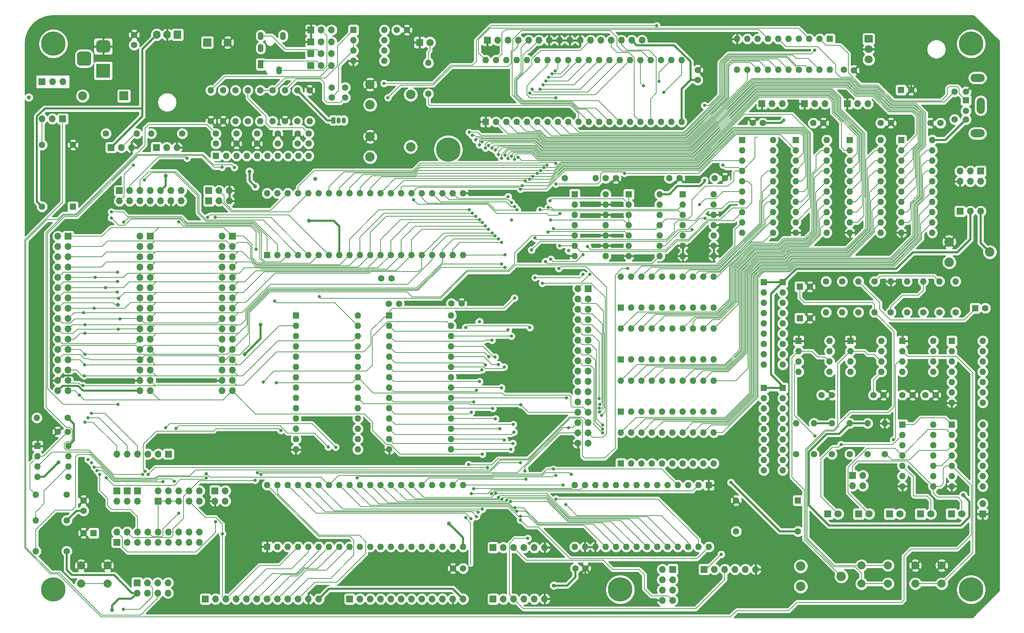
<source format=gbl>
G04 #@! TF.GenerationSoftware,KiCad,Pcbnew,(5.1.9)-1*
G04 #@! TF.CreationDate,2023-04-05T16:45:44+01:00*
G04 #@! TF.ProjectId,AT_65C02_Computer_Rev003,41545f36-3543-4303-925f-436f6d707574,rev?*
G04 #@! TF.SameCoordinates,Original*
G04 #@! TF.FileFunction,Copper,L2,Bot*
G04 #@! TF.FilePolarity,Positive*
%FSLAX46Y46*%
G04 Gerber Fmt 4.6, Leading zero omitted, Abs format (unit mm)*
G04 Created by KiCad (PCBNEW (5.1.9)-1) date 2023-04-05 16:45:44*
%MOMM*%
%LPD*%
G01*
G04 APERTURE LIST*
G04 #@! TA.AperFunction,ComponentPad*
%ADD10O,1.600000X1.600000*%
G04 #@! TD*
G04 #@! TA.AperFunction,ComponentPad*
%ADD11R,1.600000X1.600000*%
G04 #@! TD*
G04 #@! TA.AperFunction,ComponentPad*
%ADD12R,1.700000X1.700000*%
G04 #@! TD*
G04 #@! TA.AperFunction,ComponentPad*
%ADD13O,1.700000X1.700000*%
G04 #@! TD*
G04 #@! TA.AperFunction,ComponentPad*
%ADD14C,6.000000*%
G04 #@! TD*
G04 #@! TA.AperFunction,ComponentPad*
%ADD15C,1.600000*%
G04 #@! TD*
G04 #@! TA.AperFunction,ComponentPad*
%ADD16C,2.000000*%
G04 #@! TD*
G04 #@! TA.AperFunction,ComponentPad*
%ADD17C,2.340000*%
G04 #@! TD*
G04 #@! TA.AperFunction,ComponentPad*
%ADD18R,2.000000X1.905000*%
G04 #@! TD*
G04 #@! TA.AperFunction,ComponentPad*
%ADD19O,2.000000X1.905000*%
G04 #@! TD*
G04 #@! TA.AperFunction,ComponentPad*
%ADD20C,1.800000*%
G04 #@! TD*
G04 #@! TA.AperFunction,ComponentPad*
%ADD21R,1.800000X1.800000*%
G04 #@! TD*
G04 #@! TA.AperFunction,ComponentPad*
%ADD22O,2.000000X4.000000*%
G04 #@! TD*
G04 #@! TA.AperFunction,ComponentPad*
%ADD23O,3.500000X2.000000*%
G04 #@! TD*
G04 #@! TA.AperFunction,ComponentPad*
%ADD24O,1.905000X2.000000*%
G04 #@! TD*
G04 #@! TA.AperFunction,ComponentPad*
%ADD25R,1.905000X2.000000*%
G04 #@! TD*
G04 #@! TA.AperFunction,ComponentPad*
%ADD26R,2.200000X2.200000*%
G04 #@! TD*
G04 #@! TA.AperFunction,ComponentPad*
%ADD27O,2.200000X2.200000*%
G04 #@! TD*
G04 #@! TA.AperFunction,ComponentPad*
%ADD28R,3.500000X3.500000*%
G04 #@! TD*
G04 #@! TA.AperFunction,ComponentPad*
%ADD29R,2.000000X2.000000*%
G04 #@! TD*
G04 #@! TA.AperFunction,ComponentPad*
%ADD30O,1.400000X2.000000*%
G04 #@! TD*
G04 #@! TA.AperFunction,ComponentPad*
%ADD31R,1.400000X2.000000*%
G04 #@! TD*
G04 #@! TA.AperFunction,ComponentPad*
%ADD32O,1.050000X1.500000*%
G04 #@! TD*
G04 #@! TA.AperFunction,ComponentPad*
%ADD33R,1.050000X1.500000*%
G04 #@! TD*
G04 #@! TA.AperFunction,ViaPad*
%ADD34C,0.800000*%
G04 #@! TD*
G04 #@! TA.AperFunction,ViaPad*
%ADD35C,1.000000*%
G04 #@! TD*
G04 #@! TA.AperFunction,Conductor*
%ADD36C,0.508000*%
G04 #@! TD*
G04 #@! TA.AperFunction,Conductor*
%ADD37C,0.152400*%
G04 #@! TD*
G04 #@! TA.AperFunction,Conductor*
%ADD38C,0.254000*%
G04 #@! TD*
G04 #@! TA.AperFunction,Conductor*
%ADD39C,0.100000*%
G04 #@! TD*
G04 APERTURE END LIST*
D10*
X164597000Y-51683000D03*
X156977000Y-74543000D03*
X164597000Y-54223000D03*
X156977000Y-72003000D03*
X164597000Y-56763000D03*
X156977000Y-69463000D03*
X164597000Y-59303000D03*
X156977000Y-66923000D03*
X164597000Y-61843000D03*
X156977000Y-64383000D03*
X164597000Y-64383000D03*
X156977000Y-61843000D03*
X164597000Y-66923000D03*
X156977000Y-59303000D03*
X164597000Y-69463000D03*
X156977000Y-56763000D03*
X164597000Y-72003000D03*
X156977000Y-54223000D03*
X164597000Y-74543000D03*
D11*
X156977000Y-51683000D03*
D10*
X177803000Y-51683000D03*
X170183000Y-74543000D03*
X177803000Y-54223000D03*
X170183000Y-72003000D03*
X177803000Y-56763000D03*
X170183000Y-69463000D03*
X177803000Y-59303000D03*
X170183000Y-66923000D03*
X177803000Y-61843000D03*
X170183000Y-64383000D03*
X177803000Y-64383000D03*
X170183000Y-61843000D03*
X177803000Y-66923000D03*
X170183000Y-59303000D03*
X177803000Y-69463000D03*
X170183000Y-56763000D03*
X177803000Y-72003000D03*
X170183000Y-54223000D03*
X177803000Y-74543000D03*
D11*
X170183000Y-51683000D03*
D10*
X191110000Y-51683000D03*
X183490000Y-74543000D03*
X191110000Y-54223000D03*
X183490000Y-72003000D03*
X191110000Y-56763000D03*
X183490000Y-69463000D03*
X191110000Y-59303000D03*
X183490000Y-66923000D03*
X191110000Y-61843000D03*
X183490000Y-64383000D03*
X191110000Y-64383000D03*
X183490000Y-61843000D03*
X191110000Y-66923000D03*
X183490000Y-59303000D03*
X191110000Y-69463000D03*
X183490000Y-56763000D03*
X191110000Y-72003000D03*
X183490000Y-54223000D03*
X191110000Y-74543000D03*
D11*
X183490000Y-51683000D03*
D10*
X203803000Y-51683000D03*
X196183000Y-74543000D03*
X203803000Y-54223000D03*
X196183000Y-72003000D03*
X203803000Y-56763000D03*
X196183000Y-69463000D03*
X203803000Y-59303000D03*
X196183000Y-66923000D03*
X203803000Y-61843000D03*
X196183000Y-64383000D03*
X203803000Y-64383000D03*
X196183000Y-61843000D03*
X203803000Y-66923000D03*
X196183000Y-59303000D03*
X203803000Y-69463000D03*
X196183000Y-56763000D03*
X203803000Y-72003000D03*
X196183000Y-54223000D03*
X203803000Y-74543000D03*
D11*
X196183000Y-51683000D03*
D12*
X2965000Y-150930000D03*
D13*
X2965000Y-148390000D03*
X5505000Y-150930000D03*
X5505000Y-148390000D03*
X8045000Y-150930000D03*
X8045000Y-148390000D03*
X10585000Y-150930000D03*
X10585000Y-148390000D03*
X13125000Y-150930000D03*
X13125000Y-148390000D03*
X15665000Y-150930000D03*
X15665000Y-148390000D03*
X18205000Y-150930000D03*
X18205000Y-148390000D03*
X20745000Y-150930000D03*
X20745000Y-148390000D03*
X23285000Y-150930000D03*
X23285000Y-148390000D03*
D14*
X84565000Y-54050000D03*
X126940000Y-162560000D03*
D15*
X7220000Y-28265000D03*
X7220000Y-25765000D03*
D16*
X640000Y-156625000D03*
X640000Y-161125000D03*
X-5860000Y-156625000D03*
X-5860000Y-161125000D03*
X206119000Y-156625000D03*
X206119000Y-161125000D03*
X199619000Y-156625000D03*
X199619000Y-161125000D03*
X192879000Y-156625000D03*
X192879000Y-161125000D03*
X186379000Y-156625000D03*
X186379000Y-161125000D03*
D13*
X187930000Y-42760000D03*
X185390000Y-42760000D03*
D12*
X182850000Y-42760000D03*
D13*
X177410000Y-42760000D03*
X174870000Y-42760000D03*
D12*
X172330000Y-42760000D03*
D13*
X166890000Y-42760000D03*
X164350000Y-42760000D03*
D12*
X161810000Y-42760000D03*
D13*
X116520000Y-126460000D03*
X119060000Y-126460000D03*
X116520000Y-123920000D03*
X119060000Y-123920000D03*
X116520000Y-121380000D03*
X119060000Y-121380000D03*
X116520000Y-118840000D03*
X119060000Y-118840000D03*
X116520000Y-116300000D03*
X119060000Y-116300000D03*
X116520000Y-113760000D03*
X119060000Y-113760000D03*
X116520000Y-111220000D03*
X119060000Y-111220000D03*
X116520000Y-108680000D03*
X119060000Y-108680000D03*
X116520000Y-106140000D03*
X119060000Y-106140000D03*
X116520000Y-103600000D03*
X119060000Y-103600000D03*
X116520000Y-101060000D03*
X119060000Y-101060000D03*
X116520000Y-98520000D03*
X119060000Y-98520000D03*
X116520000Y-95980000D03*
X119060000Y-95980000D03*
X116520000Y-93440000D03*
X119060000Y-93440000D03*
X116520000Y-90900000D03*
X119060000Y-90900000D03*
X116520000Y-88360000D03*
D12*
X119060000Y-88360000D03*
D10*
X127120000Y-98226666D03*
X149980000Y-105846666D03*
X129660000Y-98226666D03*
X147440000Y-105846666D03*
X132200000Y-98226666D03*
X144900000Y-105846666D03*
X134740000Y-98226666D03*
X142360000Y-105846666D03*
X137280000Y-98226666D03*
X139820000Y-105846666D03*
X139820000Y-98226666D03*
X137280000Y-105846666D03*
X142360000Y-98226666D03*
X134740000Y-105846666D03*
X144900000Y-98226666D03*
X132200000Y-105846666D03*
X147440000Y-98226666D03*
X129660000Y-105846666D03*
X149980000Y-98226666D03*
D11*
X127120000Y-105846666D03*
D10*
X127120000Y-85410000D03*
X149980000Y-93030000D03*
X129660000Y-85410000D03*
X147440000Y-93030000D03*
X132200000Y-85410000D03*
X144900000Y-93030000D03*
X134740000Y-85410000D03*
X142360000Y-93030000D03*
X137280000Y-85410000D03*
X139820000Y-93030000D03*
X139820000Y-85410000D03*
X137280000Y-93030000D03*
X142360000Y-85410000D03*
X134740000Y-93030000D03*
X144900000Y-85410000D03*
X132200000Y-93030000D03*
X147440000Y-85410000D03*
X129660000Y-93030000D03*
X149980000Y-85410000D03*
D11*
X127120000Y-93030000D03*
D10*
X127120000Y-111043332D03*
X149980000Y-118663332D03*
X129660000Y-111043332D03*
X147440000Y-118663332D03*
X132200000Y-111043332D03*
X144900000Y-118663332D03*
X134740000Y-111043332D03*
X142360000Y-118663332D03*
X137280000Y-111043332D03*
X139820000Y-118663332D03*
X139820000Y-111043332D03*
X137280000Y-118663332D03*
X142360000Y-111043332D03*
X134740000Y-118663332D03*
X144900000Y-111043332D03*
X132200000Y-118663332D03*
X147440000Y-111043332D03*
X129660000Y-118663332D03*
X149980000Y-111043332D03*
D11*
X127120000Y-118663332D03*
D10*
X127120000Y-123860000D03*
X149980000Y-131480000D03*
X129660000Y-123860000D03*
X147440000Y-131480000D03*
X132200000Y-123860000D03*
X144900000Y-131480000D03*
X134740000Y-123860000D03*
X142360000Y-131480000D03*
X137280000Y-123860000D03*
X139820000Y-131480000D03*
X139820000Y-123860000D03*
X137280000Y-131480000D03*
X142360000Y-123860000D03*
X134740000Y-131480000D03*
X144900000Y-123860000D03*
X132200000Y-131480000D03*
X147440000Y-123860000D03*
X129660000Y-131480000D03*
X149980000Y-123860000D03*
D11*
X127120000Y-131480000D03*
D17*
X207960000Y-76830000D03*
X217960000Y-79330000D03*
X207960000Y-81830000D03*
D13*
X108330000Y-164910000D03*
X105790000Y-164910000D03*
X103250000Y-164910000D03*
X100710000Y-164910000D03*
X98170000Y-164910000D03*
D12*
X95630000Y-164910000D03*
X95630000Y-152210000D03*
D13*
X98170000Y-152210000D03*
X100710000Y-152210000D03*
X103250000Y-152210000D03*
X105790000Y-152210000D03*
X108330000Y-152210000D03*
X137320000Y-165220000D03*
X139860000Y-165220000D03*
X137320000Y-162680000D03*
X139860000Y-162680000D03*
X137320000Y-160140000D03*
X139860000Y-160140000D03*
X137320000Y-157600000D03*
D12*
X139860000Y-157600000D03*
D18*
X188140000Y-26770000D03*
D19*
X188140000Y-29310000D03*
X188140000Y-31850000D03*
D11*
X39980000Y-152010000D03*
D10*
X88240000Y-136770000D03*
X42520000Y-152010000D03*
X85700000Y-136770000D03*
X45060000Y-152010000D03*
X83160000Y-136770000D03*
X47600000Y-152010000D03*
X80620000Y-136770000D03*
X50140000Y-152010000D03*
X78080000Y-136770000D03*
X52680000Y-152010000D03*
X75540000Y-136770000D03*
X55220000Y-152010000D03*
X73000000Y-136770000D03*
X57760000Y-152010000D03*
X70460000Y-136770000D03*
X60300000Y-152010000D03*
X67920000Y-136770000D03*
X62840000Y-152010000D03*
X65380000Y-136770000D03*
X65380000Y-152010000D03*
X62840000Y-136770000D03*
X67920000Y-152010000D03*
X60300000Y-136770000D03*
X70460000Y-152010000D03*
X57760000Y-136770000D03*
X73000000Y-152010000D03*
X55220000Y-136770000D03*
X75540000Y-152010000D03*
X52680000Y-136770000D03*
X78080000Y-152010000D03*
X50140000Y-136770000D03*
X80620000Y-152010000D03*
X47600000Y-136770000D03*
X83160000Y-152010000D03*
X45060000Y-136770000D03*
X85700000Y-152010000D03*
X42520000Y-136770000D03*
X88240000Y-152010000D03*
X39980000Y-136770000D03*
D11*
X148740000Y-136810000D03*
D10*
X115720000Y-152050000D03*
X146200000Y-136810000D03*
X118260000Y-152050000D03*
X143660000Y-136810000D03*
X120800000Y-152050000D03*
X141120000Y-136810000D03*
X123340000Y-152050000D03*
X138580000Y-136810000D03*
X125880000Y-152050000D03*
X136040000Y-136810000D03*
X128420000Y-152050000D03*
X133500000Y-136810000D03*
X130960000Y-152050000D03*
X130960000Y-136810000D03*
X133500000Y-152050000D03*
X128420000Y-136810000D03*
X136040000Y-152050000D03*
X125880000Y-136810000D03*
X138580000Y-152050000D03*
X123340000Y-136810000D03*
X141120000Y-152050000D03*
X120800000Y-136810000D03*
X143660000Y-152050000D03*
X118260000Y-136810000D03*
X146200000Y-152050000D03*
X115720000Y-136810000D03*
X148740000Y-152050000D03*
X39980000Y-64810000D03*
X88240000Y-80050000D03*
X42520000Y-64810000D03*
X85700000Y-80050000D03*
X45060000Y-64810000D03*
X83160000Y-80050000D03*
X47600000Y-64810000D03*
X80620000Y-80050000D03*
X50140000Y-64810000D03*
X78080000Y-80050000D03*
X52680000Y-64810000D03*
X75540000Y-80050000D03*
X55220000Y-64810000D03*
X73000000Y-80050000D03*
X57760000Y-64810000D03*
X70460000Y-80050000D03*
X60300000Y-64810000D03*
X67920000Y-80050000D03*
X62840000Y-64810000D03*
X65380000Y-80050000D03*
X65380000Y-64810000D03*
X62840000Y-80050000D03*
X67920000Y-64810000D03*
X60300000Y-80050000D03*
X70460000Y-64810000D03*
X57760000Y-80050000D03*
X73000000Y-64810000D03*
X55220000Y-80050000D03*
X75540000Y-64810000D03*
X52680000Y-80050000D03*
X78080000Y-64810000D03*
X50140000Y-80050000D03*
X80620000Y-64810000D03*
X47600000Y-80050000D03*
X83160000Y-64810000D03*
X45060000Y-80050000D03*
X85700000Y-64810000D03*
X42520000Y-80050000D03*
X88240000Y-64810000D03*
D11*
X39980000Y-80050000D03*
X93800000Y-47210000D03*
D10*
X142060000Y-31970000D03*
X96340000Y-47210000D03*
X139520000Y-31970000D03*
X98880000Y-47210000D03*
X136980000Y-31970000D03*
X101420000Y-47210000D03*
X134440000Y-31970000D03*
X103960000Y-47210000D03*
X131900000Y-31970000D03*
X106500000Y-47210000D03*
X129360000Y-31970000D03*
X109040000Y-47210000D03*
X126820000Y-31970000D03*
X111580000Y-47210000D03*
X124280000Y-31970000D03*
X114120000Y-47210000D03*
X121740000Y-31970000D03*
X116660000Y-47210000D03*
X119200000Y-31970000D03*
X119200000Y-47210000D03*
X116660000Y-31970000D03*
X121740000Y-47210000D03*
X114120000Y-31970000D03*
X124280000Y-47210000D03*
X111580000Y-31970000D03*
X126820000Y-47210000D03*
X109040000Y-31970000D03*
X129360000Y-47210000D03*
X106500000Y-31970000D03*
X131900000Y-47210000D03*
X103960000Y-31970000D03*
X134440000Y-47210000D03*
X101420000Y-31970000D03*
X136980000Y-47210000D03*
X98880000Y-31970000D03*
X139520000Y-47210000D03*
X96340000Y-31970000D03*
X142060000Y-47210000D03*
X93800000Y-31970000D03*
D20*
X80090000Y-27630000D03*
D21*
X77550000Y-27630000D03*
D15*
X118380000Y-157340000D03*
X115880000Y-157340000D03*
D13*
X160310000Y-157600000D03*
X157770000Y-157600000D03*
X155230000Y-157600000D03*
X152690000Y-157600000D03*
X150150000Y-157600000D03*
D12*
X147610000Y-157600000D03*
D17*
X65320000Y-37990000D03*
X75320000Y-40490000D03*
X65320000Y-42990000D03*
D11*
X178590000Y-26770000D03*
D10*
X155730000Y-34390000D03*
X176050000Y-26770000D03*
X158270000Y-34390000D03*
X173510000Y-26770000D03*
X160810000Y-34390000D03*
X170970000Y-26770000D03*
X163350000Y-34390000D03*
X168430000Y-26770000D03*
X165890000Y-34390000D03*
X165890000Y-26770000D03*
X168430000Y-34390000D03*
X163350000Y-26770000D03*
X170970000Y-34390000D03*
X160810000Y-26770000D03*
X173510000Y-34390000D03*
X158270000Y-26770000D03*
X176050000Y-34390000D03*
X155730000Y-26770000D03*
X178590000Y-34390000D03*
D15*
X141560000Y-61110000D03*
X139060000Y-61110000D03*
D14*
X-12700000Y-162560000D03*
X-12700000Y-27940000D03*
X213360000Y-27940000D03*
X213360000Y-162560000D03*
D13*
X132300000Y-27110000D03*
X129760000Y-27110000D03*
X127220000Y-27110000D03*
X124680000Y-27110000D03*
X122140000Y-27110000D03*
X119600000Y-27110000D03*
X117060000Y-27110000D03*
X114520000Y-27110000D03*
X111980000Y-27110000D03*
X109440000Y-27110000D03*
X106900000Y-27110000D03*
X104360000Y-27110000D03*
X101820000Y-27110000D03*
X99280000Y-27110000D03*
X96740000Y-27110000D03*
D12*
X94200000Y-27110000D03*
D15*
X70572000Y-85852000D03*
X68072000Y-85852000D03*
X-5270000Y-140620000D03*
X-5270000Y-143120000D03*
X69970000Y-92060000D03*
X72470000Y-92060000D03*
X-9110000Y-123640000D03*
X-11610000Y-123640000D03*
X85350000Y-92020000D03*
X87850000Y-92020000D03*
X182030000Y-34390000D03*
X184530000Y-34520000D03*
D11*
X-2770000Y-148660000D03*
D15*
X-5270000Y-148660000D03*
X125860000Y-61110000D03*
X123360000Y-61110000D03*
X88240000Y-157340000D03*
X85740000Y-157340000D03*
X146010000Y-36910000D03*
X146010000Y-34410000D03*
X152730000Y-61110000D03*
X150230000Y-61110000D03*
D12*
X-9020000Y-75460000D03*
D13*
X-11560000Y-75460000D03*
X-9020000Y-78000000D03*
X-11560000Y-78000000D03*
X-9020000Y-80540000D03*
X-11560000Y-80540000D03*
X-9020000Y-83080000D03*
X-11560000Y-83080000D03*
X-9020000Y-85620000D03*
X-11560000Y-85620000D03*
X-9020000Y-88160000D03*
X-11560000Y-88160000D03*
X-9020000Y-90700000D03*
X-11560000Y-90700000D03*
X-9020000Y-93240000D03*
X-11560000Y-93240000D03*
X-9020000Y-95780000D03*
X-11560000Y-95780000D03*
X-9020000Y-98320000D03*
X-11560000Y-98320000D03*
X-9020000Y-100860000D03*
X-11560000Y-100860000D03*
X-9020000Y-103400000D03*
X-11560000Y-103400000D03*
X-9020000Y-105940000D03*
X-11560000Y-105940000D03*
X-9020000Y-108480000D03*
X-11560000Y-108480000D03*
X-9020000Y-111020000D03*
X-11560000Y-111020000D03*
X-9020000Y-113560000D03*
X-11560000Y-113560000D03*
D22*
X215740000Y-43210000D03*
D15*
X209290000Y-46610000D03*
X209290000Y-39810000D03*
X212090000Y-46610000D03*
X212090000Y-39810000D03*
X212090000Y-44510000D03*
D11*
X212090000Y-41910000D03*
D23*
X214940000Y-36360000D03*
X214940000Y-50060000D03*
D10*
X7859000Y-50090000D03*
D15*
X239000Y-50090000D03*
X19035000Y-50090000D03*
D10*
X11415000Y-50090000D03*
D15*
X-9390000Y-139180000D03*
D10*
X-17010000Y-139180000D03*
D15*
X-9130000Y-120210000D03*
D10*
X-16750000Y-120210000D03*
X-17000000Y-145530000D03*
D15*
X-9380000Y-145530000D03*
D10*
X-17000000Y-153110000D03*
D15*
X-9380000Y-153110000D03*
D11*
X70060000Y-94990000D03*
D10*
X85300000Y-128010000D03*
X70060000Y-97530000D03*
X85300000Y-125470000D03*
X70060000Y-100070000D03*
X85300000Y-122930000D03*
X70060000Y-102610000D03*
X85300000Y-120390000D03*
X70060000Y-105150000D03*
X85300000Y-117850000D03*
X70060000Y-107690000D03*
X85300000Y-115310000D03*
X70060000Y-110230000D03*
X85300000Y-112770000D03*
X70060000Y-112770000D03*
X85300000Y-110230000D03*
X70060000Y-115310000D03*
X85300000Y-107690000D03*
X70060000Y-117850000D03*
X85300000Y-105150000D03*
X70060000Y-120390000D03*
X85300000Y-102610000D03*
X70060000Y-122930000D03*
X85300000Y-100070000D03*
X70060000Y-125470000D03*
X85300000Y-97530000D03*
X70060000Y-128010000D03*
X85300000Y-94990000D03*
X136660000Y-65080000D03*
X129040000Y-80320000D03*
X136660000Y-67620000D03*
X129040000Y-77780000D03*
X136660000Y-70160000D03*
X129040000Y-75240000D03*
X136660000Y-72700000D03*
X129040000Y-72700000D03*
X136660000Y-75240000D03*
X129040000Y-70160000D03*
X136660000Y-77780000D03*
X129040000Y-67620000D03*
X136660000Y-80320000D03*
D11*
X129040000Y-65080000D03*
D10*
X149980000Y-65080000D03*
X142360000Y-80320000D03*
X149980000Y-67620000D03*
X142360000Y-77780000D03*
X149980000Y-70160000D03*
X142360000Y-75240000D03*
X149980000Y-72700000D03*
X142360000Y-72700000D03*
X149980000Y-75240000D03*
X142360000Y-70160000D03*
X149980000Y-77780000D03*
X142360000Y-67620000D03*
X149980000Y-80320000D03*
D11*
X142360000Y-65080000D03*
X-16580000Y-127170000D03*
D10*
X-8960000Y-134790000D03*
X-16580000Y-129710000D03*
X-8960000Y-132250000D03*
X-16580000Y-132250000D03*
X-8960000Y-129710000D03*
X-16580000Y-134790000D03*
X-8960000Y-127170000D03*
D11*
X115720000Y-65080000D03*
D10*
X123340000Y-80320000D03*
X115720000Y-67620000D03*
X123340000Y-77780000D03*
X115720000Y-70160000D03*
X123340000Y-75240000D03*
X115720000Y-72700000D03*
X123340000Y-72700000D03*
X115720000Y-75240000D03*
X123340000Y-70160000D03*
X115720000Y-77780000D03*
X123340000Y-67620000D03*
X115720000Y-80320000D03*
X123340000Y-65080000D03*
D11*
X-7850000Y-68160000D03*
D15*
X-15470000Y-68160000D03*
X-15470000Y-52920000D03*
X-7850000Y-52920000D03*
D11*
X170730000Y-140590000D03*
D15*
X170730000Y-148210000D03*
X155490000Y-148210000D03*
X155490000Y-140590000D03*
D12*
X-10390000Y-46490000D03*
D13*
X-12930000Y-46490000D03*
X-15470000Y-46490000D03*
X210630000Y-61900000D03*
X210630000Y-59360000D03*
X213170000Y-61900000D03*
X213170000Y-59360000D03*
X215710000Y-61900000D03*
D12*
X215710000Y-59360000D03*
D10*
X204064000Y-101245000D03*
X196444000Y-108865000D03*
X204064000Y-103785000D03*
X196444000Y-106325000D03*
X204064000Y-106325000D03*
X196444000Y-103785000D03*
X204064000Y-108865000D03*
D11*
X196444000Y-101245000D03*
D20*
X211089000Y-143915000D03*
D21*
X208549000Y-143915000D03*
D20*
X203469000Y-143915000D03*
D21*
X200929000Y-143915000D03*
D20*
X188229000Y-143915000D03*
D21*
X185689000Y-143915000D03*
D20*
X195849000Y-143915000D03*
D21*
X193309000Y-143915000D03*
D20*
X180609000Y-143915000D03*
D21*
X178069000Y-143915000D03*
D17*
X171394000Y-161805000D03*
X181394000Y-159305000D03*
X171394000Y-156805000D03*
D10*
X187849000Y-121565000D03*
D15*
X187849000Y-129185000D03*
D11*
X171154000Y-95620000D03*
D15*
X173654000Y-95620000D03*
X173654000Y-87865000D03*
D11*
X171154000Y-87865000D03*
D15*
X177649000Y-86555000D03*
D10*
X177649000Y-94175000D03*
X181634000Y-94175000D03*
D15*
X181634000Y-86555000D03*
D10*
X170289000Y-121565000D03*
D15*
X170289000Y-129185000D03*
X197574000Y-94175000D03*
D10*
X197574000Y-86555000D03*
D15*
X209529000Y-94175000D03*
D10*
X209529000Y-86555000D03*
X183459000Y-121565000D03*
D15*
X183459000Y-129185000D03*
D10*
X205544000Y-86555000D03*
D15*
X205544000Y-94175000D03*
X189604000Y-86555000D03*
D10*
X189604000Y-94175000D03*
D15*
X185619000Y-94175000D03*
D10*
X185619000Y-86555000D03*
X174679000Y-121565000D03*
D15*
X174679000Y-129185000D03*
X201559000Y-94175000D03*
D10*
X201559000Y-86555000D03*
D15*
X193589000Y-94175000D03*
D10*
X193589000Y-86555000D03*
X179069000Y-121565000D03*
D15*
X179069000Y-129185000D03*
D11*
X208594000Y-121875000D03*
D10*
X216214000Y-137115000D03*
X208594000Y-124415000D03*
X216214000Y-134575000D03*
X208594000Y-126955000D03*
X216214000Y-132035000D03*
X208594000Y-129495000D03*
X216214000Y-129495000D03*
X208594000Y-132035000D03*
X216214000Y-126955000D03*
X208594000Y-134575000D03*
X216214000Y-124415000D03*
X208594000Y-137115000D03*
X216214000Y-121875000D03*
D11*
X170884000Y-101245000D03*
D10*
X178504000Y-108865000D03*
X170884000Y-103785000D03*
X178504000Y-106325000D03*
X170884000Y-106325000D03*
X178504000Y-103785000D03*
X170884000Y-108865000D03*
X178504000Y-101245000D03*
X204064000Y-121875000D03*
X196444000Y-137115000D03*
X204064000Y-124415000D03*
X196444000Y-134575000D03*
X204064000Y-126955000D03*
X196444000Y-132035000D03*
X204064000Y-129495000D03*
X196444000Y-129495000D03*
X204064000Y-132035000D03*
X196444000Y-126955000D03*
X204064000Y-134575000D03*
X196444000Y-124415000D03*
X204064000Y-137115000D03*
D11*
X196444000Y-121875000D03*
X208594000Y-101245000D03*
D10*
X216214000Y-116485000D03*
X208594000Y-103785000D03*
X216214000Y-113945000D03*
X208594000Y-106325000D03*
X216214000Y-111405000D03*
X208594000Y-108865000D03*
X216214000Y-108865000D03*
X208594000Y-111405000D03*
X216214000Y-106325000D03*
X208594000Y-113945000D03*
X216214000Y-103785000D03*
X208594000Y-116485000D03*
X216214000Y-101245000D03*
X191284000Y-101245000D03*
X183664000Y-108865000D03*
X191284000Y-103785000D03*
X183664000Y-106325000D03*
X191284000Y-106325000D03*
X183664000Y-103785000D03*
X191284000Y-108865000D03*
D11*
X183664000Y-101245000D03*
D15*
X192104000Y-129185000D03*
D10*
X192104000Y-121565000D03*
D11*
X214364000Y-93160000D03*
D15*
X216864000Y-93160000D03*
D10*
X166973000Y-107105000D03*
X166973000Y-104565000D03*
X166973000Y-102025000D03*
X166973000Y-99485000D03*
X166973000Y-96945000D03*
X166973000Y-94405000D03*
X166973000Y-91865000D03*
X166973000Y-89325000D03*
D11*
X166973000Y-86785000D03*
D10*
X162273000Y-107125000D03*
X162273000Y-104585000D03*
X162273000Y-102045000D03*
X162273000Y-99505000D03*
X162273000Y-96965000D03*
X162273000Y-94425000D03*
X162273000Y-91885000D03*
X162273000Y-89345000D03*
D11*
X162273000Y-86805000D03*
X166973000Y-112865000D03*
D10*
X166973000Y-115405000D03*
X166973000Y-117945000D03*
X166973000Y-120485000D03*
X166973000Y-123025000D03*
X166973000Y-125565000D03*
X166973000Y-128105000D03*
X166973000Y-130645000D03*
X166973000Y-133185000D03*
D11*
X162273000Y-112865000D03*
D10*
X162273000Y-115405000D03*
X162273000Y-117945000D03*
X162273000Y-120485000D03*
X162273000Y-123025000D03*
X162273000Y-125565000D03*
X162273000Y-128105000D03*
X162273000Y-130645000D03*
X162273000Y-133185000D03*
D13*
X-10365000Y-37310000D03*
X-12905000Y-37310000D03*
D12*
X-15470000Y-37310000D03*
D24*
X12800000Y-25725000D03*
X15340000Y-25725000D03*
D25*
X17880000Y-25725000D03*
D26*
X4680000Y-40820000D03*
D27*
X-5480000Y-40820000D03*
D28*
X-400000Y-34615000D03*
G04 #@! TA.AperFunction,ComponentPad*
G36*
G01*
X-1400000Y-27115000D02*
X600000Y-27115000D01*
G75*
G02*
X1350000Y-27865000I0J-750000D01*
G01*
X1350000Y-29365000D01*
G75*
G02*
X600000Y-30115000I-750000J0D01*
G01*
X-1400000Y-30115000D01*
G75*
G02*
X-2150000Y-29365000I0J750000D01*
G01*
X-2150000Y-27865000D01*
G75*
G02*
X-1400000Y-27115000I750000J0D01*
G01*
G37*
G04 #@! TD.AperFunction*
G04 #@! TA.AperFunction,ComponentPad*
G36*
G01*
X-5975000Y-29865000D02*
X-4225000Y-29865000D01*
G75*
G02*
X-3350000Y-30740000I0J-875000D01*
G01*
X-3350000Y-32490000D01*
G75*
G02*
X-4225000Y-33365000I-875000J0D01*
G01*
X-5975000Y-33365000D01*
G75*
G02*
X-6850000Y-32490000I0J875000D01*
G01*
X-6850000Y-30740000D01*
G75*
G02*
X-5975000Y-29865000I875000J0D01*
G01*
G37*
G04 #@! TD.AperFunction*
D10*
X79670000Y-32680000D03*
D15*
X79670000Y-40300000D03*
D11*
X196110000Y-39350000D03*
D15*
X198610000Y-39350000D03*
X113300000Y-61110000D03*
D10*
X120920000Y-61110000D03*
D12*
X184150000Y-134450000D03*
D13*
X184150000Y-136990000D03*
X186690000Y-134450000D03*
X186690000Y-136990000D03*
D29*
X25230000Y-27630000D03*
D16*
X30230000Y-27630000D03*
D15*
X176544000Y-114580000D03*
X179044000Y-114580000D03*
X204604000Y-114580000D03*
X202104000Y-114580000D03*
X196444000Y-114580000D03*
X198944000Y-114580000D03*
X191784000Y-114580000D03*
X189284000Y-114580000D03*
X159557000Y-47520000D03*
X162057000Y-47520000D03*
X174470000Y-47520000D03*
X176970000Y-47520000D03*
X193610000Y-47520000D03*
X191110000Y-47520000D03*
X205843000Y-47520000D03*
X203343000Y-47520000D03*
X27337000Y-52590000D03*
X27337000Y-50090000D03*
X32417000Y-50090000D03*
X32417000Y-52590000D03*
X37497000Y-52590000D03*
X37497000Y-50090000D03*
X42577000Y-52590000D03*
X42577000Y-50090000D03*
X47457000Y-50090000D03*
X47457000Y-52590000D03*
X50197000Y-50090000D03*
X50197000Y-52590000D03*
X59200000Y-41240000D03*
X59200000Y-38740000D03*
X55890000Y-41240000D03*
X55890000Y-38740000D03*
X74390000Y-24570000D03*
X71890000Y-24570000D03*
D30*
X43885000Y-26030000D03*
X42885000Y-34530000D03*
D31*
X38385000Y-33030000D03*
D30*
X38385000Y-29030000D03*
X38385000Y-26030000D03*
D13*
X55800000Y-33330000D03*
X53260000Y-33330000D03*
D12*
X50720000Y-33330000D03*
X50720000Y-30410000D03*
D13*
X53260000Y-30410000D03*
X55800000Y-30410000D03*
X55800000Y-27490000D03*
X53260000Y-27490000D03*
D12*
X50720000Y-27490000D03*
X50720000Y-24570000D03*
D13*
X53260000Y-24570000D03*
X55800000Y-24570000D03*
D32*
X57600000Y-46850000D03*
X58870000Y-46850000D03*
D33*
X56330000Y-46850000D03*
D15*
X35227500Y-47050000D03*
D10*
X35227500Y-39430000D03*
D15*
X44347500Y-47050000D03*
D10*
X44347500Y-39430000D03*
X26107500Y-39430000D03*
D15*
X26107500Y-47050000D03*
D10*
X50427500Y-47050000D03*
D15*
X50427500Y-39430000D03*
X29147500Y-47050000D03*
D10*
X29147500Y-39430000D03*
X32187500Y-47050000D03*
D15*
X32187500Y-39430000D03*
D10*
X47387500Y-39430000D03*
D15*
X47387500Y-47050000D03*
D10*
X41307500Y-47050000D03*
D15*
X41307500Y-39430000D03*
D10*
X38267500Y-47050000D03*
D15*
X38267500Y-39430000D03*
D11*
X61210000Y-24570000D03*
D10*
X68830000Y-32190000D03*
X61210000Y-27110000D03*
X68830000Y-29650000D03*
X61210000Y-29650000D03*
X68830000Y-27110000D03*
X61210000Y-32190000D03*
X68830000Y-24570000D03*
D11*
X27337000Y-55630000D03*
D10*
X29877000Y-55630000D03*
X32417000Y-55630000D03*
X34957000Y-55630000D03*
X37497000Y-55630000D03*
X40037000Y-55630000D03*
X42577000Y-55630000D03*
X45117000Y-55630000D03*
X47657000Y-55630000D03*
X50197000Y-55630000D03*
D12*
X1524000Y-53540000D03*
D13*
X4064000Y-53540000D03*
X6604000Y-53540000D03*
X17780000Y-53540000D03*
X15240000Y-53540000D03*
D12*
X12700000Y-53540000D03*
D11*
X47040000Y-94990000D03*
D10*
X62280000Y-128010000D03*
X47040000Y-97530000D03*
X62280000Y-125470000D03*
X47040000Y-100070000D03*
X62280000Y-122930000D03*
X47040000Y-102610000D03*
X62280000Y-120390000D03*
X47040000Y-105150000D03*
X62280000Y-117850000D03*
X47040000Y-107690000D03*
X62280000Y-115310000D03*
X47040000Y-110230000D03*
X62280000Y-112770000D03*
X47040000Y-112770000D03*
X62280000Y-110230000D03*
X47040000Y-115310000D03*
X62280000Y-107690000D03*
X47040000Y-117850000D03*
X62280000Y-105150000D03*
X47040000Y-120390000D03*
X62280000Y-102610000D03*
X47040000Y-122930000D03*
X62280000Y-100070000D03*
X47040000Y-125470000D03*
X62280000Y-97530000D03*
X47040000Y-128010000D03*
X62280000Y-94990000D03*
D12*
X11187500Y-75460000D03*
D13*
X8647500Y-75460000D03*
X11187500Y-78000000D03*
X8647500Y-78000000D03*
X11187500Y-80540000D03*
X8647500Y-80540000D03*
X11187500Y-83080000D03*
X8647500Y-83080000D03*
X11187500Y-85620000D03*
X8647500Y-85620000D03*
X11187500Y-88160000D03*
X8647500Y-88160000D03*
X11187500Y-90700000D03*
X8647500Y-90700000D03*
X11187500Y-93240000D03*
X8647500Y-93240000D03*
X11187500Y-95780000D03*
X8647500Y-95780000D03*
X11187500Y-98320000D03*
X8647500Y-98320000D03*
X11187500Y-100860000D03*
X8647500Y-100860000D03*
X11187500Y-103400000D03*
X8647500Y-103400000D03*
X11187500Y-105940000D03*
X8647500Y-105940000D03*
X11187500Y-108480000D03*
X8647500Y-108480000D03*
X11187500Y-111020000D03*
X8647500Y-111020000D03*
X11187500Y-113560000D03*
X8647500Y-113560000D03*
X28855001Y-113560000D03*
X31395001Y-113560000D03*
X28855001Y-111020000D03*
X31395001Y-111020000D03*
X28855001Y-108480000D03*
X31395001Y-108480000D03*
X28855001Y-105940000D03*
X31395001Y-105940000D03*
X28855001Y-103400000D03*
X31395001Y-103400000D03*
X28855001Y-100860000D03*
X31395001Y-100860000D03*
X28855001Y-98320000D03*
X31395001Y-98320000D03*
X28855001Y-95780000D03*
X31395001Y-95780000D03*
X28855001Y-93240000D03*
X31395001Y-93240000D03*
X28855001Y-90700000D03*
X31395001Y-90700000D03*
X28855001Y-88160000D03*
X31395001Y-88160000D03*
X28855001Y-85620000D03*
X31395001Y-85620000D03*
X28855001Y-83080000D03*
X31395001Y-83080000D03*
X28855001Y-80540000D03*
X31395001Y-80540000D03*
X28855001Y-78000000D03*
X31395001Y-78000000D03*
X28855001Y-75460000D03*
D12*
X31395001Y-75460000D03*
X210630000Y-69275000D03*
D13*
X213170000Y-69275000D03*
X215710000Y-69275000D03*
D12*
X216214000Y-143915000D03*
D13*
X216214000Y-141375000D03*
D17*
X65320000Y-50875000D03*
X75320000Y-53375000D03*
X65320000Y-55875000D03*
D12*
X5505000Y-138230000D03*
D13*
X5505000Y-140770000D03*
D12*
X2965000Y-138230000D03*
D13*
X2965000Y-140770000D03*
X8045000Y-140770000D03*
D12*
X8045000Y-138230000D03*
X7930000Y-160900000D03*
D13*
X7930000Y-163440000D03*
X10470000Y-160900000D03*
X10470000Y-163440000D03*
X13010000Y-160900000D03*
X13010000Y-163440000D03*
X15550000Y-160900000D03*
X15550000Y-163440000D03*
D12*
X13125000Y-140770000D03*
D13*
X13125000Y-138230000D03*
X15665000Y-140770000D03*
X15665000Y-138230000D03*
X18205000Y-140770000D03*
X18205000Y-138230000D03*
X20745000Y-140770000D03*
X20745000Y-138230000D03*
X23285000Y-140770000D03*
X23285000Y-138230000D03*
X29670000Y-140770000D03*
X29670000Y-138230000D03*
X27130000Y-140770000D03*
D12*
X27130000Y-138230000D03*
X15665000Y-129170000D03*
D13*
X13125000Y-129170000D03*
X10585000Y-129170000D03*
X8045000Y-129170000D03*
X5505000Y-129170000D03*
X2965000Y-129170000D03*
D12*
X24740000Y-164910000D03*
D13*
X27280000Y-164910000D03*
X29820000Y-164910000D03*
X32360000Y-164910000D03*
X34900000Y-164910000D03*
X37440000Y-164910000D03*
X39980000Y-164910000D03*
X42520000Y-164910000D03*
X45060000Y-164910000D03*
X47600000Y-164910000D03*
X50140000Y-164910000D03*
X52680000Y-164910000D03*
D12*
X60300000Y-164910000D03*
D13*
X62840000Y-164910000D03*
X65380000Y-164910000D03*
X67920000Y-164910000D03*
X70460000Y-164910000D03*
X73000000Y-164910000D03*
X75540000Y-164910000D03*
X78080000Y-164910000D03*
X80620000Y-164910000D03*
X83160000Y-164910000D03*
X85700000Y-164910000D03*
X88240000Y-164910000D03*
D12*
X3567500Y-64175000D03*
D13*
X3567500Y-66715000D03*
X6107500Y-64175000D03*
X6107500Y-66715000D03*
X8647500Y-64175000D03*
X8647500Y-66715000D03*
X11187500Y-64175000D03*
X11187500Y-66715000D03*
X13727500Y-64175000D03*
X13727500Y-66715000D03*
X16267500Y-64175000D03*
X16267500Y-66715000D03*
X18807500Y-64175000D03*
X18807500Y-66715000D03*
X30670000Y-64175000D03*
X28130000Y-64175000D03*
D12*
X25590000Y-64175000D03*
X25590000Y-66715000D03*
D13*
X28130000Y-66715000D03*
X30670000Y-66715000D03*
D34*
X167240000Y-46830000D03*
D35*
X50292000Y-71628000D03*
D34*
X154178000Y-136144000D03*
D35*
X38380000Y-97260000D03*
X-18730000Y-41190000D03*
X-11435000Y-131250000D03*
X34440000Y-104550002D03*
X37040000Y-63150000D03*
X1765000Y-167625000D03*
X84765000Y-146275000D03*
D34*
X147765000Y-61625000D03*
D35*
X110590000Y-161575000D03*
X35615000Y-59468590D03*
X51815000Y-61300000D03*
X-6940000Y-110050000D03*
X115630000Y-84450000D03*
X18565000Y-111125000D03*
X176840000Y-127475000D03*
X178190000Y-131250000D03*
X-285000Y-66650000D03*
X175115000Y-107325000D03*
X175090000Y-100200000D03*
X104615000Y-124375000D03*
X105015000Y-132550000D03*
X41165000Y-141750000D03*
X-1835000Y-61700000D03*
D34*
X132640000Y-38370000D03*
X111090000Y-140250000D03*
X111090000Y-62550000D03*
X111088823Y-57494830D03*
X111107729Y-134437774D03*
X127990000Y-59900000D03*
X3690000Y-95825000D03*
X-1235000Y-134200000D03*
X89720000Y-68940000D03*
X89720000Y-49790000D03*
X90218610Y-118870000D03*
X90218610Y-138878610D03*
X90181287Y-145086948D03*
X90530000Y-69740000D03*
X90530000Y-50549998D03*
X91515000Y-144550000D03*
X90846089Y-116346390D03*
X90847212Y-137757212D03*
X91320000Y-70510000D03*
X91320000Y-51640002D03*
X91982192Y-143475249D03*
X91557789Y-113425000D03*
X92965000Y-142725000D03*
X92293610Y-111270000D03*
X92293610Y-96460000D03*
X92293610Y-71330000D03*
X92247211Y-52892789D03*
X92886007Y-52103043D03*
X92920000Y-108359998D03*
X-2350000Y-85620000D03*
X-2594433Y-132384433D03*
X92942011Y-72027614D03*
X17065000Y-135875000D03*
X93720000Y-72920000D03*
X93730000Y-53650000D03*
X93720000Y-107170000D03*
X-1910000Y-133225000D03*
X180000Y-88160000D03*
X14340000Y-135925000D03*
X94530000Y-73740000D03*
X94530000Y-53060000D03*
X94560000Y-105140000D03*
X3415000Y-90750000D03*
X95310000Y-53690000D03*
X95345882Y-101052045D03*
X95454143Y-74635177D03*
X-2588610Y-93240000D03*
X-3260000Y-119100000D03*
X-3260000Y-131275000D03*
X96120000Y-75350000D03*
X96140000Y-54190000D03*
X96120000Y-105230002D03*
X-5230000Y-94280000D03*
X-4160000Y-120225000D03*
X-4160000Y-130500000D03*
X96920000Y-76120000D03*
X96920000Y-55240000D03*
X96962341Y-107084392D03*
X-4930000Y-97250000D03*
X-4910000Y-121275000D03*
X97720000Y-76930000D03*
X97720000Y-112800000D03*
X97700000Y-56170000D03*
X97676311Y-82271390D03*
X-4930000Y-99400000D03*
X98510000Y-55460000D03*
X98520000Y-79949998D03*
X98520000Y-83110004D03*
X-4930000Y-104530000D03*
X98356579Y-107690000D03*
X99320000Y-98560000D03*
X99310000Y-56250000D03*
X99320000Y-65680000D03*
X-5000000Y-107180000D03*
X100120000Y-100070000D03*
X100140000Y-55700000D03*
X100120000Y-71400000D03*
X100120000Y-67090000D03*
X-5108232Y-109850000D03*
X-5413043Y-112290000D03*
X100888280Y-90660000D03*
X100911390Y-56461120D03*
X100911390Y-68120000D03*
X101750000Y-55910000D03*
X-6250000Y-114660000D03*
X92965000Y-129175002D03*
X101540000Y-68875000D03*
X108120000Y-58500000D03*
X110910000Y-34688610D03*
X100583043Y-121850000D03*
X102378453Y-144474761D03*
X110170000Y-35370000D03*
X107358712Y-59261344D03*
X100751389Y-123725379D03*
X101450759Y-143221079D03*
X106530000Y-59900000D03*
X109270000Y-36200000D03*
X100521957Y-126525000D03*
X101013769Y-142353021D03*
X108600000Y-37140000D03*
X105371197Y-60669076D03*
X99990000Y-128000000D03*
X99923276Y-140903211D03*
X107949999Y-38109999D03*
X3140000Y-84275000D03*
X104653845Y-61386428D03*
X98415000Y-125700000D03*
X98985628Y-140553355D03*
X107200000Y-39190000D03*
X3140000Y-86625000D03*
X103551157Y-61818970D03*
X97290000Y-122925000D03*
X97748673Y-140248544D03*
X105258610Y-39153084D03*
X3040000Y-89250000D03*
X102764737Y-62960407D03*
X96215000Y-120450000D03*
X96903829Y-139808854D03*
X104630000Y-40105497D03*
X102348610Y-63817102D03*
X95540000Y-117900000D03*
X96236390Y-138851875D03*
D35*
X3236806Y-92316829D03*
D34*
X136478610Y-37270000D03*
X108920000Y-57853440D03*
X3340000Y-98350000D03*
X103715000Y-135357470D03*
X102350861Y-145427856D03*
X105907789Y-75868610D03*
X104690084Y-97964968D03*
X88865000Y-97950000D03*
X343039Y-135016296D03*
X24966908Y-135002410D03*
X103465000Y-133350000D03*
X111060000Y-41280000D03*
X147717390Y-43182610D03*
X174858800Y-29548800D03*
X110460000Y-132859996D03*
X152247390Y-57867610D03*
X110460000Y-73582789D03*
X24964996Y-133975000D03*
X146515000Y-67650000D03*
X102387854Y-131275000D03*
X102465000Y-116975000D03*
X105088799Y-78824398D03*
X18240000Y-143725000D03*
X147814998Y-70975000D03*
X37577624Y-133724095D03*
X112050000Y-77770000D03*
X112070000Y-69850000D03*
X76040000Y-66475000D03*
X111815000Y-83375000D03*
X114182082Y-122637918D03*
X118865000Y-77950000D03*
X114190004Y-79000000D03*
X113690000Y-115300000D03*
X38404682Y-134196390D03*
X37040000Y-135575000D03*
X113580000Y-141620000D03*
X112900000Y-136770000D03*
X137701390Y-39920000D03*
X104165000Y-149950000D03*
X151790000Y-153900000D03*
X128790000Y-83390000D03*
X174950000Y-124720000D03*
X181320000Y-126800000D03*
X194255000Y-125645000D03*
D35*
X14965000Y-60516579D03*
D34*
X7040000Y-57900000D03*
X52870000Y-90330000D03*
X20240000Y-56175009D03*
X1590000Y-70925000D03*
X25283758Y-70743760D03*
X27139998Y-70778610D03*
X4690000Y-71950000D03*
X1589998Y-69450000D03*
X4580002Y-167440000D03*
X9765000Y-61496390D03*
X88865000Y-144825000D03*
X28943602Y-148846398D03*
X89589999Y-131725001D03*
X43340000Y-123325000D03*
X9931743Y-133427031D03*
X69720000Y-41260000D03*
X31890000Y-58475000D03*
X9343837Y-134176334D03*
X95284572Y-138914703D03*
X10665000Y-134150000D03*
X94269286Y-132466883D03*
X68730000Y-37740000D03*
X135910000Y-23500000D03*
X28840000Y-58425000D03*
X3180000Y-116910000D03*
X56865000Y-127450000D03*
X14965000Y-122650000D03*
X114930000Y-134178610D03*
X55015000Y-127403610D03*
X62165000Y-135050000D03*
X17515002Y-122846390D03*
X122560185Y-123925135D03*
X122564810Y-122972734D03*
X122615000Y-122021645D03*
X121740000Y-115450000D03*
X121961488Y-116925091D03*
X121728232Y-117848498D03*
X121853232Y-118803950D03*
X122327222Y-119630039D03*
X42211390Y-111530000D03*
X27290000Y-145825000D03*
D35*
X211440000Y-139300000D03*
D34*
X41815000Y-91400000D03*
X37290000Y-78650000D03*
X18191604Y-71838232D03*
X109790000Y-71450000D03*
X117790000Y-80025000D03*
X109851769Y-81100000D03*
X109139994Y-74375000D03*
X107151312Y-68938697D03*
X117790000Y-84850000D03*
X105947296Y-85655183D03*
X119465000Y-84850000D03*
X107740000Y-87025000D03*
X144640001Y-73825000D03*
X108515000Y-81650000D03*
X109640000Y-66675000D03*
X109240000Y-68310087D03*
X38990000Y-111425000D03*
D36*
X142060000Y-47210000D02*
X142060000Y-39090000D01*
X144240000Y-36910000D02*
X146010000Y-36910000D01*
X142060000Y-39090000D02*
X144240000Y-36910000D01*
X212090000Y-46620000D02*
X212090000Y-46610000D01*
X207027000Y-51683000D02*
X212090000Y-46620000D01*
X203803000Y-51683000D02*
X207027000Y-51683000D01*
X166550000Y-47520000D02*
X167240000Y-46830000D01*
X162057000Y-47520000D02*
X166550000Y-47520000D01*
X50292000Y-71628000D02*
X56388000Y-71628000D01*
X57760000Y-73000000D02*
X57760000Y-80050000D01*
X56388000Y-71628000D02*
X57760000Y-73000000D01*
X170730000Y-148210000D02*
X166244000Y-148210000D01*
X166244000Y-148210000D02*
X154178000Y-136144000D01*
X144240000Y-32364526D02*
X144240000Y-36910000D01*
X140241875Y-28366401D02*
X144240000Y-32364526D01*
X131016401Y-28366401D02*
X140241875Y-28366401D01*
X129760000Y-27110000D02*
X131016401Y-28366401D01*
X-5336517Y-113560000D02*
X8647500Y-113560000D01*
X-6592918Y-112303599D02*
X-5336517Y-113560000D01*
X-10303599Y-112303599D02*
X-6592918Y-112303599D01*
X-11560000Y-113560000D02*
X-10303599Y-112303599D01*
X54807500Y-46850000D02*
X56330000Y-46850000D01*
X47387500Y-39430000D02*
X54807500Y-46850000D01*
X9220401Y-29304599D02*
X12800000Y-25725000D01*
X9220401Y-45843599D02*
X9220401Y-29304599D01*
X1524000Y-53540000D02*
X9220401Y-45843599D01*
X-14769474Y-43930000D02*
X9220401Y-43930000D01*
X9220401Y-43930000D02*
X9220401Y-45843599D01*
X-16726401Y-45886927D02*
X-14769474Y-43930000D01*
X-16726401Y-66903599D02*
X-16726401Y-45886927D01*
X-15470000Y-68160000D02*
X-16726401Y-66903599D01*
X6722000Y-163440000D02*
X7930000Y-163440000D01*
X2286000Y-159004000D02*
X6722000Y-163440000D01*
X-8128000Y-159004000D02*
X2286000Y-159004000D01*
X-9380000Y-157752000D02*
X-8128000Y-159004000D01*
X-9380000Y-153110000D02*
X-9380000Y-157752000D01*
X-6970000Y-143120000D02*
X-9380000Y-145530000D01*
X-5270000Y-143120000D02*
X-6970000Y-143120000D01*
X-16580000Y-134790000D02*
X-14975000Y-134790000D01*
X-14975000Y-134790000D02*
X-11435000Y-131250000D01*
X-11435000Y-131250000D02*
X-11435000Y-131250000D01*
X-7585000Y-125795000D02*
X-8960000Y-127170000D01*
X-7585000Y-121755000D02*
X-7585000Y-125795000D01*
X-9130000Y-120210000D02*
X-7585000Y-121755000D01*
X38380000Y-97260000D02*
X38380000Y-100610002D01*
X38380000Y-100610002D02*
X34440000Y-104550002D01*
X88240000Y-149750000D02*
X84765000Y-146275000D01*
X88240000Y-152010000D02*
X88240000Y-149750000D01*
X6545000Y-164825000D02*
X7930000Y-163440000D01*
X3490000Y-164825000D02*
X6545000Y-164825000D01*
X1765000Y-166550000D02*
X3490000Y-164825000D01*
X1765000Y-167625000D02*
X1765000Y-166550000D01*
X147765000Y-61925000D02*
X147765000Y-61625000D01*
X146590000Y-63100000D02*
X147765000Y-61925000D01*
X141065000Y-63100000D02*
X146590000Y-63100000D01*
X139085000Y-65080000D02*
X141065000Y-63100000D01*
X136660000Y-65080000D02*
X139085000Y-65080000D01*
X110590000Y-161575000D02*
X113840000Y-161575000D01*
X115880000Y-159535000D02*
X115880000Y-157340000D01*
X113840000Y-161575000D02*
X115880000Y-159535000D01*
X52680000Y-164910000D02*
X55215000Y-162375000D01*
X85705000Y-162375000D02*
X88240000Y-164910000D01*
X55215000Y-162375000D02*
X85705000Y-162375000D01*
X35615000Y-61725000D02*
X35615000Y-59468590D01*
X37040000Y-63150000D02*
X35615000Y-61725000D01*
X-7226401Y-109763599D02*
X-6940000Y-110050000D01*
X-10303599Y-109763599D02*
X-7226401Y-109763599D01*
X-11560000Y-111020000D02*
X-10303599Y-109763599D01*
X39865000Y-151895000D02*
X39980000Y-152010000D01*
X118380000Y-162085000D02*
X118380000Y-157340000D01*
X115555000Y-164910000D02*
X118380000Y-162085000D01*
X188140000Y-29310000D02*
X191425000Y-29310000D01*
X198610000Y-36495000D02*
X198610000Y-39350000D01*
X191425000Y-29310000D02*
X198610000Y-36495000D01*
D37*
X640000Y-161125000D02*
X-5860000Y-161125000D01*
X-16750000Y-138920000D02*
X-17010000Y-139180000D01*
X-17010000Y-139180000D02*
X-18470000Y-137720000D01*
X-18470000Y-131600000D02*
X-16580000Y-129710000D01*
X-18470000Y-137720000D02*
X-18470000Y-131600000D01*
X-15180000Y-129710000D02*
X-9110000Y-123640000D01*
X-16580000Y-129710000D02*
X-15180000Y-129710000D01*
X116660000Y-45110000D02*
X116660000Y-47210000D01*
X114710000Y-43160000D02*
X116660000Y-45110000D01*
X79990000Y-43160000D02*
X114710000Y-43160000D01*
X79670000Y-42840000D02*
X79990000Y-43160000D01*
X79670000Y-40300000D02*
X79670000Y-42840000D01*
X131900000Y-37630000D02*
X132640000Y-38370000D01*
X131900000Y-31970000D02*
X131900000Y-37630000D01*
X136230000Y-140250000D02*
X111090000Y-140250000D01*
X146200000Y-150220000D02*
X136230000Y-140250000D01*
X146200000Y-152050000D02*
X146200000Y-150220000D01*
X122130000Y-60070000D02*
X122130000Y-60070000D01*
X122130000Y-60070000D02*
X122130000Y-60070000D01*
X122600000Y-59600000D02*
X127690000Y-59600000D01*
X127690000Y-59600000D02*
X127990000Y-59900000D01*
X122130000Y-60070000D02*
X122600000Y-59600000D01*
X122130000Y-61850000D02*
X122130000Y-60070000D01*
X121430000Y-62550000D02*
X122130000Y-61850000D01*
X111090000Y-62550000D02*
X121430000Y-62550000D01*
X27776400Y-96858601D02*
X28855001Y-95780000D01*
X9726101Y-96858601D02*
X27776400Y-96858601D01*
X8647500Y-95780000D02*
X9726101Y-96858601D01*
X-11560000Y-95780000D02*
X-10481399Y-96858601D01*
X3735000Y-95780000D02*
X3690000Y-95825000D01*
X8647500Y-95780000D02*
X3735000Y-95780000D01*
X-8478601Y-96858601D02*
X-7445000Y-95825000D01*
X-10481399Y-96858601D02*
X-8478601Y-96858601D01*
X-7445000Y-95825000D02*
X3690000Y-95825000D01*
X156977000Y-56763000D02*
X149477000Y-56763000D01*
X149477000Y-56763000D02*
X146340000Y-59900000D01*
X146340000Y-59900000D02*
X128555685Y-59900000D01*
X128555685Y-59900000D02*
X127990000Y-59900000D01*
X6265000Y-142800000D02*
X8045000Y-144580000D01*
X1640000Y-142800000D02*
X6265000Y-142800000D01*
X690000Y-141850000D02*
X1640000Y-142800000D01*
X8045000Y-144580000D02*
X8045000Y-148390000D01*
X690000Y-140091330D02*
X690000Y-141850000D01*
X-1235000Y-138166330D02*
X690000Y-140091330D01*
X-1235000Y-134200000D02*
X-1235000Y-138166330D01*
X110542044Y-134437774D02*
X111107729Y-134437774D01*
X110250958Y-134728860D02*
X110542044Y-134437774D01*
X95846805Y-134728860D02*
X110250958Y-134728860D01*
X95555476Y-135020189D02*
X95846805Y-134728860D01*
X79829811Y-135020189D02*
X95555476Y-135020189D01*
X78080000Y-136770000D02*
X79829811Y-135020189D01*
X110818823Y-57224830D02*
X111088823Y-57494830D01*
X107030000Y-57420000D02*
X107225170Y-57224830D01*
X77760000Y-57420000D02*
X107030000Y-57420000D01*
X75910000Y-59270000D02*
X77760000Y-57420000D01*
X51580000Y-59270000D02*
X75910000Y-59270000D01*
X47600000Y-63250000D02*
X51580000Y-59270000D01*
X107225170Y-57224830D02*
X110818823Y-57224830D01*
X47600000Y-64810000D02*
X47600000Y-63250000D01*
X-15470000Y-46490000D02*
X-15470000Y-52920000D01*
X196183000Y-72003000D02*
X197962190Y-72003000D01*
X197962190Y-72003000D02*
X196868326Y-72003000D01*
X89720000Y-68940000D02*
X67510000Y-68940000D01*
X67510000Y-68940000D02*
X60300000Y-76150000D01*
X60300000Y-76150000D02*
X60300000Y-80050000D01*
X198650000Y-67380000D02*
X198740000Y-67290000D01*
X198650000Y-71315190D02*
X198650000Y-67380000D01*
X197962190Y-72003000D02*
X198650000Y-71315190D01*
X200550000Y-54707469D02*
X202149626Y-53107843D01*
X185892328Y-38796324D02*
X183633841Y-36537836D01*
X108389201Y-52244536D02*
X106704665Y-50560000D01*
X198741515Y-67289150D02*
X200550000Y-65480665D01*
X143640799Y-52244536D02*
X108389201Y-52244536D01*
X159347500Y-36537835D02*
X143640799Y-52244536D01*
X200550000Y-65480665D02*
X200550000Y-54707469D01*
X91791066Y-49790000D02*
X89720000Y-49790000D01*
X92561066Y-50560000D02*
X91791066Y-49790000D01*
X106704665Y-50560000D02*
X92561066Y-50560000D01*
X183633841Y-36537836D02*
X159347500Y-36537835D01*
X190155257Y-38796324D02*
X185892328Y-38796324D01*
X194018553Y-42659622D02*
X190155257Y-38796324D01*
X199779622Y-42659622D02*
X194018553Y-42659622D01*
X202149626Y-45029626D02*
X199779622Y-42659622D01*
X202149626Y-53107843D02*
X202149626Y-45029626D01*
X11187500Y-75372500D02*
X13270000Y-73290000D01*
X11187500Y-75460000D02*
X11187500Y-75372500D01*
X-680000Y-75460000D02*
X-2350000Y-75460000D01*
X1490000Y-73290000D02*
X-680000Y-75460000D01*
X13270000Y-73290000D02*
X1490000Y-73290000D01*
X-2350000Y-75460000D02*
X-9020000Y-75460000D01*
X44640000Y-136770000D02*
X45060000Y-136770000D01*
X89818611Y-119269999D02*
X90218610Y-118870000D01*
X71479999Y-119269999D02*
X89818611Y-119269999D01*
X70060000Y-117850000D02*
X71479999Y-119269999D01*
X45060000Y-136770000D02*
X52036398Y-143746398D01*
X88840737Y-143746398D02*
X90181287Y-145086948D01*
X52036398Y-143746398D02*
X88840737Y-143746398D01*
X90784295Y-138878610D02*
X90218610Y-138878610D01*
X95350482Y-137918463D02*
X94390335Y-138878610D01*
X117151537Y-137918463D02*
X95350482Y-137918463D01*
X118260000Y-136810000D02*
X117151537Y-137918463D01*
X94390335Y-138878610D02*
X90784295Y-138878610D01*
X36210000Y-80661067D02*
X36210000Y-77445000D01*
X37564878Y-82015945D02*
X36210000Y-80661067D01*
X38774877Y-82015945D02*
X37564878Y-82015945D01*
X36210000Y-77445000D02*
X34090000Y-75325000D01*
X39168554Y-82409622D02*
X38774877Y-82015945D01*
X57940378Y-82409622D02*
X39168554Y-82409622D01*
X60300000Y-80050000D02*
X57940378Y-82409622D01*
X31530001Y-75325000D02*
X34065000Y-75325000D01*
X31395001Y-75460000D02*
X31530001Y-75325000D01*
X13312467Y-73332467D02*
X13270000Y-73290000D01*
X29267468Y-73332467D02*
X13312467Y-73332467D01*
X31395001Y-75460000D02*
X29267468Y-73332467D01*
X69370000Y-69740000D02*
X69140000Y-69740000D01*
X90530000Y-69740000D02*
X69370000Y-69740000D01*
X68780000Y-69740000D02*
X69370000Y-69740000D01*
X62840000Y-75680000D02*
X68780000Y-69740000D01*
X62840000Y-80050000D02*
X62840000Y-75680000D01*
X200245189Y-65353744D02*
X200245189Y-54581213D01*
X198345189Y-67253744D02*
X200245189Y-65353744D01*
X198345189Y-68653211D02*
X198345189Y-67253744D01*
X91095685Y-50549998D02*
X90530000Y-50549998D01*
X91410498Y-50864811D02*
X91095685Y-50549998D01*
X106578409Y-50864811D02*
X91410498Y-50864811D01*
X108262945Y-52549347D02*
X106578409Y-50864811D01*
X143767055Y-52549347D02*
X108262945Y-52549347D01*
X159473756Y-36842646D02*
X143767055Y-52549347D01*
X183507584Y-36842646D02*
X159473756Y-36842646D01*
X185766072Y-39101135D02*
X183507584Y-36842646D01*
X190029001Y-39101135D02*
X185766072Y-39101135D01*
X193892297Y-42964433D02*
X190029001Y-39101135D01*
X199653367Y-42964433D02*
X193892297Y-42964433D01*
X201844815Y-45155881D02*
X199653367Y-42964433D01*
X201844815Y-52981587D02*
X201844815Y-45155881D01*
X200245189Y-54581213D02*
X201844815Y-52981587D01*
X197535400Y-69463000D02*
X198345189Y-68653211D01*
X196183000Y-69463000D02*
X197535400Y-69463000D01*
X11187500Y-77665298D02*
X11931399Y-76921399D01*
X11187500Y-78000000D02*
X11187500Y-77665298D01*
X12242798Y-76610000D02*
X11931399Y-76921399D01*
X-690000Y-78000000D02*
X-2080000Y-78000000D01*
X700000Y-76610000D02*
X-690000Y-78000000D01*
X12242798Y-76610000D02*
X700000Y-76610000D01*
X-2080000Y-78000000D02*
X-9020000Y-78000000D01*
X35900000Y-77780000D02*
X35041399Y-76921399D01*
X37438622Y-82320756D02*
X35900000Y-80782134D01*
X35041399Y-76921399D02*
X32668601Y-76921399D01*
X35900000Y-80782134D02*
X35900000Y-77780000D01*
X60175567Y-82714433D02*
X39042298Y-82714433D01*
X39042298Y-82714433D02*
X38648621Y-82320756D01*
X38648621Y-82320756D02*
X37438622Y-82320756D01*
X62840000Y-80050000D02*
X60175567Y-82714433D01*
X90406587Y-143441587D02*
X91515000Y-144550000D01*
X54271587Y-143441587D02*
X90406587Y-143441587D01*
X54271587Y-143441587D02*
X47600000Y-136770000D01*
X70060000Y-115310000D02*
X71096390Y-116346390D01*
X71096390Y-116346390D02*
X90846089Y-116346390D01*
X30005001Y-76610000D02*
X12242798Y-76610000D01*
X31395001Y-78000000D02*
X30005001Y-76610000D01*
X31590000Y-78000000D02*
X31395001Y-78000000D01*
X32668601Y-76921399D02*
X31590000Y-78000000D01*
X114920001Y-137609999D02*
X90994425Y-137609999D01*
X90994425Y-137609999D02*
X90847212Y-137757212D01*
X115720000Y-136810000D02*
X114920001Y-137609999D01*
X91290000Y-70540000D02*
X91320000Y-70510000D01*
X70440000Y-70540000D02*
X91290000Y-70540000D01*
X69910000Y-70540000D02*
X70440000Y-70540000D01*
X69340000Y-70540000D02*
X70440000Y-70540000D01*
X65380000Y-74500000D02*
X69340000Y-70540000D01*
X65380000Y-80050000D02*
X65380000Y-74500000D01*
X91790380Y-51169622D02*
X91320000Y-51640002D01*
X106452153Y-51169622D02*
X91790380Y-51169622D01*
X108136689Y-52854158D02*
X106452153Y-51169622D01*
X143893311Y-52854158D02*
X108136689Y-52854158D01*
X159600012Y-37147457D02*
X143893311Y-52854158D01*
X183381328Y-37147457D02*
X159600012Y-37147457D01*
X185639816Y-39405946D02*
X183381328Y-37147457D01*
X189902745Y-39405946D02*
X185639816Y-39405946D01*
X193766041Y-43269244D02*
X189902745Y-39405946D01*
X199527112Y-43269244D02*
X193766041Y-43269244D01*
X201540004Y-45282136D02*
X199527112Y-43269244D01*
X201540004Y-52855331D02*
X201540004Y-45282136D01*
X199940378Y-54454957D02*
X201540004Y-52855331D01*
X199940378Y-63165622D02*
X199940378Y-54454957D01*
X196183000Y-66923000D02*
X199940378Y-63165622D01*
X12417500Y-79310000D02*
X12520000Y-79310000D01*
X11187500Y-80540000D02*
X12417500Y-79310000D01*
X12630000Y-79200000D02*
X12520000Y-79310000D01*
X31395001Y-80540000D02*
X32735001Y-79200000D01*
X32735001Y-79200000D02*
X32950000Y-79200000D01*
X32950000Y-79200000D02*
X12630000Y-79200000D01*
X-780000Y-80540000D02*
X-2100000Y-80540000D01*
X450000Y-79310000D02*
X-780000Y-80540000D01*
X12520000Y-79310000D02*
X450000Y-79310000D01*
X-2100000Y-80540000D02*
X-9020000Y-80540000D01*
X33886799Y-79200000D02*
X32950000Y-79200000D01*
X38522365Y-82625567D02*
X37312366Y-82625567D01*
X38916042Y-83019244D02*
X38522365Y-82625567D01*
X62410756Y-83019244D02*
X38916042Y-83019244D01*
X65380000Y-80050000D02*
X62410756Y-83019244D01*
X37312366Y-82625567D02*
X33886799Y-79200000D01*
X91643719Y-143136776D02*
X91982192Y-143475249D01*
X56506776Y-143136776D02*
X91643719Y-143136776D01*
X50140000Y-136770000D02*
X56506776Y-143136776D01*
X91184188Y-113798601D02*
X91557789Y-113425000D01*
X70060000Y-112770000D02*
X71088601Y-113798601D01*
X71088601Y-113798601D02*
X91184188Y-113798601D01*
X183255072Y-37452268D02*
X159726268Y-37452268D01*
X159726268Y-37452268D02*
X144019567Y-53158969D01*
X144019567Y-53158969D02*
X108010433Y-53158969D01*
X108010433Y-53158969D02*
X106325897Y-51474433D01*
X189776489Y-39710757D02*
X185513560Y-39710757D01*
X185513560Y-39710757D02*
X183255072Y-37452268D01*
X193639785Y-43574055D02*
X189776489Y-39710757D01*
X199400856Y-43574055D02*
X193639785Y-43574055D01*
X201235193Y-45408392D02*
X199400856Y-43574055D01*
X201235193Y-52729075D02*
X201235193Y-45408392D01*
X199635567Y-54328701D02*
X201235193Y-52729075D01*
X199635567Y-60930433D02*
X199635567Y-54328701D01*
X196183000Y-64383000D02*
X199635567Y-60930433D01*
X12477500Y-81790000D02*
X12700000Y-81790000D01*
X11187500Y-83080000D02*
X12477500Y-81790000D01*
X32685001Y-81790000D02*
X32730000Y-81790000D01*
X31395001Y-83080000D02*
X32685001Y-81790000D01*
X32730000Y-81790000D02*
X12700000Y-81790000D01*
X-860000Y-83080000D02*
X-2130000Y-83080000D01*
X430000Y-81790000D02*
X-860000Y-83080000D01*
X12700000Y-81790000D02*
X430000Y-81790000D01*
X-2130000Y-83080000D02*
X-9020000Y-83080000D01*
X36030000Y-81790000D02*
X32730000Y-81790000D01*
X37170378Y-82930378D02*
X36030000Y-81790000D01*
X38396109Y-82930378D02*
X37170378Y-82930378D01*
X64645945Y-83324055D02*
X38789786Y-83324055D01*
X67920000Y-80050000D02*
X64645945Y-83324055D01*
X38789786Y-83324055D02*
X38396109Y-82930378D01*
X52680000Y-136770000D02*
X58635000Y-142725000D01*
X58635000Y-142725000D02*
X92965000Y-142725000D01*
X70060000Y-110230000D02*
X71100000Y-111270000D01*
X71100000Y-111270000D02*
X92293610Y-111270000D01*
X72850000Y-71330000D02*
X92293610Y-71330000D01*
X67920000Y-80050000D02*
X67920000Y-76260000D01*
X67920000Y-76260000D02*
X72850000Y-71330000D01*
X91800000Y-96460000D02*
X92293610Y-96460000D01*
X92584287Y-51474433D02*
X92965567Y-51474433D01*
X92247211Y-51811509D02*
X92584287Y-51474433D01*
X92247211Y-52892789D02*
X92247211Y-51811509D01*
X106325897Y-51474433D02*
X92965567Y-51474433D01*
X92489998Y-108790000D02*
X92920000Y-108359998D01*
X71160000Y-108790000D02*
X92489998Y-108790000D01*
X70060000Y-107690000D02*
X71160000Y-108790000D01*
X199330756Y-54202445D02*
X200930382Y-52602819D01*
X193513529Y-43878866D02*
X189650233Y-40015568D01*
X189650233Y-40015568D02*
X185387304Y-40015568D01*
X185387304Y-40015568D02*
X183128816Y-37757079D01*
X183128816Y-37757079D02*
X159852524Y-37757079D01*
X107884177Y-53463780D02*
X106199641Y-51779244D01*
X106199641Y-51779244D02*
X93209806Y-51779244D01*
X200930382Y-45534648D02*
X199274600Y-43878866D01*
X159852524Y-37757079D02*
X144145823Y-53463780D01*
X200930382Y-52602819D02*
X200930382Y-45534648D01*
X144145823Y-53463780D02*
X107884177Y-53463780D01*
X199330756Y-58695244D02*
X199330756Y-54202445D01*
X93209806Y-51779244D02*
X92886007Y-52103043D01*
X196183000Y-61843000D02*
X199330756Y-58695244D01*
X199274600Y-43878866D02*
X193513529Y-43878866D01*
X11187500Y-85620000D02*
X12266101Y-84541399D01*
X12266101Y-84541399D02*
X12898601Y-84541399D01*
X32473602Y-84541399D02*
X32668601Y-84541399D01*
X31395001Y-85620000D02*
X32473602Y-84541399D01*
X32668601Y-84541399D02*
X12898601Y-84541399D01*
X4550000Y-85620000D02*
X-2190000Y-85620000D01*
X5628601Y-84541399D02*
X4550000Y-85620000D01*
X-2190000Y-85620000D02*
X-9020000Y-85620000D01*
X12898601Y-84541399D02*
X5628601Y-84541399D01*
X33088601Y-84541399D02*
X32668601Y-84541399D01*
X34394811Y-83235189D02*
X33088601Y-84541399D01*
X65152011Y-83249055D02*
X64772201Y-83628866D01*
X67260945Y-83249055D02*
X65152011Y-83249055D01*
X70460000Y-80050000D02*
X67260945Y-83249055D01*
X38269853Y-83235189D02*
X34394811Y-83235189D01*
X38663530Y-83628866D02*
X38269853Y-83235189D01*
X64772201Y-83628866D02*
X38663530Y-83628866D01*
X70460000Y-80050000D02*
X70460000Y-76510000D01*
X70460000Y-76510000D02*
X74942386Y-72027614D01*
X74942386Y-72027614D02*
X92942011Y-72027614D01*
X16465001Y-135275001D02*
X17065000Y-135875000D01*
X2331422Y-135684622D02*
X9032158Y-135684622D01*
X9032158Y-135684622D02*
X9076137Y-135728601D01*
X9076137Y-135728601D02*
X10184619Y-135728601D01*
X12659930Y-135703601D02*
X13088530Y-135275001D01*
X10209619Y-135703601D02*
X12659930Y-135703601D01*
X-968766Y-132384433D02*
X2331422Y-135684622D01*
X10184619Y-135728601D02*
X10209619Y-135703601D01*
X-2594433Y-132384433D02*
X-968766Y-132384433D01*
X13088530Y-135275001D02*
X16465001Y-135275001D01*
X76380000Y-72940000D02*
X93700000Y-72940000D01*
X73000000Y-76320000D02*
X76380000Y-72940000D01*
X93700000Y-72940000D02*
X93720000Y-72920000D01*
X73000000Y-80050000D02*
X73000000Y-76320000D01*
X70060000Y-105150000D02*
X71570001Y-106660001D01*
X93210001Y-106660001D02*
X93720000Y-107170000D01*
X71570001Y-106660001D02*
X93210001Y-106660001D01*
X185261048Y-40320379D02*
X183002560Y-38061890D01*
X200625571Y-45660904D02*
X199148344Y-44183677D01*
X183002560Y-38061890D02*
X159978780Y-38061890D01*
X196183000Y-59303000D02*
X199025945Y-56460055D01*
X200625571Y-52476563D02*
X200625571Y-45660904D01*
X199148344Y-44183677D02*
X193387273Y-44183677D01*
X193387273Y-44183677D02*
X189523977Y-40320379D01*
X189523977Y-40320379D02*
X185261048Y-40320379D01*
X199025945Y-54076189D02*
X200625571Y-52476563D01*
X93730000Y-52750000D02*
X93730000Y-53650000D01*
X106073385Y-52084055D02*
X94395945Y-52084055D01*
X199025945Y-56460055D02*
X199025945Y-54076189D01*
X94395945Y-52084055D02*
X93730000Y-52750000D01*
X107757921Y-53768591D02*
X106073385Y-52084055D01*
X144272079Y-53768591D02*
X107757921Y-53768591D01*
X159978780Y-38061890D02*
X144272079Y-53768591D01*
X12648899Y-86698601D02*
X13078601Y-86698601D01*
X11187500Y-88160000D02*
X12648899Y-86698601D01*
X32856400Y-86698601D02*
X33051399Y-86698601D01*
X31395001Y-88160000D02*
X32856400Y-86698601D01*
X33051399Y-86698601D02*
X13078601Y-86698601D01*
X65278268Y-83553866D02*
X64898457Y-83933677D01*
X64898457Y-83933677D02*
X37196323Y-83933677D01*
X34431399Y-86698601D02*
X33051399Y-86698601D01*
X69496134Y-83553866D02*
X65278268Y-83553866D01*
X37196323Y-83933677D02*
X34431399Y-86698601D01*
X73000000Y-80050000D02*
X69496134Y-83553866D01*
X1045009Y-88160000D02*
X180000Y-88160000D01*
X4550000Y-88160000D02*
X1045009Y-88160000D01*
X6011399Y-86698601D02*
X4550000Y-88160000D01*
X13078601Y-86698601D02*
X6011399Y-86698601D01*
X180000Y-88160000D02*
X-9020000Y-88160000D01*
X-559266Y-133225000D02*
X2205166Y-135989433D01*
X14231588Y-136033412D02*
X14340000Y-135925000D01*
X8905902Y-135989433D02*
X8949881Y-136033412D01*
X2205166Y-135989433D02*
X8905902Y-135989433D01*
X8949881Y-136033412D02*
X14231588Y-136033412D01*
X-1910000Y-133225000D02*
X-559266Y-133225000D01*
X78080000Y-73740000D02*
X94530000Y-73740000D01*
X75540000Y-76280000D02*
X78080000Y-73740000D01*
X75540000Y-80050000D02*
X75540000Y-76280000D01*
X93534496Y-104114496D02*
X94560000Y-105140000D01*
X71564496Y-104114496D02*
X93534496Y-104114496D01*
X70060000Y-102610000D02*
X71564496Y-104114496D01*
X196183000Y-56488067D02*
X200320760Y-52350307D01*
X105947129Y-52388866D02*
X95301134Y-52388866D01*
X107631665Y-54073402D02*
X105947129Y-52388866D01*
X196183000Y-56763000D02*
X196183000Y-56488067D01*
X182876304Y-38366701D02*
X160105036Y-38366701D01*
X200320760Y-45787160D02*
X199022088Y-44488488D01*
X95301134Y-52388866D02*
X94510000Y-53180000D01*
X199022088Y-44488488D02*
X193261017Y-44488488D01*
X144398335Y-54073402D02*
X107631665Y-54073402D01*
X160105036Y-38366701D02*
X144398335Y-54073402D01*
X185134792Y-40625190D02*
X182876304Y-38366701D01*
X189397721Y-40625190D02*
X185134792Y-40625190D01*
X193261017Y-44488488D02*
X189397721Y-40625190D01*
X200320760Y-52350307D02*
X200320760Y-45787160D01*
X75535000Y-80055000D02*
X75540000Y-80050000D01*
X11187500Y-90700000D02*
X12600101Y-89287399D01*
X12600101Y-89287399D02*
X12867399Y-89287399D01*
X32807602Y-89287399D02*
X33097399Y-89287399D01*
X31395001Y-90700000D02*
X32807602Y-89287399D01*
X12867399Y-89287399D02*
X33097399Y-89287399D01*
X39191512Y-84238488D02*
X65024713Y-84238488D01*
X65024713Y-84238488D02*
X65403200Y-83860000D01*
X74740001Y-80849999D02*
X75540000Y-80050000D01*
X71730000Y-83860000D02*
X74740001Y-80849999D01*
X65403200Y-83860000D02*
X71730000Y-83860000D01*
X33097399Y-89287399D02*
X34142601Y-89287399D01*
X34142601Y-89287399D02*
X39191512Y-84238488D01*
X12867399Y-89287399D02*
X4877601Y-89287399D01*
X-9020000Y-90700000D02*
X3365000Y-90700000D01*
X4877601Y-89287399D02*
X3415000Y-90750000D01*
X3365000Y-90700000D02*
X3415000Y-90750000D01*
X93415410Y-101350000D02*
X93713365Y-101052045D01*
X93713365Y-101052045D02*
X95345882Y-101052045D01*
X70060000Y-100070000D02*
X71340000Y-101350000D01*
X71340000Y-101350000D02*
X93415410Y-101350000D01*
X96052268Y-52947732D02*
X106074928Y-52947732D01*
X107505409Y-54378213D02*
X144524591Y-54378213D01*
X160231292Y-38671512D02*
X182750045Y-38671512D01*
X144524591Y-54378213D02*
X160231292Y-38671512D01*
X95310000Y-53690000D02*
X96052268Y-52947732D01*
X182750045Y-38671512D02*
X185008536Y-40930001D01*
X185008536Y-40930001D02*
X189271465Y-40930001D01*
X189271465Y-40930001D02*
X193134761Y-44793299D01*
X198895833Y-44793299D02*
X200015949Y-45913416D01*
X200015949Y-45913416D02*
X200015949Y-50390051D01*
X106074928Y-52947732D02*
X107505409Y-54378213D01*
X200015949Y-50390051D02*
X196183000Y-54223000D01*
X193134761Y-44793299D02*
X198895833Y-44793299D01*
X78080000Y-80050000D02*
X83456588Y-74673412D01*
X95415908Y-74673412D02*
X95454143Y-74635177D01*
X83456588Y-74673412D02*
X95415908Y-74673412D01*
X12648899Y-91778601D02*
X12878601Y-91778601D01*
X11187500Y-93240000D02*
X12648899Y-91778601D01*
X32856400Y-91778601D02*
X32881399Y-91778601D01*
X31395001Y-93240000D02*
X32856400Y-91778601D01*
X12878601Y-91778601D02*
X32881399Y-91778601D01*
X6381399Y-91778601D02*
X12878601Y-91778601D01*
X4920000Y-93240000D02*
X6381399Y-91778601D01*
X-9020000Y-93240000D02*
X4920000Y-93240000D01*
X32881399Y-91778601D02*
X34671399Y-91778601D01*
X34671399Y-91778601D02*
X41906701Y-84543299D01*
X65150969Y-84543299D02*
X65529457Y-84164811D01*
X65529457Y-84164811D02*
X77255190Y-84164810D01*
X41906701Y-84543299D02*
X65150969Y-84543299D01*
X77255190Y-84164810D02*
X78080000Y-83340000D01*
X78080000Y-83340000D02*
X78080000Y-81181370D01*
X78080000Y-81181370D02*
X78080000Y-80050000D01*
X8045000Y-127170000D02*
X8045000Y-129170000D01*
X-25000Y-119100000D02*
X8045000Y-127170000D01*
X-3260000Y-119100000D02*
X-25000Y-119100000D01*
X84140000Y-75340000D02*
X84800000Y-75340000D01*
X80620000Y-78860000D02*
X84140000Y-75340000D01*
X80620000Y-80050000D02*
X80620000Y-78860000D01*
X96110000Y-75340000D02*
X96120000Y-75350000D01*
X84800000Y-75340000D02*
X96110000Y-75340000D01*
X105948672Y-53252543D02*
X97077457Y-53252543D01*
X179046323Y-38976323D02*
X160357548Y-38976323D01*
X181300000Y-44119999D02*
X181300000Y-41230000D01*
X187164433Y-49984432D02*
X181300000Y-44119999D01*
X187164433Y-65677701D02*
X187164433Y-49984432D01*
X186955190Y-65886944D02*
X187164433Y-65677701D01*
X185362190Y-72003000D02*
X186955190Y-70410000D01*
X183490000Y-72003000D02*
X185362190Y-72003000D01*
X181300000Y-41230000D02*
X179046323Y-38976323D01*
X160357548Y-38976323D02*
X144650847Y-54683024D01*
X97077457Y-53252543D02*
X96140000Y-54190000D01*
X107379153Y-54683024D02*
X105948672Y-53252543D01*
X144650847Y-54683024D02*
X107379153Y-54683024D01*
X186955190Y-70410000D02*
X186955190Y-65886944D01*
X93160000Y-102610000D02*
X95780002Y-105230002D01*
X95780002Y-105230002D02*
X96120000Y-105230002D01*
X85300000Y-102610000D02*
X93160000Y-102610000D01*
X-8998000Y-95758000D02*
X-9020000Y-95780000D01*
X80620000Y-80050000D02*
X80620000Y-81231067D01*
X40809467Y-87250533D02*
X74600533Y-87250533D01*
X33741399Y-94318601D02*
X40809467Y-87250533D01*
X-9020000Y-95780000D02*
X-7558601Y-94318601D01*
X80620000Y-81231067D02*
X74600533Y-87250533D01*
X32856400Y-94318601D02*
X32908601Y-94318601D01*
X31395001Y-95780000D02*
X32856400Y-94318601D01*
X32908601Y-94318601D02*
X33741399Y-94318601D01*
X11187500Y-95780000D02*
X12648899Y-94318601D01*
X12648899Y-94318601D02*
X12901399Y-94318601D01*
X12901399Y-94318601D02*
X32908601Y-94318601D01*
X-7558601Y-94318601D02*
X-2288601Y-94318601D01*
X-2288601Y-94318601D02*
X12901399Y-94318601D01*
X5505000Y-127170000D02*
X5505000Y-129170000D01*
X-1440000Y-120225000D02*
X5505000Y-127170000D01*
X-4160000Y-120225000D02*
X-1440000Y-120225000D01*
X96910000Y-54620000D02*
X96910000Y-54680000D01*
X96910000Y-55230000D02*
X96920000Y-55240000D01*
X96910000Y-54620000D02*
X96910000Y-55230000D01*
X85880000Y-76120000D02*
X96920000Y-76120000D01*
X83160000Y-78840000D02*
X85880000Y-76120000D01*
X83160000Y-80050000D02*
X83160000Y-78840000D01*
X95324062Y-107084392D02*
X96396656Y-107084392D01*
X93389670Y-105150000D02*
X95324062Y-107084392D01*
X85300000Y-105150000D02*
X93389670Y-105150000D01*
X96396656Y-107084392D02*
X96962341Y-107084392D01*
X186620000Y-68010000D02*
X186620002Y-65791064D01*
X186620002Y-65791064D02*
X186859622Y-65551445D01*
X107252897Y-54987835D02*
X105822416Y-53557354D01*
X186859622Y-50110688D02*
X180995189Y-44246255D01*
X183490000Y-69463000D02*
X185167000Y-69463000D01*
X105822416Y-53557354D02*
X97972646Y-53557354D01*
X178920068Y-39281134D02*
X160483804Y-39281134D01*
X97972646Y-53557354D02*
X96910000Y-54620000D01*
X144777103Y-54987835D02*
X107252897Y-54987835D01*
X160483804Y-39281134D02*
X144777103Y-54987835D01*
X180995189Y-41356255D02*
X178920068Y-39281134D01*
X180995189Y-44246255D02*
X180995189Y-41356255D01*
X186859622Y-65551445D02*
X186859622Y-50110688D01*
X185167000Y-69463000D02*
X186620000Y-68010000D01*
X97003300Y-107043433D02*
X96962341Y-107084392D01*
X83190000Y-80080000D02*
X83160000Y-80050000D01*
X83190000Y-81850000D02*
X83190000Y-80080000D01*
X76820378Y-88219622D02*
X83190000Y-81850000D01*
X-9020000Y-98320000D02*
X-7941399Y-97241399D01*
X74180378Y-88219622D02*
X76820378Y-88219622D01*
X74062512Y-88219622D02*
X74180378Y-88219622D01*
X12266101Y-97241399D02*
X12611399Y-97241399D01*
X11187500Y-98320000D02*
X12266101Y-97241399D01*
X-7941399Y-97241399D02*
X-2201399Y-97241399D01*
X32473602Y-97241399D02*
X32488601Y-97241399D01*
X31395001Y-98320000D02*
X32473602Y-97241399D01*
X12611399Y-97241399D02*
X32488601Y-97241399D01*
X-2201399Y-97241399D02*
X12611399Y-97241399D01*
X33458601Y-97241399D02*
X34705567Y-95994433D01*
X32488601Y-97241399D02*
X33458601Y-97241399D01*
X40347177Y-88219622D02*
X74180378Y-88219622D01*
X34705567Y-93861232D02*
X40347177Y-88219622D01*
X34705567Y-95994433D02*
X34705567Y-93861232D01*
X2965000Y-127170000D02*
X2965000Y-129170000D01*
X-2930000Y-121275000D02*
X2965000Y-127170000D01*
X-4910000Y-121275000D02*
X-2930000Y-121275000D01*
X97690000Y-112770000D02*
X97720000Y-112800000D01*
X85300000Y-112770000D02*
X97690000Y-112770000D01*
X85700000Y-80050000D02*
X85700000Y-78730000D01*
X85700000Y-78730000D02*
X87490000Y-76940000D01*
X87490000Y-76940000D02*
X97710000Y-76940000D01*
X97710000Y-76940000D02*
X97720000Y-76930000D01*
X97700000Y-56170000D02*
X97700000Y-55348934D01*
X144903359Y-55292646D02*
X160610060Y-39585945D01*
X107126641Y-55292646D02*
X144903359Y-55292646D01*
X178793813Y-39585945D02*
X180690378Y-41482510D01*
X105696160Y-53862165D02*
X107126641Y-55292646D01*
X184842400Y-66923000D02*
X183490000Y-66923000D01*
X186554811Y-65210589D02*
X184842400Y-66923000D01*
X186554811Y-50236944D02*
X186554811Y-65210589D01*
X180690378Y-41482510D02*
X180690378Y-44372511D01*
X180690378Y-44372511D02*
X186554811Y-50236944D01*
X99186768Y-53862165D02*
X105696160Y-53862165D01*
X97700000Y-55348934D02*
X99186768Y-53862165D01*
X160610060Y-39585945D02*
X178793813Y-39585945D01*
X-8998000Y-100838000D02*
X-9020000Y-100860000D01*
X31395001Y-100860000D02*
X32856400Y-99398601D01*
X11187500Y-100860000D02*
X12648899Y-99398601D01*
X12648899Y-99398601D02*
X13411399Y-99398601D01*
X83199677Y-82271390D02*
X97676311Y-82271390D01*
X40473433Y-88524433D02*
X76946634Y-88524433D01*
X35010378Y-93987488D02*
X40473433Y-88524433D01*
X35010378Y-97289622D02*
X35010378Y-93987488D01*
X76946634Y-88524433D02*
X83199677Y-82271390D01*
X32901399Y-99398601D02*
X35010378Y-97289622D01*
X13411399Y-99398601D02*
X32901399Y-99398601D01*
X-2198601Y-99398601D02*
X13411399Y-99398601D01*
X-6098601Y-99398601D02*
X-2198601Y-99398601D01*
X-7560000Y-100860000D02*
X-6098601Y-99398601D01*
X-9020000Y-100860000D02*
X-7560000Y-100860000D01*
X88240000Y-80050000D02*
X98419998Y-80050000D01*
X98419998Y-80050000D02*
X98520000Y-79949998D01*
X180385567Y-44498767D02*
X180385567Y-41608765D01*
X178667558Y-39890756D02*
X160736316Y-39890756D01*
X186250000Y-50363200D02*
X180385567Y-44498767D01*
X186250000Y-61623000D02*
X186250000Y-50363200D01*
X160736316Y-39890756D02*
X145029615Y-55597457D01*
X107000385Y-55597457D02*
X105569904Y-54166976D01*
X180385567Y-41608765D02*
X178667558Y-39890756D01*
X105569904Y-54166976D02*
X99313024Y-54166976D01*
X98510000Y-54970000D02*
X98510000Y-55700000D01*
X183490000Y-64383000D02*
X186250000Y-61623000D01*
X99313024Y-54166976D02*
X98510000Y-54970000D01*
X145029615Y-55597457D02*
X107000385Y-55597457D01*
X12307500Y-104520000D02*
X12510000Y-104520000D01*
X11187500Y-103400000D02*
X12307500Y-104520000D01*
X82792130Y-83110004D02*
X98520000Y-83110004D01*
X77072890Y-88829244D02*
X82792130Y-83110004D01*
X35315189Y-94113744D02*
X40599689Y-88829244D01*
X35315189Y-99479812D02*
X35315189Y-94113744D01*
X30265001Y-104530000D02*
X35315189Y-99479812D01*
X-5000000Y-104530000D02*
X30265001Y-104530000D01*
X-6130000Y-103400000D02*
X-5000000Y-104530000D01*
X40599689Y-88829244D02*
X77072890Y-88829244D01*
X-9020000Y-103400000D02*
X-6130000Y-103400000D01*
X93289668Y-107690000D02*
X93689667Y-108089999D01*
X97956580Y-108089999D02*
X98356579Y-107690000D01*
X85300000Y-107690000D02*
X93289668Y-107690000D01*
X93689667Y-108089999D02*
X97956580Y-108089999D01*
X99050000Y-98830000D02*
X99320000Y-98560000D01*
X71360000Y-98830000D02*
X99050000Y-98830000D01*
X70060000Y-97530000D02*
X71360000Y-98830000D01*
X85700000Y-64810000D02*
X86969999Y-66079999D01*
X86969999Y-66079999D02*
X98920001Y-66079999D01*
X98920001Y-66079999D02*
X99320000Y-65680000D01*
X183490000Y-61843000D02*
X185945189Y-59387811D01*
X185945189Y-50489456D02*
X180080756Y-44625023D01*
X105443648Y-54471787D02*
X100128213Y-54471787D01*
X99310000Y-55290000D02*
X99310000Y-56150000D01*
X180080756Y-41735020D02*
X178541303Y-40195567D01*
X178541303Y-40195567D02*
X160862572Y-40195567D01*
X180080756Y-44625023D02*
X180080756Y-41735020D01*
X106874129Y-55902268D02*
X105443648Y-54471787D01*
X100128213Y-54471787D02*
X99310000Y-55290000D01*
X185945189Y-59387811D02*
X185945189Y-50489456D01*
X160862572Y-40195567D02*
X145155871Y-55902268D01*
X145155871Y-55902268D02*
X106874129Y-55902268D01*
X32635001Y-107180000D02*
X33030000Y-107180000D01*
X31395001Y-105940000D02*
X32635001Y-107180000D01*
X12427500Y-107180000D02*
X12710000Y-107180000D01*
X11187500Y-105940000D02*
X12427500Y-107180000D01*
X12710000Y-107180000D02*
X33030000Y-107180000D01*
X42890000Y-97530000D02*
X47040000Y-97530000D01*
X33240000Y-107180000D02*
X42890000Y-97530000D01*
X33030000Y-107180000D02*
X33240000Y-107180000D01*
X-2010000Y-107180000D02*
X12710000Y-107180000D01*
X-4950000Y-107180000D02*
X-2010000Y-107180000D01*
X-6190000Y-105940000D02*
X-4950000Y-107180000D01*
X-9020000Y-105940000D02*
X-6190000Y-105940000D01*
X85300000Y-100070000D02*
X100120000Y-100070000D01*
X84800000Y-66450000D02*
X93950000Y-66450000D01*
X83160000Y-64810000D02*
X84800000Y-66450000D01*
X99720001Y-66690001D02*
X100120000Y-67090000D01*
X93950000Y-66430000D02*
X99460000Y-66430000D01*
X99460000Y-66430000D02*
X99720001Y-66690001D01*
X179775945Y-41861275D02*
X179775945Y-44751279D01*
X185640378Y-57152622D02*
X183490000Y-59303000D01*
X100140000Y-55490000D02*
X100853402Y-54776598D01*
X100853402Y-54776598D02*
X105317392Y-54776598D01*
X179775945Y-44751279D02*
X185640378Y-50615712D01*
X145282127Y-56207079D02*
X160988828Y-40500378D01*
X105317392Y-54776598D02*
X106747873Y-56207079D01*
X178415048Y-40500378D02*
X179775945Y-41861275D01*
X185640378Y-50615712D02*
X185640378Y-57152622D01*
X106747873Y-56207079D02*
X145282127Y-56207079D01*
X160988828Y-40500378D02*
X178415048Y-40500378D01*
X-7817919Y-108480000D02*
X-9020000Y-108480000D01*
X-6956934Y-108480000D02*
X-7817919Y-108480000D01*
X-5566934Y-109870000D02*
X-6956934Y-108480000D01*
X42572079Y-101276588D02*
X33978667Y-109870000D01*
X61073412Y-101276588D02*
X42572079Y-101276588D01*
X62280000Y-100070000D02*
X61073412Y-101276588D01*
X-2040000Y-109870000D02*
X-5566934Y-109870000D01*
X31395001Y-108480000D02*
X32640000Y-109724999D01*
X32640000Y-109724999D02*
X32640000Y-109870000D01*
X33978667Y-109870000D02*
X32640000Y-109870000D01*
X12577500Y-109870000D02*
X12620000Y-109870000D01*
X11187500Y-108480000D02*
X12577500Y-109870000D01*
X12620000Y-109870000D02*
X-2040000Y-109870000D01*
X32640000Y-109870000D02*
X12620000Y-109870000D01*
X12480000Y-112312500D02*
X12480000Y-112330000D01*
X11187500Y-111020000D02*
X12480000Y-112312500D01*
X-1960000Y-112330000D02*
X12480000Y-112330000D01*
X-5720000Y-112330000D02*
X-1960000Y-112330000D01*
X-6400000Y-111650000D02*
X-5720000Y-112330000D01*
X-8390000Y-111650000D02*
X-6400000Y-111650000D01*
X-9020000Y-111020000D02*
X-8390000Y-111650000D01*
X70907600Y-93190000D02*
X98358280Y-93190000D01*
X98358280Y-93190000D02*
X100888280Y-90660000D01*
X70060000Y-94990000D02*
X70060000Y-94037600D01*
X70060000Y-94037600D02*
X70907600Y-93190000D01*
X69336210Y-95713790D02*
X70060000Y-94990000D01*
X69336210Y-95461279D02*
X69336210Y-95713790D01*
X69157655Y-95282724D02*
X69336210Y-95461279D01*
X68905143Y-95282724D02*
X69157655Y-95282724D01*
X65560378Y-98627488D02*
X68905143Y-95282724D01*
X65560378Y-102137490D02*
X65560378Y-98627488D01*
X34105000Y-112125000D02*
X42309622Y-103920378D01*
X63777490Y-103920378D02*
X65560378Y-102137490D01*
X42309622Y-103920378D02*
X63777490Y-103920378D01*
X12480000Y-112330000D02*
X12685000Y-112125000D01*
X32500001Y-112125000D02*
X32915000Y-112125000D01*
X31395001Y-111020000D02*
X32500001Y-112125000D01*
X32915000Y-112125000D02*
X34105000Y-112125000D01*
X12685000Y-112125000D02*
X32915000Y-112125000D01*
X105191136Y-55081409D02*
X101478591Y-55081409D01*
X100059668Y-68120000D02*
X100911390Y-68120000D01*
X98879669Y-66940001D02*
X100059668Y-68120000D01*
X185335567Y-50741968D02*
X179471134Y-44877535D01*
X183490000Y-56763000D02*
X185335567Y-54917433D01*
X185335567Y-54917433D02*
X185335567Y-50741968D01*
X179471134Y-44877535D02*
X179471134Y-41987530D01*
X178288793Y-40805189D02*
X161115084Y-40805189D01*
X82750001Y-66940001D02*
X98879669Y-66940001D01*
X80620000Y-64810000D02*
X82750001Y-66940001D01*
X161115084Y-40805189D02*
X145408383Y-56511890D01*
X100911390Y-55648610D02*
X100911390Y-56461120D01*
X179471134Y-41987530D02*
X178288793Y-40805189D01*
X101478591Y-55081409D02*
X100911390Y-55648610D01*
X106621617Y-56511890D02*
X105191136Y-55081409D01*
X145408383Y-56511890D02*
X106621617Y-56511890D01*
X95550000Y-68320000D02*
X96120000Y-68890000D01*
X79390000Y-67260000D02*
X94490000Y-67260000D01*
X78080000Y-65950000D02*
X79390000Y-67260000D01*
X94490000Y-67260000D02*
X96120000Y-68890000D01*
X78080000Y-64810000D02*
X78080000Y-65950000D01*
X182137600Y-54223000D02*
X183490000Y-54223000D01*
X181406323Y-47243791D02*
X181406323Y-53491723D01*
X179166323Y-42113785D02*
X179166323Y-45003791D01*
X145534639Y-56816701D02*
X161241340Y-41110000D01*
X179166323Y-45003791D02*
X181406323Y-47243791D01*
X101740000Y-55880000D02*
X102676701Y-56816701D01*
X102676701Y-56816701D02*
X145534639Y-56816701D01*
X178162538Y-41110000D02*
X179166323Y-42113785D01*
X181406323Y-53491723D02*
X182137600Y-54223000D01*
X161241340Y-41110000D02*
X178162538Y-41110000D01*
X13467500Y-115840000D02*
X13710000Y-115840000D01*
X11187500Y-113560000D02*
X13467500Y-115840000D01*
X-7390000Y-113560000D02*
X-5110000Y-115840000D01*
X-5110000Y-115840000D02*
X13710000Y-115840000D01*
X-9020000Y-113560000D02*
X-7390000Y-113560000D01*
X29115001Y-115840000D02*
X31395001Y-113560000D01*
X13710000Y-115840000D02*
X29115001Y-115840000D01*
X92969998Y-129180000D02*
X92965000Y-129175002D01*
X101461588Y-68953412D02*
X101540000Y-68875000D01*
X96183412Y-68953412D02*
X101461588Y-68953412D01*
X96120000Y-68890000D02*
X96183412Y-68953412D01*
X70362330Y-126790000D02*
X72747332Y-129175002D01*
X69390000Y-126790000D02*
X70362330Y-126790000D01*
X65960000Y-123360000D02*
X69390000Y-126790000D01*
X65960000Y-121300000D02*
X65960000Y-123360000D01*
X63930000Y-119270000D02*
X65960000Y-121300000D01*
X72747332Y-129175002D02*
X92965000Y-129175002D01*
X37105001Y-119270000D02*
X63930000Y-119270000D01*
X31395001Y-113560000D02*
X37105001Y-119270000D01*
X108110000Y-58490000D02*
X108120000Y-58500000D01*
X111580000Y-34018610D02*
X110910000Y-34688610D01*
X111580000Y-31970000D02*
X111580000Y-34018610D01*
X173855567Y-68330433D02*
X170183000Y-72003000D01*
X173855567Y-49955563D02*
X173855567Y-68330433D01*
X169260004Y-45360000D02*
X173855567Y-49955563D01*
X145660895Y-57121512D02*
X157422407Y-45360000D01*
X112362473Y-57121512D02*
X145660895Y-57121512D01*
X110983985Y-58500000D02*
X112362473Y-57121512D01*
X157422407Y-45360000D02*
X169260004Y-45360000D01*
X108120000Y-58500000D02*
X110983985Y-58500000D01*
X107554315Y-58500000D02*
X108120000Y-58500000D01*
X77542134Y-58500000D02*
X107554315Y-58500000D01*
X76162512Y-59879622D02*
X77542134Y-58500000D01*
X61460378Y-59879622D02*
X76162512Y-59879622D01*
X57760000Y-63580000D02*
X61460378Y-59879622D01*
X57760000Y-64810000D02*
X57760000Y-63580000D01*
X70060000Y-120390000D02*
X71520000Y-121850000D01*
X71520000Y-121850000D02*
X100583043Y-121850000D01*
X101812768Y-144474761D02*
X102378453Y-144474761D01*
X63086398Y-142096398D02*
X99434405Y-142096398D01*
X57760000Y-136770000D02*
X63086398Y-142096398D01*
X99434405Y-142096398D02*
X101812768Y-144474761D01*
X104339761Y-144474761D02*
X102378453Y-144474761D01*
X106614999Y-146749999D02*
X104339761Y-144474761D01*
X123340000Y-152050000D02*
X118039999Y-146749999D01*
X118039999Y-146749999D02*
X106614999Y-146749999D01*
X114120000Y-31970000D02*
X114120000Y-33520330D01*
X114120000Y-33520330D02*
X112270330Y-35370000D01*
X112270330Y-35370000D02*
X110170000Y-35370000D01*
X154664873Y-48548601D02*
X145787151Y-57426323D01*
X110653708Y-59261344D02*
X107358712Y-59261344D01*
X172017540Y-48548601D02*
X154664873Y-48548601D01*
X173550756Y-66095244D02*
X173550756Y-50081817D01*
X112488728Y-57426323D02*
X110653708Y-59261344D01*
X145787151Y-57426323D02*
X112488728Y-57426323D01*
X173550756Y-50081817D02*
X172017540Y-48548601D01*
X170183000Y-69463000D02*
X173550756Y-66095244D01*
X107348657Y-59271399D02*
X77201802Y-59271399D01*
X60300000Y-63678630D02*
X60300000Y-64810000D01*
X60300000Y-63463201D02*
X60300000Y-63678630D01*
X77201802Y-59271399D02*
X76288768Y-60184433D01*
X76288768Y-60184433D02*
X63578768Y-60184433D01*
X63578768Y-60184433D02*
X61826600Y-61936600D01*
X71454999Y-124324999D02*
X100151769Y-124324999D01*
X70060000Y-122930000D02*
X71454999Y-124324999D01*
X100151769Y-124324999D02*
X100751389Y-123725379D01*
X65321587Y-141791587D02*
X99563345Y-141791587D01*
X60300000Y-136770000D02*
X65321587Y-141791587D01*
X99563345Y-141791587D02*
X100992837Y-143221079D01*
X100992837Y-143221079D02*
X101450759Y-143221079D01*
X125880000Y-152050000D02*
X120273677Y-146443677D01*
X103517145Y-143221079D02*
X101450759Y-143221079D01*
X120273677Y-146443677D02*
X106739743Y-146443677D01*
X106739743Y-146443677D02*
X103517145Y-143221079D01*
X61826600Y-61936600D02*
X60300000Y-63463201D01*
X106500000Y-59930000D02*
X106530000Y-59900000D01*
X112430000Y-36200000D02*
X109270000Y-36200000D01*
X116660000Y-31970000D02*
X112430000Y-36200000D01*
X154791129Y-48853412D02*
X171891284Y-48853412D01*
X145913407Y-57731134D02*
X154791129Y-48853412D01*
X106530000Y-59900000D02*
X110446119Y-59900000D01*
X110446119Y-59900000D02*
X112614984Y-57731134D01*
X112614984Y-57731134D02*
X145913407Y-57731134D01*
X171891284Y-48853412D02*
X173245945Y-50208073D01*
X171535400Y-66923000D02*
X170183000Y-66923000D01*
X173245945Y-65212455D02*
X171535400Y-66923000D01*
X173245945Y-50208073D02*
X173245945Y-65212455D01*
X62870000Y-64780000D02*
X62840000Y-64810000D01*
X62870000Y-63410000D02*
X62870000Y-64780000D01*
X65790756Y-60489244D02*
X62870000Y-63410000D01*
X76415024Y-60489244D02*
X65790756Y-60489244D01*
X77015894Y-59888374D02*
X76415024Y-60489244D01*
X106500000Y-59888374D02*
X77015894Y-59888374D01*
X71115000Y-126525000D02*
X100521957Y-126525000D01*
X70060000Y-125470000D02*
X71115000Y-126525000D01*
X67556776Y-141486776D02*
X99689601Y-141486776D01*
X62840000Y-136770000D02*
X67556776Y-141486776D01*
X99689601Y-141486776D02*
X100555846Y-142353021D01*
X100555846Y-142353021D02*
X101013769Y-142353021D01*
X128420000Y-152050000D02*
X122508866Y-146138866D01*
X106865998Y-146138866D02*
X103080153Y-142353021D01*
X122508866Y-146138866D02*
X106865998Y-146138866D01*
X103080153Y-142353021D02*
X101013769Y-142353021D01*
X114030000Y-37140000D02*
X108600000Y-37140000D01*
X119200000Y-31970000D02*
X114030000Y-37140000D01*
X65390000Y-64800000D02*
X65380000Y-64810000D01*
X65390000Y-63600000D02*
X65390000Y-64800000D01*
X68195945Y-60794055D02*
X65390000Y-63600000D01*
X76774636Y-60560699D02*
X76541280Y-60794055D01*
X76541280Y-60794055D02*
X68195945Y-60794055D01*
X105710000Y-60560699D02*
X76774636Y-60560699D01*
X112741240Y-58035945D02*
X110108109Y-60669076D01*
X146039663Y-58035945D02*
X112741240Y-58035945D01*
X170183000Y-64383000D02*
X172207000Y-64383000D01*
X105640924Y-60669076D02*
X105371197Y-60669076D01*
X171765028Y-49158223D02*
X154917385Y-49158223D01*
X172207000Y-64383000D02*
X172941134Y-63648866D01*
X110108109Y-60669076D02*
X105371197Y-60669076D01*
X105710000Y-60600000D02*
X105640924Y-60669076D01*
X172941134Y-50334329D02*
X171765028Y-49158223D01*
X154917385Y-49158223D02*
X146039663Y-58035945D01*
X172941134Y-63648866D02*
X172941134Y-50334329D01*
X85300000Y-128010000D02*
X99980000Y-128010000D01*
X99980000Y-128010000D02*
X99990000Y-128000000D01*
X99644522Y-141181965D02*
X99923276Y-140903211D01*
X69791965Y-141181965D02*
X99644522Y-141181965D01*
X65380000Y-136770000D02*
X69791965Y-141181965D01*
X130960000Y-152050000D02*
X124744055Y-145834055D01*
X109088613Y-140903211D02*
X100488961Y-140903211D01*
X114019457Y-145834055D02*
X109088613Y-140903211D01*
X124744055Y-145834055D02*
X114019457Y-145834055D01*
X100488961Y-140903211D02*
X99923276Y-140903211D01*
X121740000Y-31970000D02*
X115600001Y-38109999D01*
X115600001Y-38109999D02*
X107949999Y-38109999D01*
X-10215000Y-84275000D02*
X3140000Y-84275000D01*
X-11560000Y-85620000D02*
X-10215000Y-84275000D01*
X71496976Y-61233024D02*
X68719999Y-64010001D01*
X68719999Y-64010001D02*
X67920000Y-64810000D01*
X104807345Y-61190369D02*
X103249428Y-61190369D01*
X103206773Y-61233024D02*
X71496976Y-61233024D01*
X103249428Y-61190369D02*
X103206773Y-61233024D01*
X104850000Y-61233024D02*
X104807345Y-61190369D01*
X172636323Y-60742077D02*
X172636323Y-50460585D01*
X146165919Y-58340756D02*
X112867496Y-58340756D01*
X155043641Y-49463034D02*
X146165919Y-58340756D01*
X170183000Y-61843000D02*
X171535400Y-61843000D01*
X104850000Y-61280000D02*
X104743572Y-61386428D01*
X171535400Y-61843000D02*
X172636323Y-60742077D01*
X171638772Y-49463034D02*
X155043641Y-49463034D01*
X109821824Y-61386428D02*
X104653845Y-61386428D01*
X172636323Y-50460585D02*
X171638772Y-49463034D01*
X104743572Y-61386428D02*
X104653845Y-61386428D01*
X112867496Y-58340756D02*
X109821824Y-61386428D01*
X85300000Y-125470000D02*
X98185000Y-125470000D01*
X98185000Y-125470000D02*
X98415000Y-125700000D01*
X67920000Y-136770000D02*
X72027154Y-140877154D01*
X98661829Y-140877154D02*
X98985628Y-140553355D01*
X72027154Y-140877154D02*
X98661829Y-140877154D01*
X133500000Y-152050000D02*
X126979244Y-145529244D01*
X108769825Y-140153356D02*
X99385627Y-140153356D01*
X99385627Y-140153356D02*
X98985628Y-140553355D01*
X114145713Y-145529244D02*
X108769825Y-140153356D01*
X126979244Y-145529244D02*
X114145713Y-145529244D01*
X124280000Y-31970000D02*
X117060000Y-39190000D01*
X117060000Y-39190000D02*
X107200000Y-39190000D01*
X70460000Y-64810000D02*
X73573601Y-61696399D01*
X73573601Y-61696399D02*
X103851050Y-61696399D01*
X155169897Y-49767845D02*
X146292175Y-58645567D01*
X172331512Y-50586841D02*
X171512516Y-49767845D01*
X112993752Y-58645567D02*
X109420350Y-62218969D01*
X109420350Y-62218969D02*
X103951156Y-62218969D01*
X171512516Y-49767845D02*
X155169897Y-49767845D01*
X170183000Y-59303000D02*
X172331512Y-57154488D01*
X103951156Y-62218969D02*
X103551157Y-61818970D01*
X103602187Y-61870000D02*
X103551157Y-61818970D01*
X146292175Y-58645567D02*
X112993752Y-58645567D01*
X172331512Y-57154488D02*
X172331512Y-50586841D01*
X97390000Y-122825000D02*
X97290000Y-122925000D01*
X97285000Y-122930000D02*
X97290000Y-122925000D01*
X85300000Y-122930000D02*
X97285000Y-122930000D01*
X70460000Y-136770000D02*
X74142146Y-140452146D01*
X74142146Y-140452146D02*
X97545071Y-140452146D01*
X97545071Y-140452146D02*
X97748673Y-140248544D01*
X114271969Y-145224433D02*
X108896081Y-139848545D01*
X108896081Y-139848545D02*
X98148672Y-139848545D01*
X136040000Y-152050000D02*
X129214433Y-145224433D01*
X98148672Y-139848545D02*
X97748673Y-140248544D01*
X129214433Y-145224433D02*
X114271969Y-145224433D01*
X3043601Y-86721399D02*
X3140000Y-86625000D01*
X-10121399Y-86721399D02*
X3043601Y-86721399D01*
X-11560000Y-88160000D02*
X-10121399Y-86721399D01*
X118971399Y-39818601D02*
X105924127Y-39818601D01*
X126820000Y-31970000D02*
X118971399Y-39818601D01*
X105924127Y-39818601D02*
X105258610Y-39153084D01*
X73000000Y-63310000D02*
X73000000Y-64810000D01*
X73219622Y-63090378D02*
X73000000Y-63310000D01*
X102797296Y-63090378D02*
X73219622Y-63090378D01*
X171386260Y-50072656D02*
X155296153Y-50072656D01*
X113120008Y-58950378D02*
X109109979Y-62960407D01*
X172026701Y-54919299D02*
X172026701Y-50713097D01*
X172026701Y-50713097D02*
X171386260Y-50072656D01*
X146418431Y-58950378D02*
X113120008Y-58950378D01*
X109109979Y-62960407D02*
X102764737Y-62960407D01*
X170183000Y-56763000D02*
X172026701Y-54919299D01*
X155296153Y-50072656D02*
X146418431Y-58950378D01*
X96155000Y-120390000D02*
X96215000Y-120450000D01*
X85300000Y-120390000D02*
X96155000Y-120390000D01*
X73000000Y-136770000D02*
X76377335Y-140147335D01*
X76377335Y-140147335D02*
X96565348Y-140147335D01*
X96565348Y-140147335D02*
X96903829Y-139808854D01*
X138580000Y-152050000D02*
X131449622Y-144919622D01*
X108887459Y-139408855D02*
X97303828Y-139408855D01*
X131449622Y-144919622D02*
X114398225Y-144919622D01*
X97303828Y-139408855D02*
X96903829Y-139808854D01*
X114398225Y-144919622D02*
X108887459Y-139408855D01*
X1703942Y-89250000D02*
X3040000Y-89250000D01*
X-10110000Y-89250000D02*
X1703942Y-89250000D01*
X-11560000Y-90700000D02*
X-10110000Y-89250000D01*
X105029999Y-40505496D02*
X104630000Y-40105497D01*
X129360000Y-31970000D02*
X120824504Y-40505496D01*
X120824504Y-40505496D02*
X105029999Y-40505496D01*
X76945279Y-63404721D02*
X101936229Y-63404721D01*
X101936229Y-63404721D02*
X102348610Y-63817102D01*
X166337467Y-50377467D02*
X155422409Y-50377467D01*
X170183000Y-54223000D02*
X166337467Y-50377467D01*
X113246264Y-59255189D02*
X108684351Y-63817102D01*
X155422409Y-50377467D02*
X146544687Y-59255189D01*
X108684351Y-63817102D02*
X102348610Y-63817102D01*
X75540000Y-64810000D02*
X76945279Y-63404721D01*
X146544687Y-59255189D02*
X113246264Y-59255189D01*
X85300000Y-117850000D02*
X95490000Y-117850000D01*
X95490000Y-117850000D02*
X95540000Y-117900000D01*
X108761545Y-138851875D02*
X96236390Y-138851875D01*
X75540000Y-136770000D02*
X78612524Y-139842524D01*
X141120000Y-152050000D02*
X133684811Y-144614811D01*
X78612524Y-139842524D02*
X95245741Y-139842524D01*
X133684811Y-144614811D02*
X114524481Y-144614811D01*
X114524481Y-144614811D02*
X108761545Y-138851875D01*
X95245741Y-139842524D02*
X96236390Y-138851875D01*
X-11560000Y-93240000D02*
X-10139998Y-91819998D01*
X-10139998Y-91819998D02*
X2032869Y-91819998D01*
X2032869Y-91819998D02*
X2529700Y-92316829D01*
X2529700Y-92316829D02*
X3236806Y-92316829D01*
X116231399Y-124208601D02*
X116520000Y-123920000D01*
X136478610Y-35011390D02*
X136478610Y-37270000D01*
X139520000Y-31970000D02*
X136478610Y-35011390D01*
X108354315Y-57853440D02*
X108920000Y-57853440D01*
X77757626Y-57853440D02*
X108354315Y-57853440D01*
X58835189Y-59574811D02*
X76036256Y-59574811D01*
X55220000Y-63190000D02*
X58835189Y-59574811D01*
X76036256Y-59574811D02*
X77757626Y-57853440D01*
X55220000Y-64810000D02*
X55220000Y-63190000D01*
X-6710000Y-98350000D02*
X3340000Y-98350000D01*
X3370000Y-98320000D02*
X3340000Y-98350000D01*
X-10481399Y-99398601D02*
X-7758601Y-99398601D01*
X-7758601Y-99398601D02*
X-6710000Y-98350000D01*
X-11560000Y-98320000D02*
X-10481399Y-99398601D01*
X8647500Y-98320000D02*
X3370000Y-98320000D01*
X106730684Y-147099999D02*
X104023004Y-147099999D01*
X104023004Y-147099999D02*
X102350861Y-145427856D01*
X145850000Y-154940000D02*
X114570685Y-154940000D01*
X148740000Y-152050000D02*
X145850000Y-154940000D01*
X114570685Y-154940000D02*
X106730684Y-147099999D01*
X138261391Y-76268609D02*
X106307788Y-76268609D01*
X140290000Y-72350000D02*
X140290000Y-74240000D01*
X140290000Y-74240000D02*
X138261391Y-76268609D01*
X145465000Y-71525000D02*
X141115000Y-71525000D01*
X148315000Y-68675000D02*
X145465000Y-71525000D01*
X151895000Y-68675000D02*
X148315000Y-68675000D01*
X106307788Y-76268609D02*
X105907789Y-75868610D01*
X153647000Y-66923000D02*
X151895000Y-68675000D01*
X141115000Y-71525000D02*
X140290000Y-72350000D01*
X156977000Y-66923000D02*
X153647000Y-66923000D01*
X103682530Y-135325000D02*
X103715000Y-135357470D01*
X87145000Y-135325000D02*
X103682530Y-135325000D01*
X85700000Y-136770000D02*
X87145000Y-135325000D01*
X104275117Y-97550001D02*
X104690084Y-97964968D01*
X89264999Y-97550001D02*
X104275117Y-97550001D01*
X88865000Y-97950000D02*
X89264999Y-97550001D01*
X343039Y-135016296D02*
X2205345Y-136878602D01*
X24566909Y-135402409D02*
X24966908Y-135002410D01*
X18667923Y-135402409D02*
X24566909Y-135402409D01*
X24994318Y-134975000D02*
X24966908Y-135002410D01*
X2205345Y-136878602D02*
X17191730Y-136878602D01*
X17191730Y-136878602D02*
X18667923Y-135402409D01*
X25090000Y-134975000D02*
X24994318Y-134975000D01*
X116520000Y-123920000D02*
X111901067Y-123920000D01*
X111901067Y-123920000D02*
X103465000Y-132356067D01*
X103465000Y-132356067D02*
X103465000Y-133350000D01*
X103465000Y-133350000D02*
X103465000Y-133350000D01*
X-10481399Y-101938601D02*
X-11560000Y-100860000D01*
X7568899Y-101938601D02*
X-10481399Y-101938601D01*
X8647500Y-100860000D02*
X7568899Y-101938601D01*
X13125000Y-148390000D02*
X13125000Y-140770000D01*
X13125000Y-140770000D02*
X15665000Y-140770000D01*
X15665000Y-140770000D02*
X18205000Y-140770000D01*
X109040000Y-31970000D02*
X109040000Y-33250000D01*
X106380000Y-35910000D02*
X106190000Y-36100000D01*
X109040000Y-33250000D02*
X106380000Y-35910000D01*
X105530000Y-36760000D02*
X106380000Y-35910000D01*
X105420000Y-36870000D02*
X105530000Y-36760000D01*
X103940000Y-40521340D02*
X104698660Y-41280000D01*
X104698660Y-41280000D02*
X111060000Y-41280000D01*
X103940000Y-38350000D02*
X103940000Y-40521340D01*
X105530000Y-36760000D02*
X103940000Y-38350000D01*
X153504972Y-30430764D02*
X151430000Y-32505736D01*
X148823126Y-43182610D02*
X147717390Y-43182610D01*
X151430000Y-40575736D02*
X148823126Y-43182610D01*
X151430000Y-32505736D02*
X151430000Y-40575736D01*
X173976836Y-30430764D02*
X173570764Y-30430764D01*
X174858800Y-29548800D02*
X173976836Y-30430764D01*
X173570764Y-30430764D02*
X153504972Y-30430764D01*
X173613094Y-30430764D02*
X173570764Y-30430764D01*
X7568899Y-102321399D02*
X8647500Y-103400000D01*
X-10481399Y-102321399D02*
X7568899Y-102321399D01*
X-11560000Y-103400000D02*
X-10481399Y-102321399D01*
X27776400Y-102321399D02*
X28855001Y-103400000D01*
X9726101Y-102321399D02*
X27776400Y-102321399D01*
X8647500Y-103400000D02*
X9726101Y-102321399D01*
X141120000Y-136810000D02*
X137169996Y-132859996D01*
X137169996Y-132859996D02*
X110460000Y-132859996D01*
X156977000Y-59303000D02*
X160140000Y-56140000D01*
X160140000Y-56140000D02*
X160140000Y-51000000D01*
X160140000Y-51000000D02*
X160690000Y-51000000D01*
X160690000Y-51000000D02*
X160815000Y-50875000D01*
X156977000Y-59303000D02*
X156918000Y-59303000D01*
X156918000Y-59303000D02*
X156115000Y-58500000D01*
X152879780Y-58500000D02*
X152247390Y-57867610D01*
X156115000Y-58500000D02*
X152879780Y-58500000D01*
X136660000Y-72700000D02*
X135613610Y-73746390D01*
X135613610Y-73746390D02*
X110623601Y-73746390D01*
X110623601Y-73746390D02*
X110460000Y-73582789D01*
X138139811Y-71220189D02*
X137459999Y-71900001D01*
X143694811Y-71220189D02*
X138139811Y-71220189D01*
X144621398Y-70293602D02*
X143694811Y-71220189D01*
X147949668Y-63100000D02*
X144621398Y-66428270D01*
X153520000Y-63100000D02*
X147949668Y-63100000D01*
X154930000Y-59700000D02*
X154930000Y-61690000D01*
X144621398Y-66428270D02*
X144621398Y-70293602D01*
X155327000Y-59303000D02*
X154930000Y-59700000D01*
X137459999Y-71900001D02*
X136660000Y-72700000D01*
X154930000Y-61690000D02*
X153520000Y-63100000D01*
X156977000Y-59303000D02*
X155327000Y-59303000D01*
X107688228Y-134119238D02*
X108947470Y-132859996D01*
X57579433Y-134410567D02*
X95302964Y-134410567D01*
X95302964Y-134410567D02*
X95594293Y-134119238D01*
X55220000Y-136770000D02*
X57579433Y-134410567D01*
X108947470Y-132859996D02*
X110460000Y-132859996D01*
X95594293Y-134119238D02*
X107688228Y-134119238D01*
X12533674Y-135398790D02*
X13147842Y-134784622D01*
X-8008934Y-142980000D02*
X-7205191Y-142176257D01*
X24155374Y-134784622D02*
X24964996Y-133975000D01*
X-7205191Y-129805191D02*
X-6675000Y-129275000D01*
X-6675000Y-129275000D02*
X-3647132Y-129275000D01*
X-17000000Y-153110000D02*
X-17000000Y-147770000D01*
X-3647132Y-129275000D02*
X2457678Y-135379811D01*
X2457678Y-135379811D02*
X9158414Y-135379811D01*
X-7205191Y-142176257D02*
X-7205191Y-129805191D01*
X13147842Y-134784622D02*
X24155374Y-134784622D01*
X-17000000Y-147770000D02*
X-12210000Y-142980000D01*
X10083363Y-135398790D02*
X12533674Y-135398790D01*
X10058363Y-135423790D02*
X10083363Y-135398790D01*
X9202393Y-135423790D02*
X10058363Y-135423790D01*
X-12210000Y-142980000D02*
X-8008934Y-142980000D01*
X9158414Y-135379811D02*
X9202393Y-135423790D01*
X25814996Y-134825000D02*
X24964996Y-133975000D01*
X55220000Y-136770000D02*
X53275000Y-134825000D01*
X53275000Y-134825000D02*
X25814996Y-134825000D01*
X9726101Y-104861399D02*
X8647500Y-105940000D01*
X27776400Y-104861399D02*
X9726101Y-104861399D01*
X28855001Y-105940000D02*
X27776400Y-104861399D01*
X-5034810Y-105635190D02*
X-3945142Y-105635190D01*
X-3640332Y-105940000D02*
X7445419Y-105940000D01*
X-10250000Y-104630000D02*
X-6040000Y-104630000D01*
X-6040000Y-104630000D02*
X-5034810Y-105635190D01*
X-3945142Y-105635190D02*
X-3640332Y-105940000D01*
X7445419Y-105940000D02*
X8647500Y-105940000D01*
X-11560000Y-105940000D02*
X-10250000Y-104630000D01*
X29770000Y-105940000D02*
X28855001Y-105940000D01*
X30990000Y-104720000D02*
X29770000Y-105940000D01*
X75697225Y-90390000D02*
X74441280Y-89134055D01*
X99340000Y-83790000D02*
X89210000Y-83790000D01*
X89210000Y-83790000D02*
X82610000Y-90390000D01*
X115720000Y-75240000D02*
X105269668Y-75240000D01*
X105269668Y-75240000D02*
X100915000Y-79594668D01*
X35620000Y-94240000D02*
X35620000Y-102250000D01*
X100915000Y-79594668D02*
X100915000Y-82215000D01*
X33150000Y-104720000D02*
X30990000Y-104720000D01*
X100915000Y-82215000D02*
X99340000Y-83790000D01*
X82610000Y-90390000D02*
X75697225Y-90390000D01*
X74441280Y-89134055D02*
X40725945Y-89134055D01*
X40725945Y-89134055D02*
X35620000Y-94240000D01*
X35620000Y-102250000D02*
X33150000Y-104720000D01*
X101810000Y-27120000D02*
X101820000Y-27110000D01*
X101810000Y-28610000D02*
X101810000Y-27120000D01*
X100358601Y-30061399D02*
X101810000Y-28610000D01*
X100358601Y-40558601D02*
X100358601Y-30061399D01*
X102655189Y-42855189D02*
X100358601Y-40558601D01*
X114836256Y-42855189D02*
X102655189Y-42855189D01*
X116416255Y-44435189D02*
X114836256Y-42855189D01*
X116425189Y-44435189D02*
X116416255Y-44435189D01*
X119200000Y-47210000D02*
X116425189Y-44435189D01*
X103510001Y-27959999D02*
X104360000Y-27110000D01*
X100930378Y-40699312D02*
X100930378Y-36667488D01*
X102520000Y-35077866D02*
X102520000Y-28950000D01*
X102781444Y-42550378D02*
X100930378Y-40699312D01*
X100930378Y-36667488D02*
X102520000Y-35077866D01*
X114962512Y-42550378D02*
X102781444Y-42550378D01*
X118658601Y-44128601D02*
X116540733Y-44128601D01*
X121740000Y-47210000D02*
X118658601Y-44128601D01*
X116540733Y-44128601D02*
X114962512Y-42550378D01*
X102520000Y-28950000D02*
X103510001Y-27959999D01*
X120893791Y-43823791D02*
X123480001Y-46410001D01*
X115088768Y-42245567D02*
X116666989Y-43823790D01*
X102907699Y-42245567D02*
X115088768Y-42245567D01*
X101235189Y-36793744D02*
X101235189Y-40573057D01*
X123480001Y-46410001D02*
X124280000Y-47210000D01*
X116666989Y-43823790D02*
X120893791Y-43823791D01*
X102931399Y-35097534D02*
X101235189Y-36793744D01*
X101235189Y-40573057D02*
X102907699Y-42245567D01*
X102931399Y-30768601D02*
X102931399Y-35097534D01*
X103990000Y-29710000D02*
X102931399Y-30768601D01*
X104300000Y-29710000D02*
X103990000Y-29710000D01*
X106900000Y-27110000D02*
X104300000Y-29710000D01*
X105190000Y-31757670D02*
X107327670Y-29620000D01*
X101540000Y-36920000D02*
X105190000Y-33270000D01*
X126820000Y-47210000D02*
X121550756Y-41940756D01*
X121550756Y-41940756D02*
X103033954Y-41940756D01*
X101540000Y-40446802D02*
X101540000Y-36920000D01*
X105190000Y-33270000D02*
X105190000Y-31757670D01*
X103033954Y-41940756D02*
X101540000Y-40446802D01*
X107327670Y-29620000D02*
X117090000Y-29620000D01*
X117090000Y-29620000D02*
X118750001Y-27959999D01*
X118750001Y-27959999D02*
X119600000Y-27110000D01*
X131100001Y-46410001D02*
X131900000Y-47210000D01*
X130420000Y-31410000D02*
X130420000Y-45730000D01*
X129129621Y-30119621D02*
X130420000Y-31410000D01*
X126139621Y-30119621D02*
X129129621Y-30119621D01*
X124680000Y-28660000D02*
X126139621Y-30119621D01*
X124680000Y-27110000D02*
X124680000Y-28660000D01*
X130420000Y-45730000D02*
X131100001Y-46410001D01*
X127220000Y-28140000D02*
X127220000Y-27110000D01*
X128590000Y-29510000D02*
X127220000Y-28140000D01*
X134000000Y-29510000D02*
X128590000Y-29510000D01*
X135830000Y-40123506D02*
X135830000Y-31340000D01*
X135830000Y-31340000D02*
X134000000Y-29510000D01*
X134440000Y-41513506D02*
X135830000Y-40123506D01*
X134440000Y-47210000D02*
X134440000Y-41513506D01*
X45090000Y-152040000D02*
X45060000Y-152010000D01*
X29820000Y-164910000D02*
X38105000Y-156625000D01*
X42985000Y-156625000D02*
X47600000Y-152010000D01*
X38105000Y-156625000D02*
X42985000Y-156625000D01*
X50140000Y-152010000D02*
X50140000Y-153325000D01*
X50140000Y-153325000D02*
X46015000Y-157450000D01*
X39820000Y-157450000D02*
X32360000Y-164910000D01*
X46015000Y-157450000D02*
X39820000Y-157450000D01*
X52665000Y-152025000D02*
X52680000Y-152010000D01*
X47149622Y-158615378D02*
X52665000Y-153100000D01*
X52665000Y-153100000D02*
X52665000Y-152025000D01*
X41194622Y-158615378D02*
X47149622Y-158615378D01*
X34900000Y-164910000D02*
X41194622Y-158615378D01*
X47275875Y-158920191D02*
X43429809Y-158920191D01*
X50064622Y-157165378D02*
X49030688Y-157165378D01*
X43429809Y-158920191D02*
X37440000Y-164910000D01*
X55220000Y-152010000D02*
X50064622Y-157165378D01*
X49030688Y-157165378D02*
X47275875Y-158920191D01*
X56960001Y-152809999D02*
X57760000Y-152010000D01*
X52299811Y-157470189D02*
X56960001Y-152809999D01*
X45665000Y-159225000D02*
X47402134Y-159225000D01*
X49156944Y-157470189D02*
X52299811Y-157470189D01*
X39980000Y-164910000D02*
X45665000Y-159225000D01*
X47402134Y-159225000D02*
X49156944Y-157470189D01*
X45790000Y-161640000D02*
X42520000Y-164910000D01*
X49655000Y-157775000D02*
X45790000Y-161640000D01*
X54535000Y-157775000D02*
X49655000Y-157775000D01*
X60300000Y-152010000D02*
X54535000Y-157775000D01*
X50120000Y-159850000D02*
X55165000Y-159850000D01*
X45060000Y-164910000D02*
X50120000Y-159850000D01*
X55165000Y-159850000D02*
X54940000Y-159850000D01*
X61328601Y-154111399D02*
X55590000Y-159850000D01*
X61328601Y-150413601D02*
X61328601Y-154111399D01*
X60419810Y-149504810D02*
X61328601Y-150413601D01*
X52714810Y-149504810D02*
X60419810Y-149504810D01*
X55590000Y-159850000D02*
X55165000Y-159850000D01*
X39980000Y-136770000D02*
X52714810Y-149504810D01*
X51735000Y-160775000D02*
X47600000Y-164910000D01*
X57165000Y-160775000D02*
X51735000Y-160775000D01*
X64265000Y-153675000D02*
X57165000Y-160775000D01*
X64265000Y-150750000D02*
X64265000Y-153675000D01*
X62715000Y-149200000D02*
X64265000Y-150750000D01*
X52841066Y-149200000D02*
X62715000Y-149200000D01*
X42520000Y-138878934D02*
X52841066Y-149200000D01*
X42520000Y-136770000D02*
X42520000Y-138878934D01*
X209290000Y-39810000D02*
X206745189Y-42354811D01*
X206745189Y-42354811D02*
X194144809Y-42354811D01*
X194144809Y-42354811D02*
X190281512Y-38491513D01*
X183760096Y-36233025D02*
X181193025Y-36233025D01*
X186018584Y-38491513D02*
X183760096Y-36233025D01*
X180010000Y-35050000D02*
X180010000Y-33100000D01*
X166689999Y-27569999D02*
X165890000Y-26770000D01*
X167780000Y-28660000D02*
X166689999Y-27569999D01*
X175570000Y-28660000D02*
X167780000Y-28660000D01*
X180010000Y-33100000D02*
X175570000Y-28660000D01*
X181193025Y-36233025D02*
X180010000Y-35050000D01*
X190281512Y-38491513D02*
X186018584Y-38491513D01*
X177635189Y-28355189D02*
X176050000Y-26770000D01*
X181066256Y-28355189D02*
X177635189Y-28355189D01*
X212090000Y-41910000D02*
X210410000Y-40230000D01*
X210410000Y-40230000D02*
X210410000Y-38990000D01*
X183110000Y-30398933D02*
X181066256Y-28355189D01*
X209930000Y-38510000D02*
X207970000Y-38510000D01*
X207970000Y-38510000D02*
X207510000Y-38970000D01*
X207510000Y-38970000D02*
X207510000Y-40560000D01*
X210410000Y-38990000D02*
X209930000Y-38510000D01*
X206020000Y-42050000D02*
X194271065Y-42050000D01*
X207510000Y-40560000D02*
X206020000Y-42050000D01*
X194271065Y-42050000D02*
X190371065Y-38150000D01*
X190371065Y-38150000D02*
X186108137Y-38150000D01*
X186108137Y-38150000D02*
X183110000Y-35151863D01*
X183110000Y-35151863D02*
X183110000Y-30398933D01*
X152199330Y-64383000D02*
X150351434Y-66230896D01*
X156977000Y-64383000D02*
X152199330Y-64383000D01*
X150351434Y-66230896D02*
X147934104Y-66230896D01*
X147934104Y-66230896D02*
X146515000Y-67650000D01*
X146515000Y-67650000D02*
X146515000Y-67650000D01*
X104330000Y-118840000D02*
X102465000Y-116975000D01*
X116520000Y-118840000D02*
X104330000Y-118840000D01*
X10585000Y-148390000D02*
X11670000Y-149475000D01*
X14340000Y-149200000D02*
X14340000Y-147625000D01*
X14340000Y-147625000D02*
X18240000Y-143725000D01*
X11670000Y-149475000D02*
X14065000Y-149475000D01*
X14065000Y-149475000D02*
X14340000Y-149200000D01*
X101899315Y-116975000D02*
X102465000Y-116975000D01*
X63740000Y-116770000D02*
X89944092Y-116770000D01*
X62280000Y-115310000D02*
X63740000Y-116770000D01*
X90149092Y-116975000D02*
X101899315Y-116975000D01*
X89944092Y-116770000D02*
X90149092Y-116975000D01*
X146459670Y-70975000D02*
X147814998Y-70975000D01*
X105088799Y-78824398D02*
X107258386Y-76654811D01*
X107258386Y-76654811D02*
X138385189Y-76654811D01*
X138385189Y-76654811D02*
X141240000Y-73800000D01*
X141240000Y-73800000D02*
X143634670Y-73800000D01*
X143634670Y-73800000D02*
X146459670Y-70975000D01*
X102387854Y-131275000D02*
X97145330Y-131275000D01*
X97145330Y-131275000D02*
X94885708Y-133534622D01*
X94885708Y-133534622D02*
X37767097Y-133534622D01*
X37767097Y-133534622D02*
X37577624Y-133724095D01*
X115720000Y-77780000D02*
X114221286Y-77780000D01*
X114221286Y-77780000D02*
X111920000Y-77780000D01*
X117180000Y-79240000D02*
X115720000Y-77780000D01*
X138300000Y-79240000D02*
X117180000Y-79240000D01*
X143771066Y-76575000D02*
X140965000Y-76575000D01*
X148746066Y-71600000D02*
X143771066Y-76575000D01*
X154840000Y-71600000D02*
X148746066Y-71600000D01*
X140965000Y-76575000D02*
X138300000Y-79240000D01*
X156977000Y-69463000D02*
X154840000Y-71600000D01*
X77129810Y-67564810D02*
X76040000Y-66475000D01*
X112070000Y-69850000D02*
X111670001Y-70249999D01*
X94224810Y-67564810D02*
X77129810Y-67564810D01*
X96510000Y-69850000D02*
X94224810Y-67564810D01*
X108853603Y-69850000D02*
X96510000Y-69850000D01*
X111670001Y-70249999D02*
X109253602Y-70249999D01*
X109253602Y-70249999D02*
X108853603Y-69850000D01*
X8647500Y-61767500D02*
X9015000Y-61400000D01*
X8647500Y-64175000D02*
X8647500Y-61767500D01*
X9015000Y-61316058D02*
X9015000Y-61394670D01*
X17429234Y-59483167D02*
X10847891Y-59483167D01*
X23165000Y-69555330D02*
X23165000Y-65218933D01*
X25088271Y-71478601D02*
X23165000Y-69555330D01*
X39028601Y-71478601D02*
X25088271Y-71478601D01*
X47600000Y-80050000D02*
X39028601Y-71478601D01*
X10847891Y-59483167D02*
X9015000Y-61316058D01*
X23165000Y-65218933D02*
X17429234Y-59483167D01*
X118628933Y-123920000D02*
X119060000Y-123920000D01*
X112240000Y-82950000D02*
X111815000Y-83375000D01*
X118495330Y-82950000D02*
X112240000Y-82950000D01*
X123612845Y-124077155D02*
X123612845Y-88067515D01*
X122665000Y-125025000D02*
X123612845Y-124077155D01*
X120165000Y-125025000D02*
X122665000Y-125025000D01*
X123612845Y-88067515D02*
X118495330Y-82950000D01*
X119060000Y-123920000D02*
X120165000Y-125025000D01*
X111815000Y-83375000D02*
X111815000Y-83375000D01*
X115262082Y-122637918D02*
X116520000Y-121380000D01*
X114182082Y-122637918D02*
X115262082Y-122637918D01*
X118865000Y-77950000D02*
X118865000Y-77950000D01*
X143644810Y-76270189D02*
X140719811Y-76270189D01*
X148619810Y-71295189D02*
X143644810Y-76270189D01*
X151654811Y-71295189D02*
X148619810Y-71295189D01*
X138181399Y-78808601D02*
X119723601Y-78808601D01*
X140719811Y-76270189D02*
X138181399Y-78808601D01*
X154515610Y-68434390D02*
X151654811Y-71295189D01*
X158075610Y-68434390D02*
X154515610Y-68434390D01*
X159360000Y-67150000D02*
X158075610Y-68434390D01*
X159360000Y-62873600D02*
X159360000Y-67150000D01*
X158329400Y-61843000D02*
X159360000Y-62873600D01*
X119723601Y-78808601D02*
X118865000Y-77950000D01*
X156977000Y-61843000D02*
X158329400Y-61843000D01*
X5505000Y-148390000D02*
X6583601Y-149468601D01*
X20745000Y-138230000D02*
X19390000Y-139585000D01*
X19390000Y-139585000D02*
X19390000Y-144975000D01*
X16743601Y-147621399D02*
X16743601Y-149221399D01*
X19390000Y-144975000D02*
X16743601Y-147621399D01*
X16185190Y-149779810D02*
X6894810Y-149779810D01*
X6894810Y-149779810D02*
X6583601Y-149468601D01*
X16743601Y-149221399D02*
X16185190Y-149779810D01*
X113680000Y-115310000D02*
X113690000Y-115300000D01*
X85300000Y-115310000D02*
X113680000Y-115310000D01*
X114182082Y-122637918D02*
X112752082Y-122637918D01*
X101601778Y-133788223D02*
X95494241Y-133788223D01*
X95494241Y-133788223D02*
X95436073Y-133846391D01*
X95436073Y-133846391D02*
X38754681Y-133846391D01*
X38754681Y-133846391D02*
X38404682Y-134196390D01*
X112752082Y-122637918D02*
X101601778Y-133788223D01*
X20745000Y-138230000D02*
X23250000Y-135725000D01*
X36890000Y-135725000D02*
X37040000Y-135575000D01*
X23250000Y-135725000D02*
X36890000Y-135725000D01*
X114470000Y-142510000D02*
X113580000Y-141620000D01*
X116270000Y-144310000D02*
X114470000Y-142510000D01*
X137051370Y-144310000D02*
X116270000Y-144310000D01*
X143660000Y-150918630D02*
X137051370Y-144310000D01*
X143660000Y-152050000D02*
X143660000Y-150918630D01*
X112900000Y-136770000D02*
X113180000Y-136770000D01*
X92365332Y-136770000D02*
X112900000Y-136770000D01*
X88240000Y-136770000D02*
X92365332Y-136770000D01*
X142060000Y-35561390D02*
X137701390Y-39920000D01*
X142060000Y-31970000D02*
X142060000Y-35561390D01*
X92070000Y-26926066D02*
X94866066Y-24130000D01*
X102341536Y-24130000D02*
X102361158Y-24110378D01*
X93800000Y-31970000D02*
X92070000Y-30240000D01*
X94866066Y-24130000D02*
X102341536Y-24130000D01*
X124712134Y-24130000D02*
X170870000Y-24130000D01*
X92070000Y-30240000D02*
X92070000Y-26926066D01*
X102361158Y-24110378D02*
X124692512Y-24110378D01*
X172710001Y-25970001D02*
X173510000Y-26770000D01*
X124692512Y-24110378D02*
X124712134Y-24130000D01*
X170870000Y-24130000D02*
X172710001Y-25970001D01*
X97818601Y-30491399D02*
X97818601Y-25311399D01*
X102487414Y-24415189D02*
X124566256Y-24415189D01*
X124566256Y-24415189D02*
X124585878Y-24434811D01*
X98695189Y-24434811D02*
X102467792Y-24434811D01*
X162550001Y-25970001D02*
X163350000Y-26770000D01*
X161014811Y-24434811D02*
X162550001Y-25970001D01*
X96340000Y-31970000D02*
X97818601Y-30491399D01*
X97818601Y-25311399D02*
X98695189Y-24434811D01*
X124585878Y-24434811D02*
X161014811Y-24434811D01*
X102467792Y-24434811D02*
X102487414Y-24415189D01*
X173250000Y-31590000D02*
X176050000Y-34390000D01*
X170278934Y-31590000D02*
X173250000Y-31590000D01*
X169424507Y-30735573D02*
X170278934Y-31590000D01*
X142630754Y-49806048D02*
X151810000Y-40626802D01*
X114120000Y-47210000D02*
X116716048Y-49806048D01*
X151810000Y-32556802D02*
X153631229Y-30735573D01*
X153631229Y-30735573D02*
X169424507Y-30735573D01*
X116716048Y-49806048D02*
X142630754Y-49806048D01*
X151810000Y-40626802D02*
X151810000Y-32556802D01*
X173510000Y-34390000D02*
X172481399Y-33361399D01*
X172481399Y-33361399D02*
X170372465Y-33361399D01*
X168051445Y-31040378D02*
X153757488Y-31040378D01*
X170372465Y-33361399D02*
X168051445Y-31040378D01*
X153757488Y-31040378D02*
X152155568Y-32642298D01*
X152155568Y-40712300D02*
X142757009Y-50110859D01*
X142757009Y-50110859D02*
X114480859Y-50110859D01*
X114480859Y-50110859D02*
X111580000Y-47210000D01*
X152155568Y-32642298D02*
X152155568Y-40712300D01*
X112245670Y-50415670D02*
X109040000Y-47210000D01*
X170970000Y-34390000D02*
X167925189Y-31345189D01*
X167925189Y-31345189D02*
X153883744Y-31345189D01*
X153883744Y-31345189D02*
X152460379Y-32768554D01*
X152460379Y-32768554D02*
X152460379Y-40838555D01*
X142883264Y-50415670D02*
X112245670Y-50415670D01*
X152460379Y-40838555D02*
X142883264Y-50415670D01*
X152765190Y-32894810D02*
X152765190Y-40964810D01*
X152765190Y-40964810D02*
X143009519Y-50720481D01*
X143009519Y-50720481D02*
X110010481Y-50720481D01*
X110010481Y-50720481D02*
X106500000Y-47210000D01*
X154010000Y-31650000D02*
X152765190Y-32894810D01*
X165690000Y-31650000D02*
X154010000Y-31650000D01*
X168430000Y-34390000D02*
X165690000Y-31650000D01*
X108894225Y-51025292D02*
X107173744Y-49304811D01*
X106054811Y-49304811D02*
X103960000Y-47210000D01*
X107173744Y-49304811D02*
X106054811Y-49304811D01*
X143135775Y-51025292D02*
X108894225Y-51025292D01*
X153070001Y-41091066D02*
X143135775Y-51025292D01*
X153070001Y-33218932D02*
X153070001Y-41091066D01*
X154323744Y-31965189D02*
X153070001Y-33218932D01*
X163465189Y-31965189D02*
X154323744Y-31965189D01*
X165890000Y-34390000D02*
X163465189Y-31965189D01*
X154529999Y-32270000D02*
X161230000Y-32270000D01*
X161230000Y-32270000D02*
X163350000Y-34390000D01*
X153385189Y-33414810D02*
X154529999Y-32270000D01*
X153385189Y-41206945D02*
X153385189Y-33414810D01*
X143262031Y-51330103D02*
X153385189Y-41206945D01*
X108767969Y-51330103D02*
X143262031Y-51330103D01*
X107047488Y-49609622D02*
X108767969Y-51330103D01*
X103819622Y-49609622D02*
X107047488Y-49609622D01*
X101420000Y-47210000D02*
X103819622Y-49609622D01*
X153690000Y-41333201D02*
X143388287Y-51634914D01*
X108641713Y-51634914D02*
X106921232Y-49914433D01*
X153690000Y-33541066D02*
X153690000Y-41333201D01*
X101584433Y-49914433D02*
X98880000Y-47210000D01*
X106921232Y-49914433D02*
X101584433Y-49914433D01*
X143388287Y-51634914D02*
X108641713Y-51634914D01*
X154656255Y-32574811D02*
X153690000Y-33541066D01*
X158994811Y-32574811D02*
X154656255Y-32574811D01*
X160810000Y-34390000D02*
X158994811Y-32574811D01*
X158270000Y-34390000D02*
X158270000Y-37184268D01*
X158270000Y-37184268D02*
X143514543Y-51939725D01*
X143514543Y-51939725D02*
X108515457Y-51939725D01*
X108515457Y-51939725D02*
X106794976Y-50219244D01*
X99349244Y-50219244D02*
X96340000Y-47210000D01*
X106794976Y-50219244D02*
X99349244Y-50219244D01*
X100965000Y-149950000D02*
X104165000Y-149950000D01*
X99631399Y-151283601D02*
X100965000Y-149950000D01*
X99631399Y-163831399D02*
X99631399Y-151283601D01*
X100710000Y-164910000D02*
X99631399Y-163831399D01*
X103100000Y-167300000D02*
X100710000Y-164910000D01*
X145530000Y-167300000D02*
X103100000Y-167300000D01*
X152690000Y-160140000D02*
X145530000Y-167300000D01*
X152690000Y-157600000D02*
X152690000Y-160140000D01*
X151390001Y-154299999D02*
X151790000Y-153900000D01*
X148090000Y-157600000D02*
X151390001Y-154299999D01*
X147610000Y-157600000D02*
X148090000Y-157600000D01*
X79690000Y-32660000D02*
X79670000Y-32680000D01*
X80090000Y-27630000D02*
X80090000Y-29680000D01*
X79670000Y-30100000D02*
X79670000Y-32680000D01*
X80090000Y-29680000D02*
X79670000Y-30100000D01*
X9932107Y-135118979D02*
X9957107Y-135093979D01*
X9284670Y-135075000D02*
X9328649Y-135118979D01*
X2583934Y-135075000D02*
X9284670Y-135075000D01*
X-16580000Y-132250000D02*
X-13009811Y-128679811D01*
X9957107Y-135093979D02*
X12407418Y-135093979D01*
X-3811255Y-128679811D02*
X2583934Y-135075000D01*
X127350000Y-83390000D02*
X128224315Y-83390000D01*
X20941256Y-134479811D02*
X22325574Y-133095493D01*
X22325574Y-133095493D02*
X94893771Y-133095493D01*
X128224315Y-83390000D02*
X128790000Y-83390000D01*
X-13009811Y-128679811D02*
X-3811255Y-128679811D01*
X123165000Y-130150000D02*
X125690000Y-127625000D01*
X125690000Y-127625000D02*
X125690000Y-85050000D01*
X9328649Y-135118979D02*
X9932107Y-135118979D01*
X117598601Y-129629067D02*
X118119534Y-130150000D01*
X12407418Y-135093979D02*
X13021586Y-134479811D01*
X94893771Y-133095493D02*
X97342865Y-130646399D01*
X13021586Y-134479811D02*
X20941256Y-134479811D01*
X97342865Y-130646399D02*
X104312535Y-130646399D01*
X104312535Y-130646399D02*
X114657535Y-120301399D01*
X114657535Y-120301399D02*
X117037729Y-120301399D01*
X117037729Y-120301399D02*
X117598601Y-120862271D01*
X118119534Y-130150000D02*
X123165000Y-130150000D01*
X117598601Y-120862271D02*
X117598601Y-129629067D01*
X125690000Y-85050000D02*
X127350000Y-83390000D01*
X-17000000Y-143440000D02*
X-17000000Y-145530000D01*
X-8960000Y-132250000D02*
X-14950000Y-138240000D01*
X-14950000Y-141390000D02*
X-16350000Y-142790000D01*
X-14950000Y-138240000D02*
X-14950000Y-141390000D01*
X-16350000Y-142790000D02*
X-17000000Y-143440000D01*
X-16180000Y-142620000D02*
X-16350000Y-142790000D01*
X169855399Y-107353601D02*
X169855399Y-119625399D01*
X170884000Y-106325000D02*
X169855399Y-107353601D01*
X169855399Y-119625399D02*
X174950000Y-124720000D01*
X174950000Y-124720000D02*
X174980000Y-124750000D01*
X196444000Y-124415000D02*
X194059000Y-126800000D01*
X194059000Y-126800000D02*
X181320000Y-126800000D01*
X179256670Y-127475000D02*
X180645000Y-127475000D01*
X176390000Y-130341670D02*
X179256670Y-127475000D01*
X176390000Y-139696000D02*
X176390000Y-130341670D01*
X180645000Y-127475000D02*
X181320000Y-126800000D01*
X180609000Y-143915000D02*
X176390000Y-139696000D01*
X202500000Y-139530000D02*
X203469000Y-140499000D01*
X199340000Y-139530000D02*
X202500000Y-139530000D01*
X199119000Y-139309000D02*
X199340000Y-139530000D01*
X199119000Y-134791000D02*
X199119000Y-139309000D01*
X203469000Y-140499000D02*
X203469000Y-143915000D01*
X196444000Y-132116000D02*
X199119000Y-134791000D01*
X196444000Y-132035000D02*
X196444000Y-132116000D01*
X194270000Y-125660000D02*
X194255000Y-125645000D01*
X194740000Y-125190000D02*
X194270000Y-125660000D01*
X195495000Y-106325000D02*
X194740000Y-107080000D01*
X196444000Y-106325000D02*
X195495000Y-106325000D01*
X194740000Y-107080000D02*
X194740000Y-125190000D01*
X196444000Y-129495000D02*
X202819000Y-123120000D01*
X207299000Y-123120000D02*
X208594000Y-124415000D01*
X202819000Y-123120000D02*
X207299000Y-123120000D01*
X183071399Y-132440271D02*
X187781670Y-127730000D01*
X183071399Y-138757399D02*
X183071399Y-132440271D01*
X188229000Y-143915000D02*
X183071399Y-138757399D01*
X194679000Y-127730000D02*
X196444000Y-129495000D01*
X187781670Y-127730000D02*
X194679000Y-127730000D01*
X200930000Y-120240000D02*
X206959000Y-120240000D01*
X199295000Y-121875000D02*
X200930000Y-120240000D01*
X206959000Y-120240000D02*
X208594000Y-121875000D01*
X196444000Y-121875000D02*
X199295000Y-121875000D01*
X208594000Y-126955000D02*
X208594000Y-127196000D01*
X208594000Y-127196000D02*
X207530000Y-128260000D01*
X207530000Y-128260000D02*
X200540000Y-128260000D01*
X198276399Y-130523601D02*
X193823601Y-130523601D01*
X200540000Y-128260000D02*
X198276399Y-130523601D01*
X192485000Y-129185000D02*
X192104000Y-129185000D01*
X193823601Y-130523601D02*
X192485000Y-129185000D01*
X170884000Y-103785000D02*
X174145000Y-103785000D01*
X174145000Y-103785000D02*
X175580000Y-105220000D01*
X177399000Y-105220000D02*
X178504000Y-106325000D01*
X175580000Y-105220000D02*
X177399000Y-105220000D01*
X169240000Y-105429000D02*
X169240000Y-134910000D01*
X172322767Y-137992768D02*
X172322767Y-150233767D01*
X170884000Y-103785000D02*
X169240000Y-105429000D01*
X169240000Y-134910000D02*
X172322767Y-137992768D01*
X172322767Y-150233767D02*
X181394000Y-159305000D01*
X186379000Y-156625000D02*
X192879000Y-156625000D01*
X189604000Y-92384000D02*
X189604000Y-94175000D01*
X172280000Y-91800000D02*
X189020000Y-91800000D01*
X189020000Y-91800000D02*
X189604000Y-92384000D01*
X171154000Y-90674000D02*
X172280000Y-91800000D01*
X171154000Y-87865000D02*
X171154000Y-90674000D01*
X194435189Y-117474811D02*
X194435189Y-99006189D01*
X193050000Y-118860000D02*
X194435189Y-117474811D01*
X180804811Y-121782586D02*
X183727397Y-118860000D01*
X183727397Y-118860000D02*
X193050000Y-118860000D01*
X180804811Y-122336256D02*
X180804811Y-121782586D01*
X177515189Y-123524811D02*
X179616256Y-123524811D01*
X172932389Y-149917389D02*
X172932389Y-128107611D01*
X179640000Y-156625000D02*
X172932389Y-149917389D01*
X190403999Y-94974999D02*
X189604000Y-94175000D01*
X179616256Y-123524811D02*
X180804811Y-122336256D01*
X186379000Y-156625000D02*
X179640000Y-156625000D01*
X172932389Y-128107611D02*
X177515189Y-123524811D01*
X194435189Y-99006189D02*
X190403999Y-94974999D01*
X190850000Y-91786000D02*
X185619000Y-86555000D01*
X190850000Y-93460000D02*
X190850000Y-91786000D01*
X190855000Y-93455000D02*
X190850000Y-93460000D01*
X193450000Y-96050000D02*
X190855000Y-93455000D01*
X211700000Y-96050000D02*
X193450000Y-96050000D01*
X214364000Y-93386000D02*
X211700000Y-96050000D01*
X214364000Y-93160000D02*
X214364000Y-93386000D01*
X189284000Y-110865000D02*
X191284000Y-108865000D01*
X189284000Y-114580000D02*
X189284000Y-110865000D01*
D36*
X14965000Y-62937500D02*
X14965000Y-60516579D01*
X13727500Y-64175000D02*
X14965000Y-62937500D01*
D37*
X206520000Y-132710000D02*
X207195000Y-132035000D01*
X207195000Y-132035000D02*
X208594000Y-132035000D01*
X206520000Y-136460000D02*
X206520000Y-132710000D01*
X205865000Y-137115000D02*
X206520000Y-136460000D01*
X204064000Y-137115000D02*
X205865000Y-137115000D01*
X204064000Y-137115000D02*
X204280000Y-137331000D01*
X204064000Y-137115000D02*
X204064000Y-138784000D01*
X204064000Y-138784000D02*
X205080000Y-139800000D01*
X205080000Y-139800000D02*
X210110000Y-139800000D01*
X211089000Y-140779000D02*
X211089000Y-143915000D01*
X210110000Y-139800000D02*
X211089000Y-140779000D01*
X184150000Y-132110000D02*
X184150000Y-134450000D01*
X185410000Y-130850000D02*
X184150000Y-132110000D01*
X197799000Y-130850000D02*
X185410000Y-130850000D01*
X204064000Y-137115000D02*
X197799000Y-130850000D01*
X-890000Y-169300000D02*
X154080000Y-169300000D01*
X198560000Y-152590000D02*
X209980000Y-152590000D01*
X213455190Y-136896190D02*
X209393999Y-132834999D01*
X-19739622Y-152323775D02*
X-13363395Y-158700002D01*
X-13363395Y-158700002D02*
X-11489998Y-158700002D01*
X-19739622Y-76377488D02*
X-19739622Y-152323775D01*
X155630000Y-167750000D02*
X168430000Y-167750000D01*
X154080000Y-169300000D02*
X155630000Y-167750000D01*
X170460000Y-165720000D02*
X196270000Y-165720000D01*
X168430000Y-167750000D02*
X170460000Y-165720000D01*
X-11489998Y-158700002D02*
X-890000Y-169300000D01*
X196820000Y-165170000D02*
X196820000Y-154330000D01*
X196820000Y-154330000D02*
X198560000Y-152590000D01*
X196270000Y-165720000D02*
X196820000Y-165170000D01*
X209980000Y-152590000D02*
X213455190Y-149114810D01*
X213455190Y-149114810D02*
X213455190Y-136896190D01*
X209393999Y-132834999D02*
X208594000Y-132035000D01*
X-10390000Y-67027866D02*
X-19739622Y-76377488D01*
X-10390000Y-46490000D02*
X-10390000Y-67027866D01*
X131590000Y-157600000D02*
X132915000Y-158925000D01*
X125030000Y-157600000D02*
X131590000Y-157600000D01*
X122755000Y-155325000D02*
X125030000Y-157600000D01*
X103825000Y-155325000D02*
X122755000Y-155325000D01*
X100710000Y-152210000D02*
X103825000Y-155325000D01*
X132915000Y-158925000D02*
X132915000Y-162425000D01*
X138781399Y-164141399D02*
X139860000Y-165220000D01*
X134631399Y-164141399D02*
X138781399Y-164141399D01*
X132915000Y-162425000D02*
X134631399Y-164141399D01*
X206119000Y-161125000D02*
X199619000Y-161125000D01*
X197729000Y-105070000D02*
X196444000Y-103785000D01*
X209740000Y-105070000D02*
X197729000Y-105070000D01*
X213670000Y-109000000D02*
X209740000Y-105070000D01*
X213680000Y-109000000D02*
X213670000Y-109000000D01*
X213760000Y-109080000D02*
X213680000Y-109000000D01*
X213760000Y-153484000D02*
X213760000Y-109080000D01*
X206119000Y-161125000D02*
X213760000Y-153484000D01*
X205544000Y-86555000D02*
X204249000Y-85260000D01*
X190899000Y-85260000D02*
X189604000Y-86555000D01*
X204249000Y-85260000D02*
X190899000Y-85260000D01*
X183664000Y-103785000D02*
X187095000Y-103785000D01*
X187095000Y-103785000D02*
X187910000Y-104600000D01*
X189559000Y-104600000D02*
X191284000Y-106325000D01*
X187910000Y-104600000D02*
X189559000Y-104600000D01*
X193589000Y-94175000D02*
X193589000Y-92901000D01*
X193589000Y-92901000D02*
X196480000Y-90010000D01*
X196480000Y-90010000D02*
X200320000Y-90010000D01*
X201559000Y-88771000D02*
X201559000Y-86555000D01*
X200320000Y-90010000D02*
X201559000Y-88771000D01*
X192879000Y-161125000D02*
X186379000Y-161125000D01*
X180500000Y-106949000D02*
X180500000Y-122210000D01*
X186379000Y-159710787D02*
X186379000Y-161125000D01*
X180500000Y-122210000D02*
X179490000Y-123220000D01*
X184813745Y-156929811D02*
X186379000Y-158495066D01*
X172627578Y-127981355D02*
X172627578Y-150043645D01*
X172627578Y-150043645D02*
X179513744Y-156929811D01*
X177388933Y-123220000D02*
X172627578Y-127981355D01*
X183664000Y-103785000D02*
X180500000Y-106949000D01*
X179513744Y-156929811D02*
X184813745Y-156929811D01*
X186379000Y-158495066D02*
X186379000Y-159710787D01*
X179490000Y-123220000D02*
X177388933Y-123220000D01*
D36*
X166953000Y-86805000D02*
X166973000Y-86785000D01*
X162273000Y-86805000D02*
X166953000Y-86805000D01*
X162273000Y-112865000D02*
X166973000Y-112865000D01*
X170328000Y-83430000D02*
X166973000Y-86785000D01*
X194940000Y-83430000D02*
X170328000Y-83430000D01*
X199010000Y-79360000D02*
X194940000Y-83430000D01*
X164110000Y-89648000D02*
X166973000Y-86785000D01*
X164110000Y-109540000D02*
X164110000Y-89648000D01*
X166973000Y-112403000D02*
X164110000Y-109540000D01*
X166973000Y-112865000D02*
X166973000Y-112403000D01*
X199010000Y-79360000D02*
X210005000Y-79360000D01*
X213170000Y-76195000D02*
X213170000Y-69275000D01*
X210005000Y-79360000D02*
X213170000Y-76195000D01*
D37*
X206054000Y-132035000D02*
X208594000Y-129495000D01*
X204064000Y-132035000D02*
X206054000Y-132035000D01*
X130459999Y-84610001D02*
X129660000Y-85410000D01*
X132245189Y-82824811D02*
X130459999Y-84610001D01*
X161310000Y-72277868D02*
X150763057Y-82824811D01*
X161310000Y-66807866D02*
X161310000Y-72277868D01*
X161670761Y-66447105D02*
X161310000Y-66807866D01*
X161670761Y-60876839D02*
X161670761Y-66447105D01*
X164597000Y-59303000D02*
X163244600Y-59303000D01*
X163244600Y-59303000D02*
X161670761Y-60876839D01*
X150763057Y-82824811D02*
X132245189Y-82824811D01*
X161614811Y-72404124D02*
X161614811Y-66934122D01*
X150889313Y-83129622D02*
X161614811Y-72404124D01*
X134480378Y-83129622D02*
X150889313Y-83129622D01*
X132200000Y-85410000D02*
X134480378Y-83129622D01*
X161614811Y-66934122D02*
X161975572Y-66573361D01*
X161975572Y-66573361D02*
X161975572Y-64464428D01*
X161975572Y-64464428D02*
X164597000Y-61843000D01*
X151015569Y-83434433D02*
X136715567Y-83434433D01*
X164597000Y-64383000D02*
X161919622Y-67060378D01*
X161919622Y-67060378D02*
X161919622Y-72530380D01*
X161919622Y-72530380D02*
X151015569Y-83434433D01*
X136715567Y-83434433D02*
X134740000Y-85410000D01*
X144030756Y-83739244D02*
X151141825Y-83739244D01*
X162320000Y-67847600D02*
X163244600Y-66923000D01*
X163244600Y-66923000D02*
X164597000Y-66923000D01*
X142360000Y-85410000D02*
X144030756Y-83739244D01*
X151141825Y-83739244D02*
X162320000Y-72561069D01*
X162320000Y-72561069D02*
X162320000Y-67847600D01*
X162624811Y-71435189D02*
X164597000Y-69463000D01*
X144900000Y-85410000D02*
X146265945Y-84044055D01*
X146265945Y-84044055D02*
X151348213Y-84044055D01*
X151348213Y-84044055D02*
X162624811Y-72767457D01*
X162624811Y-72767457D02*
X162624811Y-71435189D01*
X163820333Y-72003000D02*
X164597000Y-72003000D01*
X164597000Y-72003000D02*
X163809136Y-72003000D01*
X147440000Y-85410000D02*
X148501134Y-84348866D01*
X148501134Y-84348866D02*
X151474469Y-84348866D01*
X151474469Y-84348866D02*
X163820335Y-72003000D01*
X163820335Y-72003000D02*
X164597000Y-72003000D01*
X162255945Y-76884055D02*
X164597000Y-74543000D01*
X150844402Y-85410000D02*
X159370347Y-76884055D01*
X159370347Y-76884055D02*
X162255945Y-76884055D01*
X149980000Y-85410000D02*
X150844402Y-85410000D01*
X7514000Y-50090000D02*
X7859000Y-50090000D01*
X4064000Y-53540000D02*
X7514000Y-50090000D01*
X3567500Y-66715000D02*
X4724088Y-65558412D01*
X4724088Y-60215912D02*
X7040000Y-57900000D01*
X4724088Y-65558412D02*
X4724088Y-60215912D01*
X52870000Y-90330000D02*
X52870000Y-90330000D01*
X6107500Y-64175000D02*
X6107500Y-62972919D01*
X6107500Y-62972919D02*
X13221998Y-55858421D01*
X13221998Y-55858421D02*
X19923412Y-55858421D01*
X19923412Y-55858421D02*
X20240000Y-56175009D01*
X53269999Y-90729999D02*
X52870000Y-90330000D01*
X82701068Y-90729999D02*
X53269999Y-90729999D01*
X89281066Y-84150000D02*
X82701068Y-90729999D01*
X155210000Y-77840000D02*
X150530000Y-82520000D01*
X156977000Y-72003000D02*
X155210000Y-73770000D01*
X99500000Y-84150000D02*
X89281066Y-84150000D01*
X150530000Y-82520000D02*
X101130000Y-82520000D01*
X155210000Y-73770000D02*
X155210000Y-77840000D01*
X101130000Y-82520000D02*
X99500000Y-84150000D01*
X39294809Y-82104810D02*
X38165000Y-80975000D01*
X3368601Y-72703601D02*
X1989999Y-71324999D01*
X36112846Y-72697845D02*
X20013604Y-72697845D01*
X38165000Y-74750000D02*
X36112846Y-72697845D01*
X18525381Y-71209622D02*
X6410708Y-71209622D01*
X6410708Y-71209622D02*
X4916729Y-72703601D01*
X38165000Y-80975000D02*
X38165000Y-74750000D01*
X4916729Y-72703601D02*
X3368601Y-72703601D01*
X1989999Y-71324999D02*
X1590000Y-70925000D01*
X50625189Y-82104811D02*
X39294809Y-82104810D01*
X52680000Y-80050000D02*
X50625189Y-82104811D01*
X20013604Y-72697845D02*
X18525381Y-71209622D01*
X25877518Y-70150000D02*
X25283758Y-70743760D01*
X55220000Y-80050000D02*
X45320000Y-70150000D01*
X45320000Y-70150000D02*
X25877518Y-70150000D01*
X40868610Y-70778610D02*
X27139998Y-70778610D01*
X50140000Y-80050000D02*
X40868610Y-70778610D01*
X38569809Y-74579809D02*
X36383034Y-72393034D01*
X39421066Y-81800000D02*
X38569809Y-80948742D01*
X43310000Y-81800000D02*
X39421066Y-81800000D01*
X36383034Y-72393034D02*
X20139860Y-72393034D01*
X45060000Y-80050000D02*
X43310000Y-81800000D01*
X38569809Y-80948742D02*
X38569809Y-74579809D01*
X18651637Y-70904811D02*
X5735189Y-70904811D01*
X20139860Y-72393034D02*
X18651637Y-70904811D01*
X5735189Y-70904811D02*
X4690000Y-71950000D01*
X18777893Y-70600000D02*
X5620330Y-70600000D01*
X39980000Y-80050000D02*
X39980000Y-75446066D01*
X4470330Y-69450000D02*
X2155683Y-69450000D01*
X20266116Y-72088223D02*
X18777893Y-70600000D01*
X36622157Y-72088223D02*
X20266116Y-72088223D01*
X2155683Y-69450000D02*
X1589998Y-69450000D01*
X39980000Y-75446066D02*
X36622157Y-72088223D01*
X5620330Y-70600000D02*
X4470330Y-69450000D01*
X13010000Y-164642081D02*
X13010000Y-163440000D01*
X8772081Y-168880000D02*
X13010000Y-164642081D01*
X-11224809Y-158395191D02*
X-740000Y-168880000D01*
X-19434811Y-152197519D02*
X-13237139Y-158395191D01*
X-19434811Y-76503744D02*
X-19434811Y-152197519D01*
X-740000Y-168880000D02*
X8772081Y-168880000D01*
X-13237139Y-158395191D02*
X-11224809Y-158395191D01*
X25117000Y-47870000D02*
X10740000Y-47870000D01*
X-10281446Y-69965378D02*
X-11626067Y-71309999D01*
X27337000Y-50090000D02*
X25117000Y-47870000D01*
X-11626067Y-71309999D02*
X-14241066Y-71309999D01*
X10740000Y-47870000D02*
X9865000Y-48745000D01*
X9865000Y-48745000D02*
X9865000Y-52950000D01*
X9865000Y-52950000D02*
X-7150378Y-69965378D01*
X-7150378Y-69965378D02*
X-10281446Y-69965378D01*
X-14241066Y-71309999D02*
X-19434811Y-76503744D01*
X50197000Y-50090000D02*
X48747000Y-48640000D01*
X40790000Y-48640000D02*
X39720000Y-47570000D01*
X48747000Y-48640000D02*
X40790000Y-48640000D01*
X39720000Y-47570000D02*
X39720000Y-45870000D01*
X35227500Y-41377500D02*
X35227500Y-39430000D01*
X39720000Y-45870000D02*
X35227500Y-41377500D01*
X57970000Y-42470000D02*
X59200000Y-41240000D01*
X44347500Y-39430000D02*
X45150000Y-39430000D01*
X57970000Y-42470000D02*
X54810000Y-42470000D01*
X54810000Y-42470000D02*
X54020000Y-41680000D01*
X54020000Y-41680000D02*
X54020000Y-37550000D01*
X54020000Y-37550000D02*
X53129620Y-36659620D01*
X47117880Y-36659620D02*
X44347500Y-39430000D01*
X53129620Y-36659620D02*
X47117880Y-36659620D01*
X29487500Y-36050000D02*
X26107500Y-39430000D01*
X53080000Y-36050000D02*
X29487500Y-36050000D01*
X55800000Y-33330000D02*
X53080000Y-36050000D01*
X61210000Y-27110000D02*
X61210000Y-29650000D01*
X55890000Y-41240000D02*
X57590000Y-39540000D01*
X57590000Y-33270000D02*
X61210000Y-29650000D01*
X57590000Y-39540000D02*
X57590000Y-33270000D01*
X8581482Y-167440000D02*
X4580002Y-167440000D01*
X11810000Y-164211482D02*
X8581482Y-167440000D01*
X11810000Y-162240000D02*
X11810000Y-164211482D01*
X10470000Y-160900000D02*
X11810000Y-162240000D01*
X53656330Y-34530000D02*
X42885000Y-34530000D01*
X54721399Y-33464931D02*
X53656330Y-34530000D01*
X54721399Y-26031399D02*
X54721399Y-33464931D01*
X53260000Y-24570000D02*
X54721399Y-26031399D01*
X39163601Y-32251399D02*
X38385000Y-33030000D01*
X52181399Y-32251399D02*
X39163601Y-32251399D01*
X53260000Y-33330000D02*
X52181399Y-32251399D01*
X52181399Y-29331399D02*
X44451399Y-29331399D01*
X53260000Y-30410000D02*
X52181399Y-29331399D01*
X41150000Y-26030000D02*
X38385000Y-26030000D01*
X44451399Y-29331399D02*
X41150000Y-26030000D01*
X57285190Y-28494810D02*
X61210000Y-24570000D01*
X57285190Y-33441140D02*
X57285190Y-28494810D01*
X54371520Y-36354810D02*
X57285190Y-33441140D01*
X44382690Y-36354810D02*
X54371520Y-36354810D01*
X41307500Y-39430000D02*
X44382690Y-36354810D01*
X38267500Y-39430000D02*
X41307500Y-39430000D01*
X11473412Y-59787978D02*
X9765000Y-61496390D01*
X42520000Y-80050000D02*
X42520000Y-77491399D01*
X17177978Y-59787978D02*
X11473412Y-59787978D01*
X36812013Y-71783412D02*
X24962015Y-71783412D01*
X22860189Y-65470189D02*
X17177978Y-59787978D01*
X22860189Y-69681586D02*
X22860189Y-65470189D01*
X42520000Y-77491399D02*
X36812013Y-71783412D01*
X24962015Y-71783412D02*
X22860189Y-69681586D01*
X28943602Y-164190068D02*
X28943602Y-148846398D01*
X28741399Y-164392271D02*
X28943602Y-164190068D01*
X88865000Y-144825000D02*
X90115000Y-146075000D01*
X90115000Y-146075000D02*
X90115000Y-156350000D01*
X27270332Y-144775000D02*
X24750000Y-144775000D01*
X28943602Y-146448270D02*
X27270332Y-144775000D01*
X24750000Y-144775000D02*
X20745000Y-140770000D01*
X28943602Y-148846398D02*
X28943602Y-146448270D01*
X114531278Y-119996590D02*
X104186279Y-130341589D01*
X117676590Y-119996590D02*
X114531278Y-119996590D01*
X119060000Y-121380000D02*
X117676590Y-119996590D01*
X104186279Y-130341589D02*
X96798411Y-130341589D01*
X96798411Y-130341589D02*
X95365000Y-131775000D01*
X95365000Y-131775000D02*
X89640000Y-131775000D01*
X89640000Y-131775000D02*
X89565000Y-131850000D01*
X43340000Y-123325000D02*
X42940001Y-122925001D01*
X42940001Y-122925001D02*
X27359669Y-122925001D01*
X9461584Y-132956872D02*
X9931743Y-133427031D01*
X12683670Y-123475000D02*
X9461584Y-126697086D01*
X9461584Y-126697086D02*
X9461584Y-132956872D01*
X27359669Y-122925001D02*
X26809670Y-123475000D01*
X26809670Y-123475000D02*
X12683670Y-123475000D01*
X72850000Y-38130000D02*
X69720000Y-41260000D01*
X80866066Y-38130000D02*
X72850000Y-38130000D01*
X134440000Y-31970000D02*
X132284810Y-29814810D01*
X100053791Y-32811209D02*
X99265000Y-33600000D01*
X126141399Y-26421399D02*
X124440000Y-24720000D01*
X124440000Y-24720000D02*
X102613670Y-24720000D01*
X100053791Y-29786209D02*
X100053791Y-32811209D01*
X132284810Y-29814810D02*
X127404810Y-29814810D01*
X127404810Y-29814810D02*
X126141399Y-28551399D01*
X100510000Y-29330000D02*
X100053791Y-29786209D01*
X100510000Y-26823670D02*
X100510000Y-29330000D01*
X99265000Y-33600000D02*
X85396066Y-33600000D01*
X126141399Y-28551399D02*
X126141399Y-26421399D01*
X102613670Y-24720000D02*
X100510000Y-26823670D01*
X85396066Y-33600000D02*
X80866066Y-38130000D01*
X-9448601Y-122611399D02*
X-8616271Y-122611399D01*
X-9453729Y-128198601D02*
X-8466271Y-128198601D01*
X-7016586Y-70270189D02*
X-10155190Y-70270189D01*
X8012015Y-55241588D02*
X-7016586Y-70270189D01*
X2116334Y-134176334D02*
X9343837Y-134176334D01*
X-8081399Y-123146271D02*
X-8081399Y-123978601D01*
X31890000Y-58475000D02*
X31211398Y-57796398D01*
X-10155190Y-70270189D02*
X-14460000Y-74574999D01*
X-3860000Y-128200000D02*
X2116334Y-134176334D01*
X-8464872Y-128200000D02*
X-3860000Y-128200000D01*
X-9988601Y-127663729D02*
X-9453729Y-128198601D01*
X-8081399Y-123978601D02*
X-8067610Y-123992390D01*
X-14460000Y-74574999D02*
X-14460000Y-117600000D01*
X-8067610Y-125595098D02*
X-8613911Y-126141399D01*
X-9453729Y-126141399D02*
X-9988601Y-126676271D01*
X-8067610Y-123992390D02*
X-8067610Y-125595098D01*
X24158460Y-55241588D02*
X8012015Y-55241588D01*
X31211398Y-57796398D02*
X26713270Y-57796398D01*
X-9988601Y-126676271D02*
X-9988601Y-127663729D01*
X-8466271Y-128198601D02*
X-8464872Y-128200000D01*
X-8613911Y-126141399D02*
X-9453729Y-126141399D01*
X-14460000Y-117600000D02*
X-9448601Y-122611399D01*
X26713270Y-57796398D02*
X24158460Y-55241588D01*
X-8616271Y-122611399D02*
X-8081399Y-123146271D01*
X95976001Y-138223274D02*
X95284572Y-138914703D01*
X146200000Y-136810000D02*
X144786726Y-138223274D01*
X144786726Y-138223274D02*
X95976001Y-138223274D01*
X10665000Y-134150000D02*
X12348117Y-132466883D01*
X12348117Y-132466883D02*
X94269286Y-132466883D01*
X135910000Y-23500000D02*
X135910000Y-23500000D01*
X80825000Y-37740000D02*
X68730000Y-37740000D01*
X85269810Y-33295190D02*
X80825000Y-37740000D01*
X90519810Y-33295190D02*
X85269810Y-33295190D01*
X91490000Y-32325000D02*
X90519810Y-33295190D01*
X91490000Y-27075000D02*
X91490000Y-32325000D01*
X95065000Y-23500000D02*
X91490000Y-27075000D01*
X135910000Y-23500000D02*
X95065000Y-23500000D01*
X-14155189Y-112983745D02*
X-14155189Y-74701255D01*
X-14155189Y-74701255D02*
X-10028934Y-70575000D01*
X-10228934Y-116910000D02*
X-14155189Y-112983745D01*
X8138271Y-55546399D02*
X24020714Y-55546399D01*
X-10028934Y-70575000D02*
X-6890330Y-70575000D01*
X3180000Y-116910000D02*
X-10228934Y-116910000D01*
X26899315Y-58425000D02*
X28840000Y-58425000D01*
X-6890330Y-70575000D02*
X8138271Y-55546399D01*
X24020714Y-55546399D02*
X26899315Y-58425000D01*
X56865000Y-127450000D02*
X51040000Y-121625000D01*
X51040000Y-121625000D02*
X15990000Y-121625000D01*
X15990000Y-121625000D02*
X14965000Y-122650000D01*
X43135708Y-122165378D02*
X18196014Y-122165378D01*
X18196014Y-122165378D02*
X17515002Y-122846390D01*
X51632789Y-124021399D02*
X44991729Y-124021399D01*
X55015000Y-127403610D02*
X51632789Y-124021399D01*
X44991729Y-124021399D02*
X43135708Y-122165378D01*
X107814484Y-134424049D02*
X95720549Y-134424049D01*
X114530001Y-133778611D02*
X108459922Y-133778611D01*
X62499622Y-134715378D02*
X62165000Y-135050000D01*
X114930000Y-134178610D02*
X114530001Y-133778611D01*
X95429220Y-134715378D02*
X62499622Y-134715378D01*
X108459922Y-133778611D02*
X107814484Y-134424049D01*
X95720549Y-134424049D02*
X95429220Y-134715378D01*
X187774055Y-65930213D02*
X187764811Y-65939457D01*
X187764811Y-65939457D02*
X187764811Y-73626256D01*
X187764811Y-73626256D02*
X182711032Y-78680035D01*
X182711032Y-78680035D02*
X168360512Y-78680035D01*
X167071303Y-79969244D02*
X160595819Y-79969244D01*
X156612647Y-83952416D02*
X156612647Y-103602024D01*
X130459999Y-110243333D02*
X129660000Y-111043332D01*
X133328521Y-107374811D02*
X130459999Y-110243333D01*
X191110000Y-56763000D02*
X189757600Y-56763000D01*
X189757600Y-56763000D02*
X187774055Y-58746545D01*
X160595819Y-79969244D02*
X156612647Y-83952416D01*
X168360512Y-78680035D02*
X167071303Y-79969244D01*
X187774055Y-58746545D02*
X187774055Y-65930213D01*
X156612647Y-103602024D02*
X152839860Y-107374811D01*
X152839860Y-107374811D02*
X133328521Y-107374811D01*
X182584776Y-78375224D02*
X187430000Y-73530000D01*
X127120000Y-111043332D02*
X131093332Y-107070000D01*
X152713604Y-107070000D02*
X156307836Y-103475768D01*
X156307836Y-103475768D02*
X156307836Y-83826160D01*
X156307836Y-83826160D02*
X160469563Y-79664433D01*
X160469563Y-79664433D02*
X166945047Y-79664433D01*
X166945047Y-79664433D02*
X168234256Y-78375224D01*
X168234256Y-78375224D02*
X182584776Y-78375224D01*
X187430000Y-73530000D02*
X187430000Y-65843201D01*
X187430000Y-65843201D02*
X187469244Y-65803957D01*
X187469244Y-65803957D02*
X187469244Y-56511356D01*
X187469244Y-56511356D02*
X189757600Y-54223000D01*
X189757600Y-54223000D02*
X191110000Y-54223000D01*
X131093332Y-107070000D02*
X152713604Y-107070000D01*
X160832385Y-80594811D02*
X157222269Y-84204928D01*
X153092372Y-107984433D02*
X137798899Y-107984433D01*
X157222269Y-84204928D02*
X157222269Y-103854536D01*
X167307870Y-80594811D02*
X160832385Y-80594811D01*
X137798899Y-107984433D02*
X135539999Y-110243333D01*
X182963544Y-79289657D02*
X168613024Y-79289657D01*
X168613024Y-79289657D02*
X167307870Y-80594811D01*
X135539999Y-110243333D02*
X134740000Y-111043332D01*
X157222269Y-103854536D02*
X153092372Y-107984433D01*
X188374433Y-73878768D02*
X182963544Y-79289657D01*
X188374433Y-66191969D02*
X188374433Y-73878768D01*
X188383677Y-66182725D02*
X188374433Y-66191969D01*
X188383677Y-64569323D02*
X188383677Y-66182725D01*
X191110000Y-61843000D02*
X188383677Y-64569323D01*
X188078866Y-66056469D02*
X188078866Y-60981734D01*
X135563710Y-107679622D02*
X152966116Y-107679622D01*
X167181614Y-80290000D02*
X168486768Y-78984846D01*
X168486768Y-78984846D02*
X182837288Y-78984846D01*
X182837288Y-78984846D02*
X188069622Y-73752512D01*
X188078866Y-60981734D02*
X189757600Y-59303000D01*
X188069622Y-73752512D02*
X188069622Y-66065713D01*
X156917458Y-103728280D02*
X156917458Y-84078672D01*
X189757600Y-59303000D02*
X191110000Y-59303000D01*
X156917458Y-84078672D02*
X160706129Y-80290000D01*
X188069622Y-66065713D02*
X188078866Y-66056469D01*
X132200000Y-111043332D02*
X135563710Y-107679622D01*
X160706129Y-80290000D02*
X167181614Y-80290000D01*
X152966116Y-107679622D02*
X156917458Y-103728280D01*
X147349277Y-108594055D02*
X145699999Y-110243333D01*
X145699999Y-110243333D02*
X144900000Y-111043332D01*
X153344884Y-108594055D02*
X147349277Y-108594055D01*
X157831891Y-104107048D02*
X153344884Y-108594055D01*
X157831891Y-84457440D02*
X157831891Y-104107048D01*
X161084897Y-81204433D02*
X157831891Y-84457440D01*
X167560382Y-81204433D02*
X161084897Y-81204433D01*
X168865536Y-79899279D02*
X167560382Y-81204433D01*
X183216056Y-79899279D02*
X168865536Y-79899279D01*
X188984055Y-74131280D02*
X183216056Y-79899279D01*
X188984055Y-69048945D02*
X188984055Y-74131280D01*
X191110000Y-66923000D02*
X188984055Y-69048945D01*
X188679244Y-74005024D02*
X188679244Y-66813756D01*
X188679244Y-66813756D02*
X191110000Y-64383000D01*
X183089800Y-79594468D02*
X188679244Y-74005024D01*
X168739280Y-79594468D02*
X183089800Y-79594468D01*
X167434126Y-80899622D02*
X168739280Y-79594468D01*
X160958641Y-80899622D02*
X167434126Y-80899622D01*
X157527080Y-84331184D02*
X160958641Y-80899622D01*
X157527080Y-103980792D02*
X157527080Y-84331184D01*
X153218628Y-108289244D02*
X157527080Y-103980792D01*
X145114088Y-108289244D02*
X153218628Y-108289244D01*
X142360000Y-111043332D02*
X145114088Y-108289244D01*
X155406668Y-111043332D02*
X156620000Y-109830000D01*
X149980000Y-111043332D02*
X155406668Y-111043332D01*
X156620000Y-109830000D02*
X156573334Y-109876666D01*
X158441513Y-108008487D02*
X156620000Y-109830000D01*
X158441513Y-84709952D02*
X158441513Y-108008487D01*
X161337409Y-81814055D02*
X158441513Y-84709952D01*
X167812894Y-81814055D02*
X161337409Y-81814055D01*
X169118048Y-80508901D02*
X167812894Y-81814055D01*
X183468568Y-80508901D02*
X169118048Y-80508901D01*
X189593677Y-74383792D02*
X183468568Y-80508901D01*
X189593677Y-73519323D02*
X189593677Y-74383792D01*
X191110000Y-72003000D02*
X189593677Y-73519323D01*
X189288866Y-71284134D02*
X191110000Y-69463000D01*
X189288866Y-74257536D02*
X189288866Y-71284134D01*
X183342312Y-80204090D02*
X189288866Y-74257536D01*
X168991792Y-80204090D02*
X183342312Y-80204090D01*
X167686638Y-81509244D02*
X168991792Y-80204090D01*
X161211153Y-81509244D02*
X167686638Y-81509244D01*
X158136702Y-84583696D02*
X161211153Y-81509244D01*
X158136702Y-104233304D02*
X158136702Y-84583696D01*
X153471140Y-108898866D02*
X158136702Y-104233304D01*
X149584466Y-108898866D02*
X153471140Y-108898866D01*
X147440000Y-111043332D02*
X149584466Y-108898866D01*
X202450600Y-54223000D02*
X203803000Y-54223000D01*
X200854811Y-55818789D02*
X202450600Y-54223000D01*
X200854811Y-65606921D02*
X200854811Y-55818789D01*
X199046323Y-67415409D02*
X200854811Y-65606921D01*
X199046323Y-75256215D02*
X199046323Y-67415409D01*
X193488826Y-80813712D02*
X199046323Y-75256215D01*
X169244304Y-80813712D02*
X193488826Y-80813712D01*
X167939150Y-82118866D02*
X169244304Y-80813712D01*
X161463665Y-82118866D02*
X167939150Y-82118866D01*
X158750000Y-84832531D02*
X161463665Y-82118866D01*
X158750000Y-114170000D02*
X158750000Y-84832531D01*
X152800000Y-120120000D02*
X158750000Y-114170000D01*
X130860000Y-120120000D02*
X152800000Y-120120000D01*
X127120000Y-123860000D02*
X130860000Y-120120000D01*
X120490000Y-121854950D02*
X122560185Y-123925135D01*
X120490000Y-108225000D02*
X120490000Y-121854950D01*
X119640000Y-107375000D02*
X120490000Y-108225000D01*
X117755000Y-107375000D02*
X119640000Y-107375000D01*
X116520000Y-106140000D02*
X117755000Y-107375000D01*
X127120000Y-98226666D02*
X131196666Y-94150000D01*
X176450600Y-54223000D02*
X177803000Y-54223000D01*
X153825947Y-90954053D02*
X153825947Y-82859518D01*
X175190000Y-55483600D02*
X176450600Y-54223000D01*
X175190000Y-58947867D02*
X175190000Y-55483600D01*
X174160378Y-59977488D02*
X175190000Y-58947867D01*
X174160378Y-74199622D02*
X174160378Y-59977488D01*
X150630000Y-94150000D02*
X153825947Y-90954053D01*
X165972078Y-77188866D02*
X167224208Y-75936736D01*
X167224208Y-75936736D02*
X172423264Y-75936736D01*
X159496599Y-77188866D02*
X165972078Y-77188866D01*
X153825947Y-82859518D02*
X159496599Y-77188866D01*
X172423264Y-75936736D02*
X174160378Y-74199622D01*
X131196666Y-94150000D02*
X150630000Y-94150000D01*
X202450600Y-56763000D02*
X203803000Y-56763000D01*
X201159622Y-58053978D02*
X202450600Y-56763000D01*
X201159622Y-65733177D02*
X201159622Y-58053978D01*
X199351134Y-67541665D02*
X201159622Y-65733177D01*
X199351134Y-75382471D02*
X199351134Y-67541665D01*
X193615082Y-81118523D02*
X199351134Y-75382471D01*
X169370560Y-81118523D02*
X193615082Y-81118523D01*
X168065406Y-82423677D02*
X169370560Y-81118523D01*
X161589921Y-82423677D02*
X168065406Y-82423677D01*
X159054811Y-84958787D02*
X161589921Y-82423677D01*
X159054811Y-114296256D02*
X159054811Y-84958787D01*
X152926256Y-120424811D02*
X159054811Y-114296256D01*
X133095189Y-120424811D02*
X152926256Y-120424811D01*
X129660000Y-123860000D02*
X133095189Y-120424811D01*
X117598601Y-104678601D02*
X119493601Y-104678601D01*
X119493601Y-104678601D02*
X120794811Y-105979811D01*
X116520000Y-103600000D02*
X117598601Y-104678601D01*
X120794811Y-121202735D02*
X122564810Y-122972734D01*
X120794811Y-105979811D02*
X120794811Y-121202735D01*
X174465189Y-60103744D02*
X174465189Y-74325879D01*
X174465189Y-74325879D02*
X172549521Y-76241547D01*
X167350464Y-76241547D02*
X166098334Y-77493677D01*
X159622855Y-77493677D02*
X154130758Y-82985774D01*
X154130758Y-82985774D02*
X154130758Y-91080309D01*
X154130758Y-91080309D02*
X150756256Y-94454811D01*
X150756256Y-94454811D02*
X133431855Y-94454811D01*
X130459999Y-97426667D02*
X129660000Y-98226666D01*
X172549521Y-76241547D02*
X167350464Y-76241547D01*
X175500000Y-59066000D02*
X175500000Y-59068933D01*
X175500000Y-59068933D02*
X174465189Y-60103744D01*
X166098334Y-77493677D02*
X159622855Y-77493677D01*
X133431855Y-94454811D02*
X130459999Y-97426667D01*
X177803000Y-56763000D02*
X175500000Y-59066000D01*
X201464433Y-60289167D02*
X201464433Y-65859433D01*
X132999999Y-123060001D02*
X132200000Y-123860000D01*
X135330378Y-120729622D02*
X132999999Y-123060001D01*
X153052512Y-120729622D02*
X135330378Y-120729622D01*
X159359622Y-114422512D02*
X153052512Y-120729622D01*
X159359622Y-85085043D02*
X159359622Y-114422512D01*
X161716177Y-82728488D02*
X159359622Y-85085043D01*
X168191662Y-82728488D02*
X161716177Y-82728488D01*
X169496816Y-81423334D02*
X168191662Y-82728488D01*
X193741338Y-81423334D02*
X169496816Y-81423334D01*
X199655945Y-75508727D02*
X193741338Y-81423334D01*
X199655945Y-67667921D02*
X199655945Y-75508727D01*
X201464433Y-65859433D02*
X199655945Y-67667921D01*
X202450600Y-59303000D02*
X201464433Y-60289167D01*
X203803000Y-59303000D02*
X202450600Y-59303000D01*
X121099622Y-103434622D02*
X121099622Y-120506267D01*
X119803601Y-102138601D02*
X121099622Y-103434622D01*
X117598601Y-102138601D02*
X119803601Y-102138601D01*
X121099622Y-120506267D02*
X122615000Y-122021645D01*
X116520000Y-101060000D02*
X117598601Y-102138601D01*
X174770000Y-74452135D02*
X174770000Y-60983600D01*
X176450600Y-59303000D02*
X177803000Y-59303000D01*
X172675777Y-76546358D02*
X174770000Y-74452135D01*
X167476720Y-76546358D02*
X172675777Y-76546358D01*
X174770000Y-60983600D02*
X176450600Y-59303000D01*
X166224590Y-77798488D02*
X167476720Y-76546358D01*
X159749111Y-77798488D02*
X166224590Y-77798488D01*
X154435569Y-83112030D02*
X159749111Y-77798488D01*
X154435569Y-91206565D02*
X154435569Y-83112030D01*
X150882512Y-94759622D02*
X154435569Y-91206565D01*
X135667044Y-94759622D02*
X150882512Y-94759622D01*
X132200000Y-98226666D02*
X135667044Y-94759622D01*
X137565567Y-121034433D02*
X153178768Y-121034433D01*
X199960756Y-75634983D02*
X199960756Y-67794177D01*
X193867594Y-81728145D02*
X199960756Y-75634983D01*
X161842433Y-83033299D02*
X168317918Y-83033299D01*
X169623072Y-81728145D02*
X193867594Y-81728145D01*
X153178768Y-121034433D02*
X159664433Y-114548768D01*
X134740000Y-123860000D02*
X137565567Y-121034433D01*
X201784811Y-63861189D02*
X203803000Y-61843000D01*
X201784811Y-65970122D02*
X201784811Y-63861189D01*
X199960756Y-67794177D02*
X201784811Y-65970122D01*
X168317918Y-83033299D02*
X169623072Y-81728145D01*
X159664433Y-85211299D02*
X161842433Y-83033299D01*
X159664433Y-114548768D02*
X159664433Y-85211299D01*
X117775000Y-99775000D02*
X120065000Y-99775000D01*
X116520000Y-98520000D02*
X117775000Y-99775000D01*
X120065000Y-99775000D02*
X121740000Y-101450000D01*
X121740000Y-101450000D02*
X121740000Y-115450000D01*
X154740380Y-83238286D02*
X159875367Y-78103299D01*
X159875367Y-78103299D02*
X166350846Y-78103299D01*
X175074811Y-74578391D02*
X175074811Y-64571189D01*
X137902233Y-95064433D02*
X151014573Y-95064433D01*
X172802033Y-76851169D02*
X175074811Y-74578391D01*
X134740000Y-98226666D02*
X137902233Y-95064433D01*
X166350846Y-78103299D02*
X167602976Y-76851169D01*
X154740380Y-91338626D02*
X154740380Y-83238286D01*
X175074811Y-64571189D02*
X177803000Y-61843000D01*
X167602976Y-76851169D02*
X172802033Y-76851169D01*
X151014573Y-95064433D02*
X154740380Y-91338626D01*
X203803000Y-64383000D02*
X200265567Y-67920433D01*
X169749328Y-82032956D02*
X168444174Y-83338110D01*
X168444174Y-83338110D02*
X161968689Y-83338110D01*
X200265567Y-67920433D02*
X200265567Y-75761239D01*
X159969244Y-114675024D02*
X153305024Y-121339244D01*
X193993850Y-82032956D02*
X169749328Y-82032956D01*
X161968689Y-83338110D02*
X159969244Y-85337555D01*
X159969244Y-85337555D02*
X159969244Y-114675024D01*
X143159999Y-123060001D02*
X142360000Y-123860000D01*
X144880756Y-121339244D02*
X143159999Y-123060001D01*
X153305024Y-121339244D02*
X144880756Y-121339244D01*
X200265567Y-75761239D02*
X193993850Y-82032956D01*
X122393602Y-116492977D02*
X121961488Y-116925091D01*
X122393602Y-99678602D02*
X122393602Y-116492977D01*
X119940000Y-97225000D02*
X122393602Y-99678602D01*
X117765000Y-97225000D02*
X119940000Y-97225000D01*
X116520000Y-95980000D02*
X117765000Y-97225000D01*
X155088592Y-83321136D02*
X159979728Y-78430000D01*
X142360000Y-98226666D02*
X145217422Y-95369244D01*
X151140829Y-95369244D02*
X155088592Y-91421481D01*
X159979728Y-78430000D02*
X166455212Y-78430000D01*
X172928289Y-77155980D02*
X175379622Y-74704647D01*
X166455212Y-78430000D02*
X167729232Y-77155980D01*
X155088592Y-91421481D02*
X155088592Y-83321136D01*
X175379622Y-66806378D02*
X177803000Y-64383000D01*
X175379622Y-74704647D02*
X175379622Y-66806378D01*
X167729232Y-77155980D02*
X172928289Y-77155980D01*
X145217422Y-95369244D02*
X151140829Y-95369244D01*
X153431280Y-121644055D02*
X160274055Y-114801280D01*
X194120106Y-82337767D02*
X200570378Y-75887495D01*
X169875584Y-82337767D02*
X194120106Y-82337767D01*
X160274055Y-85463811D02*
X162094945Y-83642921D01*
X168570430Y-83642921D02*
X169875584Y-82337767D01*
X162094945Y-83642921D02*
X168570430Y-83642921D01*
X160274055Y-114801280D02*
X160274055Y-85463811D01*
X200570378Y-70155622D02*
X203803000Y-66923000D01*
X200570378Y-75887495D02*
X200570378Y-70155622D01*
X147115945Y-121644055D02*
X153431280Y-121644055D01*
X144900000Y-123860000D02*
X147115945Y-121644055D01*
X116520000Y-93440000D02*
X117598601Y-94518601D01*
X120008601Y-94518601D02*
X122580378Y-97090378D01*
X122580378Y-97090378D02*
X122580378Y-99434311D01*
X122580378Y-99434311D02*
X122698413Y-99552346D01*
X117598601Y-94518601D02*
X120008601Y-94518601D01*
X122698413Y-117444002D02*
X122293917Y-117848498D01*
X122698413Y-99552346D02*
X122698413Y-117444002D01*
X122293917Y-117848498D02*
X121728232Y-117848498D01*
X144900000Y-98226666D02*
X144900000Y-96594054D01*
X151267086Y-95674053D02*
X155393401Y-91547738D01*
X145820000Y-95674054D02*
X151267086Y-95674053D01*
X144900000Y-96594054D02*
X145820000Y-95674054D01*
X155393403Y-91536597D02*
X155393403Y-83447392D01*
X166566279Y-78750000D02*
X167855488Y-77460791D01*
X173054544Y-77460791D02*
X175684433Y-74830902D01*
X155350000Y-91580000D02*
X155393403Y-91536597D01*
X155393403Y-83447392D02*
X160090795Y-78750000D01*
X175684433Y-69041567D02*
X177803000Y-66923000D01*
X175684433Y-74830902D02*
X175684433Y-69041567D01*
X167855488Y-77460791D02*
X173054544Y-77460791D01*
X160090795Y-78750000D02*
X166566279Y-78750000D01*
X203803000Y-69463000D02*
X200875189Y-72390811D01*
X200875189Y-72390811D02*
X200875189Y-76013751D01*
X200875189Y-76013751D02*
X194246362Y-82642578D01*
X194246362Y-82642578D02*
X170001840Y-82642578D01*
X170001840Y-82642578D02*
X168684418Y-83960000D01*
X168684418Y-83960000D02*
X162208933Y-83960000D01*
X162208933Y-83960000D02*
X160578866Y-85590067D01*
X160578866Y-114927536D02*
X153557536Y-121948866D01*
X148239999Y-123060001D02*
X147440000Y-123860000D01*
X149351134Y-121948866D02*
X148239999Y-123060001D01*
X153557536Y-121948866D02*
X149351134Y-121948866D01*
X160578866Y-85590067D02*
X160578866Y-114927536D01*
X122889999Y-93874999D02*
X122889999Y-99312865D01*
X117598601Y-91978601D02*
X120993601Y-91978601D01*
X123003224Y-117653958D02*
X121853232Y-118803950D01*
X123003224Y-99426090D02*
X123003224Y-117653958D01*
X116520000Y-90900000D02*
X117598601Y-91978601D01*
X122889999Y-99312865D02*
X123003224Y-99426090D01*
X120993601Y-91978601D02*
X122889999Y-93874999D01*
X175989244Y-74957158D02*
X173180800Y-77765602D01*
X175989244Y-71276756D02*
X175989244Y-74957158D01*
X177803000Y-69463000D02*
X175989244Y-71276756D01*
X173180800Y-77765602D02*
X167981744Y-77765602D01*
X155698214Y-83573648D02*
X155698214Y-91673991D01*
X167981744Y-77765602D02*
X166692535Y-79054811D01*
X166692535Y-79054811D02*
X160217051Y-79054811D01*
X160217051Y-79054811D02*
X155698214Y-83573648D01*
X155698214Y-91673991D02*
X151393343Y-95978862D01*
X151393343Y-95978862D02*
X149687804Y-95978862D01*
X149687804Y-95978862D02*
X148239999Y-97426667D01*
X148239999Y-97426667D02*
X147440000Y-98226666D01*
X152141068Y-123860000D02*
X153325534Y-122675534D01*
X149980000Y-123860000D02*
X152141068Y-123860000D01*
X153141067Y-122860000D02*
X153325534Y-122675534D01*
X153325534Y-122675534D02*
X160883677Y-115117390D01*
X160883677Y-115117390D02*
X160883677Y-85716323D01*
X160883677Y-85716323D02*
X162335189Y-84264811D01*
X162335189Y-84264811D02*
X168810674Y-84264811D01*
X168810674Y-84264811D02*
X170128096Y-82947389D01*
X170128096Y-82947389D02*
X194372618Y-82947389D01*
X194372618Y-82947389D02*
X201180000Y-76140007D01*
X201180000Y-76140007D02*
X201180000Y-74626000D01*
X201180000Y-74626000D02*
X203803000Y-72003000D01*
X117880000Y-87000000D02*
X119746067Y-87000000D01*
X123308035Y-118649226D02*
X122727221Y-119230040D01*
X122727221Y-119230040D02*
X122327222Y-119630039D01*
X123308035Y-99299834D02*
X123308035Y-118649226D01*
X123240000Y-99231799D02*
X123308035Y-99299834D01*
X119746067Y-87000000D02*
X123240000Y-90493933D01*
X116520000Y-88360000D02*
X117880000Y-87000000D01*
X123240000Y-90493933D02*
X123240000Y-99231799D01*
X166818791Y-79359622D02*
X160343307Y-79359622D01*
X177803000Y-72003000D02*
X176294055Y-73511945D01*
X176294055Y-73511945D02*
X176294055Y-75083414D01*
X176294055Y-75083414D02*
X173307056Y-78070413D01*
X173307056Y-78070413D02*
X168108000Y-78070413D01*
X168108000Y-78070413D02*
X166818791Y-79359622D01*
X160343307Y-79359622D02*
X156003025Y-83699904D01*
X156003025Y-83699904D02*
X156003025Y-92203641D01*
X156003025Y-92203641D02*
X150779999Y-97426667D01*
X150779999Y-97426667D02*
X149980000Y-98226666D01*
D36*
X215710000Y-77080000D02*
X217960000Y-79330000D01*
X215710000Y-69275000D02*
X215710000Y-77080000D01*
D37*
X60980000Y-111530000D02*
X42211390Y-111530000D01*
X62280000Y-110230000D02*
X60980000Y-111530000D01*
X117770000Y-117550000D02*
X119060000Y-118840000D01*
X115265000Y-117550000D02*
X117770000Y-117550000D01*
X114848601Y-117133601D02*
X115265000Y-117550000D01*
X114848601Y-115042916D02*
X114848601Y-117133601D01*
X114405685Y-114600000D02*
X114848601Y-115042916D01*
X97896589Y-114103411D02*
X98393178Y-114600000D01*
X98393178Y-114600000D02*
X114405685Y-114600000D01*
X66153411Y-114103411D02*
X97896589Y-114103411D01*
X62280000Y-110230000D02*
X66153411Y-114103411D01*
X4340000Y-149765000D02*
X4340000Y-152075000D01*
X27290000Y-148465685D02*
X27290000Y-145825000D01*
X22405686Y-153349999D02*
X27290000Y-148465685D01*
X4340000Y-152075000D02*
X5614999Y-153349999D01*
X5614999Y-153349999D02*
X22405686Y-153349999D01*
X2965000Y-148390000D02*
X4340000Y-149765000D01*
D36*
X174679000Y-121565000D02*
X179069000Y-121565000D01*
X183459000Y-121565000D02*
X187849000Y-121565000D01*
X211440000Y-139300000D02*
X211440000Y-139300000D01*
X212972580Y-144642420D02*
X212972580Y-140832580D01*
X178397478Y-146775000D02*
X210840000Y-146775000D01*
X173415000Y-141792522D02*
X178397478Y-146775000D01*
X173415000Y-128575000D02*
X173415000Y-141792522D01*
X177815000Y-124175000D02*
X173415000Y-128575000D01*
X212972580Y-140832580D02*
X211440000Y-139300000D01*
X210840000Y-146775000D02*
X212972580Y-144642420D01*
X180849000Y-124175000D02*
X177815000Y-124175000D01*
X183459000Y-121565000D02*
X180849000Y-124175000D01*
D37*
X62280000Y-97530000D02*
X56600000Y-91850000D01*
X56600000Y-91850000D02*
X42265000Y-91850000D01*
X42265000Y-91850000D02*
X41815000Y-91400000D01*
X41815000Y-91400000D02*
X41815000Y-91400000D01*
X19356028Y-73002656D02*
X18191604Y-71838232D01*
X37290000Y-74306066D02*
X35986590Y-73002656D01*
X37290000Y-78650000D02*
X37290000Y-74306066D01*
X35986590Y-73002656D02*
X19356028Y-73002656D01*
X129040000Y-70160000D02*
X129040000Y-72700000D01*
X129040000Y-72700000D02*
X127790000Y-71450000D01*
X127790000Y-71450000D02*
X109790000Y-71450000D01*
X117790000Y-80025000D02*
X116090001Y-81724999D01*
X110476768Y-81724999D02*
X109851769Y-81100000D01*
X116090001Y-81724999D02*
X110476768Y-81724999D01*
X109303595Y-74211399D02*
X109139994Y-74375000D01*
X129040000Y-75240000D02*
X128011399Y-74211399D01*
X128011399Y-74211399D02*
X109303595Y-74211399D01*
X108373367Y-68938697D02*
X107151312Y-68938697D01*
X110291729Y-69128601D02*
X110101825Y-68938697D01*
X142360000Y-70160000D02*
X141328601Y-69128601D01*
X110101825Y-68938697D02*
X108373367Y-68938697D01*
X141328601Y-69128601D02*
X110291729Y-69128601D01*
X116984817Y-85655183D02*
X105947296Y-85655183D01*
X117790000Y-84850000D02*
X116984817Y-85655183D01*
X119465000Y-84850000D02*
X117290000Y-87025000D01*
X117290000Y-87025000D02*
X107740000Y-87025000D01*
X144265002Y-74199999D02*
X144640001Y-73825000D01*
X141618935Y-74199999D02*
X144265002Y-74199999D01*
X138038934Y-77780000D02*
X141618935Y-74199999D01*
X136660000Y-77780000D02*
X138038934Y-77780000D01*
X136660000Y-80320000D02*
X134783320Y-82196680D01*
X134783320Y-82196680D02*
X109061680Y-82196680D01*
X109061680Y-82196680D02*
X108515000Y-81650000D01*
X129040000Y-65080000D02*
X129040000Y-67620000D01*
X110089999Y-66225001D02*
X109640000Y-66675000D01*
X127645001Y-66225001D02*
X110089999Y-66225001D01*
X129040000Y-67620000D02*
X127645001Y-66225001D01*
X141180001Y-68799999D02*
X110394194Y-68799999D01*
X142360000Y-67620000D02*
X141180001Y-68799999D01*
X110394194Y-68799999D02*
X109904282Y-68310087D01*
X109904282Y-68310087D02*
X109240000Y-68310087D01*
X65865188Y-100202482D02*
X65865188Y-107324812D01*
X85300000Y-97530000D02*
X84271399Y-96501399D01*
X65865188Y-107324812D02*
X64471399Y-108718601D01*
X64471399Y-108718601D02*
X41696399Y-108718601D01*
X84271399Y-96501399D02*
X69566271Y-96501399D01*
X41696399Y-108718601D02*
X38990000Y-111425000D01*
X69566271Y-96501399D02*
X65865188Y-100202482D01*
X29415000Y-65460000D02*
X28130000Y-64175000D01*
X29415000Y-67056330D02*
X29415000Y-65460000D01*
X31408670Y-69050000D02*
X29415000Y-67056330D01*
X40840000Y-69050000D02*
X31408670Y-69050000D01*
X43628413Y-66261587D02*
X40840000Y-69050000D01*
X43628413Y-66241587D02*
X43628413Y-66261587D01*
X45060000Y-64810000D02*
X43628413Y-66241587D01*
X28535330Y-66715000D02*
X28130000Y-66715000D01*
X31245330Y-69425000D02*
X28535330Y-66715000D01*
X45525000Y-69425000D02*
X31245330Y-69425000D01*
X50140000Y-64810000D02*
X45525000Y-69425000D01*
D38*
X214041583Y-21031189D02*
X220277618Y-27267224D01*
X220320000Y-27960164D01*
X220320001Y-162536080D01*
X220300105Y-162810289D01*
X213662394Y-169448000D01*
X154937787Y-169448000D01*
X155924588Y-168461200D01*
X168395074Y-168461200D01*
X168430000Y-168464640D01*
X168464926Y-168461200D01*
X168464936Y-168461200D01*
X168569420Y-168450909D01*
X168703481Y-168410242D01*
X168827033Y-168344202D01*
X168935327Y-168255327D01*
X168957602Y-168228185D01*
X170754589Y-166431200D01*
X196235074Y-166431200D01*
X196270000Y-166434640D01*
X196304926Y-166431200D01*
X196304936Y-166431200D01*
X196409420Y-166420909D01*
X196543481Y-166380242D01*
X196667033Y-166314202D01*
X196775327Y-166225327D01*
X196797601Y-166198186D01*
X197298200Y-165697589D01*
X197325326Y-165675327D01*
X197347588Y-165648201D01*
X197347597Y-165648192D01*
X197414202Y-165567034D01*
X197453516Y-165493481D01*
X197480242Y-165443481D01*
X197520909Y-165309420D01*
X197531200Y-165204936D01*
X197531200Y-165204919D01*
X197534639Y-165170001D01*
X197531200Y-165135083D01*
X197531200Y-157760413D01*
X198663192Y-157760413D01*
X198758956Y-158024814D01*
X199048571Y-158165704D01*
X199360108Y-158247384D01*
X199681595Y-158266718D01*
X200000675Y-158222961D01*
X200305088Y-158117795D01*
X200479044Y-158024814D01*
X200574808Y-157760413D01*
X205163192Y-157760413D01*
X205258956Y-158024814D01*
X205548571Y-158165704D01*
X205860108Y-158247384D01*
X206181595Y-158266718D01*
X206500675Y-158222961D01*
X206805088Y-158117795D01*
X206979044Y-158024814D01*
X207074808Y-157760413D01*
X206119000Y-156804605D01*
X205163192Y-157760413D01*
X200574808Y-157760413D01*
X199619000Y-156804605D01*
X198663192Y-157760413D01*
X197531200Y-157760413D01*
X197531200Y-156687595D01*
X197977282Y-156687595D01*
X198021039Y-157006675D01*
X198126205Y-157311088D01*
X198219186Y-157485044D01*
X198483587Y-157580808D01*
X199439395Y-156625000D01*
X199798605Y-156625000D01*
X200754413Y-157580808D01*
X201018814Y-157485044D01*
X201159704Y-157195429D01*
X201241384Y-156883892D01*
X201253189Y-156687595D01*
X204477282Y-156687595D01*
X204521039Y-157006675D01*
X204626205Y-157311088D01*
X204719186Y-157485044D01*
X204983587Y-157580808D01*
X205939395Y-156625000D01*
X206298605Y-156625000D01*
X207254413Y-157580808D01*
X207518814Y-157485044D01*
X207659704Y-157195429D01*
X207741384Y-156883892D01*
X207760718Y-156562405D01*
X207716961Y-156243325D01*
X207611795Y-155938912D01*
X207518814Y-155764956D01*
X207254413Y-155669192D01*
X206298605Y-156625000D01*
X205939395Y-156625000D01*
X204983587Y-155669192D01*
X204719186Y-155764956D01*
X204578296Y-156054571D01*
X204496616Y-156366108D01*
X204477282Y-156687595D01*
X201253189Y-156687595D01*
X201260718Y-156562405D01*
X201216961Y-156243325D01*
X201111795Y-155938912D01*
X201018814Y-155764956D01*
X200754413Y-155669192D01*
X199798605Y-156625000D01*
X199439395Y-156625000D01*
X198483587Y-155669192D01*
X198219186Y-155764956D01*
X198078296Y-156054571D01*
X197996616Y-156366108D01*
X197977282Y-156687595D01*
X197531200Y-156687595D01*
X197531200Y-155489587D01*
X198663192Y-155489587D01*
X199619000Y-156445395D01*
X200574808Y-155489587D01*
X205163192Y-155489587D01*
X206119000Y-156445395D01*
X207074808Y-155489587D01*
X206979044Y-155225186D01*
X206689429Y-155084296D01*
X206377892Y-155002616D01*
X206056405Y-154983282D01*
X205737325Y-155027039D01*
X205432912Y-155132205D01*
X205258956Y-155225186D01*
X205163192Y-155489587D01*
X200574808Y-155489587D01*
X200479044Y-155225186D01*
X200189429Y-155084296D01*
X199877892Y-155002616D01*
X199556405Y-154983282D01*
X199237325Y-155027039D01*
X198932912Y-155132205D01*
X198758956Y-155225186D01*
X198663192Y-155489587D01*
X197531200Y-155489587D01*
X197531200Y-154624587D01*
X198854589Y-153301200D01*
X209945074Y-153301200D01*
X209980000Y-153304640D01*
X210014926Y-153301200D01*
X210014936Y-153301200D01*
X210119420Y-153290909D01*
X210253481Y-153250242D01*
X210377033Y-153184202D01*
X210485327Y-153095327D01*
X210507602Y-153068185D01*
X213048800Y-150526988D01*
X213048800Y-153189412D01*
X206659176Y-159579037D01*
X206595912Y-159552832D01*
X206280033Y-159490000D01*
X205957967Y-159490000D01*
X205642088Y-159552832D01*
X205344537Y-159676082D01*
X205076748Y-159855013D01*
X204849013Y-160082748D01*
X204670082Y-160350537D01*
X204643878Y-160413800D01*
X201094122Y-160413800D01*
X201067918Y-160350537D01*
X200888987Y-160082748D01*
X200661252Y-159855013D01*
X200393463Y-159676082D01*
X200095912Y-159552832D01*
X199780033Y-159490000D01*
X199457967Y-159490000D01*
X199142088Y-159552832D01*
X198844537Y-159676082D01*
X198576748Y-159855013D01*
X198349013Y-160082748D01*
X198170082Y-160350537D01*
X198046832Y-160648088D01*
X197984000Y-160963967D01*
X197984000Y-161286033D01*
X198046832Y-161601912D01*
X198170082Y-161899463D01*
X198349013Y-162167252D01*
X198576748Y-162394987D01*
X198844537Y-162573918D01*
X199142088Y-162697168D01*
X199457967Y-162760000D01*
X199780033Y-162760000D01*
X200095912Y-162697168D01*
X200393463Y-162573918D01*
X200661252Y-162394987D01*
X200888987Y-162167252D01*
X201067918Y-161899463D01*
X201094122Y-161836200D01*
X204643878Y-161836200D01*
X204670082Y-161899463D01*
X204849013Y-162167252D01*
X205076748Y-162394987D01*
X205344537Y-162573918D01*
X205642088Y-162697168D01*
X205957967Y-162760000D01*
X206280033Y-162760000D01*
X206595912Y-162697168D01*
X206893463Y-162573918D01*
X207161252Y-162394987D01*
X207354255Y-162201984D01*
X209725000Y-162201984D01*
X209725000Y-162918016D01*
X209864691Y-163620290D01*
X210138705Y-164281818D01*
X210536511Y-164877177D01*
X211042823Y-165383489D01*
X211638182Y-165781295D01*
X212299710Y-166055309D01*
X213001984Y-166195000D01*
X213718016Y-166195000D01*
X214420290Y-166055309D01*
X215081818Y-165781295D01*
X215677177Y-165383489D01*
X216183489Y-164877177D01*
X216581295Y-164281818D01*
X216855309Y-163620290D01*
X216995000Y-162918016D01*
X216995000Y-162201984D01*
X216855309Y-161499710D01*
X216581295Y-160838182D01*
X216183489Y-160242823D01*
X215677177Y-159736511D01*
X215081818Y-159338705D01*
X214420290Y-159064691D01*
X213718016Y-158925000D01*
X213001984Y-158925000D01*
X212299710Y-159064691D01*
X211638182Y-159338705D01*
X211042823Y-159736511D01*
X210536511Y-160242823D01*
X210138705Y-160838182D01*
X209864691Y-161499710D01*
X209725000Y-162201984D01*
X207354255Y-162201984D01*
X207388987Y-162167252D01*
X207567918Y-161899463D01*
X207691168Y-161601912D01*
X207754000Y-161286033D01*
X207754000Y-160963967D01*
X207691168Y-160648088D01*
X207664963Y-160584824D01*
X214238195Y-154011593D01*
X214265326Y-153989327D01*
X214287593Y-153962195D01*
X214287597Y-153962191D01*
X214354202Y-153881033D01*
X214397029Y-153800909D01*
X214420242Y-153757481D01*
X214460909Y-153623420D01*
X214471200Y-153518936D01*
X214471200Y-153518929D01*
X214474640Y-153484000D01*
X214471200Y-153449072D01*
X214471200Y-144765000D01*
X214725928Y-144765000D01*
X214738188Y-144889482D01*
X214774498Y-145009180D01*
X214833463Y-145119494D01*
X214912815Y-145216185D01*
X215009506Y-145295537D01*
X215119820Y-145354502D01*
X215239518Y-145390812D01*
X215364000Y-145403072D01*
X215928250Y-145400000D01*
X216087000Y-145241250D01*
X216087000Y-144042000D01*
X216341000Y-144042000D01*
X216341000Y-145241250D01*
X216499750Y-145400000D01*
X217064000Y-145403072D01*
X217188482Y-145390812D01*
X217308180Y-145354502D01*
X217418494Y-145295537D01*
X217515185Y-145216185D01*
X217594537Y-145119494D01*
X217653502Y-145009180D01*
X217689812Y-144889482D01*
X217702072Y-144765000D01*
X217699000Y-144200750D01*
X217540250Y-144042000D01*
X216341000Y-144042000D01*
X216087000Y-144042000D01*
X214887750Y-144042000D01*
X214729000Y-144200750D01*
X214725928Y-144765000D01*
X214471200Y-144765000D01*
X214471200Y-143065000D01*
X214725928Y-143065000D01*
X214729000Y-143629250D01*
X214887750Y-143788000D01*
X216087000Y-143788000D01*
X216087000Y-143768000D01*
X216341000Y-143768000D01*
X216341000Y-143788000D01*
X217540250Y-143788000D01*
X217699000Y-143629250D01*
X217702072Y-143065000D01*
X217689812Y-142940518D01*
X217653502Y-142820820D01*
X217594537Y-142710506D01*
X217515185Y-142613815D01*
X217418494Y-142534463D01*
X217308180Y-142475498D01*
X217235620Y-142453487D01*
X217367475Y-142321632D01*
X217529990Y-142078411D01*
X217641932Y-141808158D01*
X217699000Y-141521260D01*
X217699000Y-141228740D01*
X217641932Y-140941842D01*
X217529990Y-140671589D01*
X217367475Y-140428368D01*
X217160632Y-140221525D01*
X216917411Y-140059010D01*
X216647158Y-139947068D01*
X216360260Y-139890000D01*
X216067740Y-139890000D01*
X215780842Y-139947068D01*
X215510589Y-140059010D01*
X215267368Y-140221525D01*
X215060525Y-140428368D01*
X214898010Y-140671589D01*
X214786068Y-140941842D01*
X214729000Y-141228740D01*
X214729000Y-141521260D01*
X214786068Y-141808158D01*
X214898010Y-142078411D01*
X215060525Y-142321632D01*
X215192380Y-142453487D01*
X215119820Y-142475498D01*
X215009506Y-142534463D01*
X214912815Y-142613815D01*
X214833463Y-142710506D01*
X214774498Y-142820820D01*
X214738188Y-142940518D01*
X214725928Y-143065000D01*
X214471200Y-143065000D01*
X214471200Y-121733665D01*
X214779000Y-121733665D01*
X214779000Y-122016335D01*
X214834147Y-122293574D01*
X214942320Y-122554727D01*
X215099363Y-122789759D01*
X215299241Y-122989637D01*
X215531759Y-123145000D01*
X215299241Y-123300363D01*
X215099363Y-123500241D01*
X214942320Y-123735273D01*
X214834147Y-123996426D01*
X214779000Y-124273665D01*
X214779000Y-124556335D01*
X214834147Y-124833574D01*
X214942320Y-125094727D01*
X215099363Y-125329759D01*
X215299241Y-125529637D01*
X215531759Y-125685000D01*
X215299241Y-125840363D01*
X215099363Y-126040241D01*
X214942320Y-126275273D01*
X214834147Y-126536426D01*
X214779000Y-126813665D01*
X214779000Y-127096335D01*
X214834147Y-127373574D01*
X214942320Y-127634727D01*
X215099363Y-127869759D01*
X215299241Y-128069637D01*
X215531759Y-128225000D01*
X215299241Y-128380363D01*
X215099363Y-128580241D01*
X214942320Y-128815273D01*
X214834147Y-129076426D01*
X214779000Y-129353665D01*
X214779000Y-129636335D01*
X214834147Y-129913574D01*
X214942320Y-130174727D01*
X215099363Y-130409759D01*
X215299241Y-130609637D01*
X215531759Y-130765000D01*
X215299241Y-130920363D01*
X215099363Y-131120241D01*
X214942320Y-131355273D01*
X214834147Y-131616426D01*
X214779000Y-131893665D01*
X214779000Y-132176335D01*
X214834147Y-132453574D01*
X214942320Y-132714727D01*
X215099363Y-132949759D01*
X215299241Y-133149637D01*
X215531759Y-133305000D01*
X215299241Y-133460363D01*
X215099363Y-133660241D01*
X214942320Y-133895273D01*
X214834147Y-134156426D01*
X214779000Y-134433665D01*
X214779000Y-134716335D01*
X214834147Y-134993574D01*
X214942320Y-135254727D01*
X215099363Y-135489759D01*
X215299241Y-135689637D01*
X215531759Y-135845000D01*
X215299241Y-136000363D01*
X215099363Y-136200241D01*
X214942320Y-136435273D01*
X214834147Y-136696426D01*
X214779000Y-136973665D01*
X214779000Y-137256335D01*
X214834147Y-137533574D01*
X214942320Y-137794727D01*
X215099363Y-138029759D01*
X215299241Y-138229637D01*
X215534273Y-138386680D01*
X215795426Y-138494853D01*
X216072665Y-138550000D01*
X216355335Y-138550000D01*
X216632574Y-138494853D01*
X216893727Y-138386680D01*
X217128759Y-138229637D01*
X217328637Y-138029759D01*
X217485680Y-137794727D01*
X217593853Y-137533574D01*
X217649000Y-137256335D01*
X217649000Y-136973665D01*
X217593853Y-136696426D01*
X217485680Y-136435273D01*
X217328637Y-136200241D01*
X217128759Y-136000363D01*
X216896241Y-135845000D01*
X217128759Y-135689637D01*
X217328637Y-135489759D01*
X217485680Y-135254727D01*
X217593853Y-134993574D01*
X217649000Y-134716335D01*
X217649000Y-134433665D01*
X217593853Y-134156426D01*
X217485680Y-133895273D01*
X217328637Y-133660241D01*
X217128759Y-133460363D01*
X216896241Y-133305000D01*
X217128759Y-133149637D01*
X217328637Y-132949759D01*
X217485680Y-132714727D01*
X217593853Y-132453574D01*
X217649000Y-132176335D01*
X217649000Y-131893665D01*
X217593853Y-131616426D01*
X217485680Y-131355273D01*
X217328637Y-131120241D01*
X217128759Y-130920363D01*
X216896241Y-130765000D01*
X217128759Y-130609637D01*
X217328637Y-130409759D01*
X217485680Y-130174727D01*
X217593853Y-129913574D01*
X217649000Y-129636335D01*
X217649000Y-129353665D01*
X217593853Y-129076426D01*
X217485680Y-128815273D01*
X217328637Y-128580241D01*
X217128759Y-128380363D01*
X216896241Y-128225000D01*
X217128759Y-128069637D01*
X217328637Y-127869759D01*
X217485680Y-127634727D01*
X217593853Y-127373574D01*
X217649000Y-127096335D01*
X217649000Y-126813665D01*
X217593853Y-126536426D01*
X217485680Y-126275273D01*
X217328637Y-126040241D01*
X217128759Y-125840363D01*
X216896241Y-125685000D01*
X217128759Y-125529637D01*
X217328637Y-125329759D01*
X217485680Y-125094727D01*
X217593853Y-124833574D01*
X217649000Y-124556335D01*
X217649000Y-124273665D01*
X217593853Y-123996426D01*
X217485680Y-123735273D01*
X217328637Y-123500241D01*
X217128759Y-123300363D01*
X216896241Y-123145000D01*
X217128759Y-122989637D01*
X217328637Y-122789759D01*
X217485680Y-122554727D01*
X217593853Y-122293574D01*
X217649000Y-122016335D01*
X217649000Y-121733665D01*
X217593853Y-121456426D01*
X217485680Y-121195273D01*
X217328637Y-120960241D01*
X217128759Y-120760363D01*
X216893727Y-120603320D01*
X216632574Y-120495147D01*
X216355335Y-120440000D01*
X216072665Y-120440000D01*
X215795426Y-120495147D01*
X215534273Y-120603320D01*
X215299241Y-120760363D01*
X215099363Y-120960241D01*
X214942320Y-121195273D01*
X214834147Y-121456426D01*
X214779000Y-121733665D01*
X214471200Y-121733665D01*
X214471200Y-109114925D01*
X214474640Y-109079999D01*
X214471200Y-109045073D01*
X214471200Y-109045064D01*
X214460909Y-108940580D01*
X214420242Y-108806519D01*
X214354202Y-108682967D01*
X214265327Y-108574673D01*
X214238185Y-108552398D01*
X214207602Y-108521815D01*
X214185327Y-108494673D01*
X214102429Y-108426640D01*
X210267602Y-104591815D01*
X210245327Y-104564673D01*
X210137033Y-104475798D01*
X210013481Y-104409758D01*
X209902406Y-104376064D01*
X209973853Y-104203574D01*
X210029000Y-103926335D01*
X210029000Y-103643665D01*
X209973853Y-103366426D01*
X209865680Y-103105273D01*
X209708637Y-102870241D01*
X209510039Y-102671643D01*
X209518482Y-102670812D01*
X209638180Y-102634502D01*
X209748494Y-102575537D01*
X209845185Y-102496185D01*
X209924537Y-102399494D01*
X209983502Y-102289180D01*
X210019812Y-102169482D01*
X210032072Y-102045000D01*
X210032072Y-101103665D01*
X214779000Y-101103665D01*
X214779000Y-101386335D01*
X214834147Y-101663574D01*
X214942320Y-101924727D01*
X215099363Y-102159759D01*
X215299241Y-102359637D01*
X215531759Y-102515000D01*
X215299241Y-102670363D01*
X215099363Y-102870241D01*
X214942320Y-103105273D01*
X214834147Y-103366426D01*
X214779000Y-103643665D01*
X214779000Y-103926335D01*
X214834147Y-104203574D01*
X214942320Y-104464727D01*
X215099363Y-104699759D01*
X215299241Y-104899637D01*
X215531759Y-105055000D01*
X215299241Y-105210363D01*
X215099363Y-105410241D01*
X214942320Y-105645273D01*
X214834147Y-105906426D01*
X214779000Y-106183665D01*
X214779000Y-106466335D01*
X214834147Y-106743574D01*
X214942320Y-107004727D01*
X215099363Y-107239759D01*
X215299241Y-107439637D01*
X215531759Y-107595000D01*
X215299241Y-107750363D01*
X215099363Y-107950241D01*
X214942320Y-108185273D01*
X214834147Y-108446426D01*
X214779000Y-108723665D01*
X214779000Y-109006335D01*
X214834147Y-109283574D01*
X214942320Y-109544727D01*
X215099363Y-109779759D01*
X215299241Y-109979637D01*
X215531759Y-110135000D01*
X215299241Y-110290363D01*
X215099363Y-110490241D01*
X214942320Y-110725273D01*
X214834147Y-110986426D01*
X214779000Y-111263665D01*
X214779000Y-111546335D01*
X214834147Y-111823574D01*
X214942320Y-112084727D01*
X215099363Y-112319759D01*
X215299241Y-112519637D01*
X215531759Y-112675000D01*
X215299241Y-112830363D01*
X215099363Y-113030241D01*
X214942320Y-113265273D01*
X214834147Y-113526426D01*
X214779000Y-113803665D01*
X214779000Y-114086335D01*
X214834147Y-114363574D01*
X214942320Y-114624727D01*
X215099363Y-114859759D01*
X215299241Y-115059637D01*
X215531759Y-115215000D01*
X215299241Y-115370363D01*
X215099363Y-115570241D01*
X214942320Y-115805273D01*
X214834147Y-116066426D01*
X214779000Y-116343665D01*
X214779000Y-116626335D01*
X214834147Y-116903574D01*
X214942320Y-117164727D01*
X215099363Y-117399759D01*
X215299241Y-117599637D01*
X215534273Y-117756680D01*
X215795426Y-117864853D01*
X216072665Y-117920000D01*
X216355335Y-117920000D01*
X216632574Y-117864853D01*
X216893727Y-117756680D01*
X217128759Y-117599637D01*
X217328637Y-117399759D01*
X217485680Y-117164727D01*
X217593853Y-116903574D01*
X217649000Y-116626335D01*
X217649000Y-116343665D01*
X217593853Y-116066426D01*
X217485680Y-115805273D01*
X217328637Y-115570241D01*
X217128759Y-115370363D01*
X216896241Y-115215000D01*
X217128759Y-115059637D01*
X217328637Y-114859759D01*
X217485680Y-114624727D01*
X217593853Y-114363574D01*
X217649000Y-114086335D01*
X217649000Y-113803665D01*
X217593853Y-113526426D01*
X217485680Y-113265273D01*
X217328637Y-113030241D01*
X217128759Y-112830363D01*
X216896241Y-112675000D01*
X217128759Y-112519637D01*
X217328637Y-112319759D01*
X217485680Y-112084727D01*
X217593853Y-111823574D01*
X217649000Y-111546335D01*
X217649000Y-111263665D01*
X217593853Y-110986426D01*
X217485680Y-110725273D01*
X217328637Y-110490241D01*
X217128759Y-110290363D01*
X216896241Y-110135000D01*
X217128759Y-109979637D01*
X217328637Y-109779759D01*
X217485680Y-109544727D01*
X217593853Y-109283574D01*
X217649000Y-109006335D01*
X217649000Y-108723665D01*
X217593853Y-108446426D01*
X217485680Y-108185273D01*
X217328637Y-107950241D01*
X217128759Y-107750363D01*
X216896241Y-107595000D01*
X217128759Y-107439637D01*
X217328637Y-107239759D01*
X217485680Y-107004727D01*
X217593853Y-106743574D01*
X217649000Y-106466335D01*
X217649000Y-106183665D01*
X217593853Y-105906426D01*
X217485680Y-105645273D01*
X217328637Y-105410241D01*
X217128759Y-105210363D01*
X216896241Y-105055000D01*
X217128759Y-104899637D01*
X217328637Y-104699759D01*
X217485680Y-104464727D01*
X217593853Y-104203574D01*
X217649000Y-103926335D01*
X217649000Y-103643665D01*
X217593853Y-103366426D01*
X217485680Y-103105273D01*
X217328637Y-102870241D01*
X217128759Y-102670363D01*
X216896241Y-102515000D01*
X217128759Y-102359637D01*
X217328637Y-102159759D01*
X217485680Y-101924727D01*
X217593853Y-101663574D01*
X217649000Y-101386335D01*
X217649000Y-101103665D01*
X217593853Y-100826426D01*
X217485680Y-100565273D01*
X217328637Y-100330241D01*
X217128759Y-100130363D01*
X216893727Y-99973320D01*
X216632574Y-99865147D01*
X216355335Y-99810000D01*
X216072665Y-99810000D01*
X215795426Y-99865147D01*
X215534273Y-99973320D01*
X215299241Y-100130363D01*
X215099363Y-100330241D01*
X214942320Y-100565273D01*
X214834147Y-100826426D01*
X214779000Y-101103665D01*
X210032072Y-101103665D01*
X210032072Y-100445000D01*
X210019812Y-100320518D01*
X209983502Y-100200820D01*
X209924537Y-100090506D01*
X209845185Y-99993815D01*
X209748494Y-99914463D01*
X209638180Y-99855498D01*
X209518482Y-99819188D01*
X209394000Y-99806928D01*
X207794000Y-99806928D01*
X207669518Y-99819188D01*
X207549820Y-99855498D01*
X207439506Y-99914463D01*
X207342815Y-99993815D01*
X207263463Y-100090506D01*
X207204498Y-100200820D01*
X207168188Y-100320518D01*
X207155928Y-100445000D01*
X207155928Y-102045000D01*
X207168188Y-102169482D01*
X207204498Y-102289180D01*
X207263463Y-102399494D01*
X207342815Y-102496185D01*
X207439506Y-102575537D01*
X207549820Y-102634502D01*
X207669518Y-102670812D01*
X207677961Y-102671643D01*
X207479363Y-102870241D01*
X207322320Y-103105273D01*
X207214147Y-103366426D01*
X207159000Y-103643665D01*
X207159000Y-103926335D01*
X207214147Y-104203574D01*
X207278444Y-104358800D01*
X205379556Y-104358800D01*
X205443853Y-104203574D01*
X205499000Y-103926335D01*
X205499000Y-103643665D01*
X205443853Y-103366426D01*
X205335680Y-103105273D01*
X205178637Y-102870241D01*
X204978759Y-102670363D01*
X204746241Y-102515000D01*
X204978759Y-102359637D01*
X205178637Y-102159759D01*
X205335680Y-101924727D01*
X205443853Y-101663574D01*
X205499000Y-101386335D01*
X205499000Y-101103665D01*
X205443853Y-100826426D01*
X205335680Y-100565273D01*
X205178637Y-100330241D01*
X204978759Y-100130363D01*
X204743727Y-99973320D01*
X204482574Y-99865147D01*
X204205335Y-99810000D01*
X203922665Y-99810000D01*
X203645426Y-99865147D01*
X203384273Y-99973320D01*
X203149241Y-100130363D01*
X202949363Y-100330241D01*
X202792320Y-100565273D01*
X202684147Y-100826426D01*
X202629000Y-101103665D01*
X202629000Y-101386335D01*
X202684147Y-101663574D01*
X202792320Y-101924727D01*
X202949363Y-102159759D01*
X203149241Y-102359637D01*
X203381759Y-102515000D01*
X203149241Y-102670363D01*
X202949363Y-102870241D01*
X202792320Y-103105273D01*
X202684147Y-103366426D01*
X202629000Y-103643665D01*
X202629000Y-103926335D01*
X202684147Y-104203574D01*
X202748444Y-104358800D01*
X198023589Y-104358800D01*
X197831238Y-104166449D01*
X197879000Y-103926335D01*
X197879000Y-103643665D01*
X197823853Y-103366426D01*
X197715680Y-103105273D01*
X197558637Y-102870241D01*
X197360039Y-102671643D01*
X197368482Y-102670812D01*
X197488180Y-102634502D01*
X197598494Y-102575537D01*
X197695185Y-102496185D01*
X197774537Y-102399494D01*
X197833502Y-102289180D01*
X197869812Y-102169482D01*
X197882072Y-102045000D01*
X197879000Y-101530750D01*
X197720250Y-101372000D01*
X196571000Y-101372000D01*
X196571000Y-101392000D01*
X196317000Y-101392000D01*
X196317000Y-101372000D01*
X196297000Y-101372000D01*
X196297000Y-101118000D01*
X196317000Y-101118000D01*
X196317000Y-99968750D01*
X196571000Y-99968750D01*
X196571000Y-101118000D01*
X197720250Y-101118000D01*
X197879000Y-100959250D01*
X197882072Y-100445000D01*
X197869812Y-100320518D01*
X197833502Y-100200820D01*
X197774537Y-100090506D01*
X197695185Y-99993815D01*
X197598494Y-99914463D01*
X197488180Y-99855498D01*
X197368482Y-99819188D01*
X197244000Y-99806928D01*
X196729750Y-99810000D01*
X196571000Y-99968750D01*
X196317000Y-99968750D01*
X196158250Y-99810000D01*
X195644000Y-99806928D01*
X195519518Y-99819188D01*
X195399820Y-99855498D01*
X195289506Y-99914463D01*
X195192815Y-99993815D01*
X195146389Y-100050385D01*
X195146389Y-99041117D01*
X195149829Y-99006189D01*
X195146389Y-98971260D01*
X195146389Y-98971253D01*
X195136098Y-98866769D01*
X195124944Y-98830000D01*
X195095431Y-98732707D01*
X195029391Y-98609156D01*
X194962787Y-98527998D01*
X194962782Y-98527993D01*
X194940516Y-98500862D01*
X194913385Y-98478596D01*
X193108872Y-96674084D01*
X193176519Y-96710242D01*
X193310580Y-96750909D01*
X193415064Y-96761200D01*
X193415073Y-96761200D01*
X193449999Y-96764640D01*
X193484925Y-96761200D01*
X211665074Y-96761200D01*
X211700000Y-96764640D01*
X211734926Y-96761200D01*
X211734936Y-96761200D01*
X211839420Y-96750909D01*
X211973481Y-96710242D01*
X212097033Y-96644202D01*
X212205327Y-96555327D01*
X212227602Y-96528185D01*
X214157716Y-94598072D01*
X215164000Y-94598072D01*
X215288482Y-94585812D01*
X215408180Y-94549502D01*
X215518494Y-94490537D01*
X215615185Y-94411185D01*
X215694537Y-94314494D01*
X215753502Y-94204180D01*
X215782661Y-94108057D01*
X215949241Y-94274637D01*
X216184273Y-94431680D01*
X216445426Y-94539853D01*
X216722665Y-94595000D01*
X217005335Y-94595000D01*
X217282574Y-94539853D01*
X217543727Y-94431680D01*
X217778759Y-94274637D01*
X217978637Y-94074759D01*
X218135680Y-93839727D01*
X218243853Y-93578574D01*
X218299000Y-93301335D01*
X218299000Y-93018665D01*
X218243853Y-92741426D01*
X218135680Y-92480273D01*
X217978637Y-92245241D01*
X217778759Y-92045363D01*
X217543727Y-91888320D01*
X217282574Y-91780147D01*
X217005335Y-91725000D01*
X216722665Y-91725000D01*
X216445426Y-91780147D01*
X216184273Y-91888320D01*
X215949241Y-92045363D01*
X215782661Y-92211943D01*
X215753502Y-92115820D01*
X215694537Y-92005506D01*
X215615185Y-91908815D01*
X215518494Y-91829463D01*
X215408180Y-91770498D01*
X215288482Y-91734188D01*
X215164000Y-91721928D01*
X213564000Y-91721928D01*
X213439518Y-91734188D01*
X213319820Y-91770498D01*
X213209506Y-91829463D01*
X213112815Y-91908815D01*
X213033463Y-92005506D01*
X212974498Y-92115820D01*
X212938188Y-92235518D01*
X212925928Y-92360000D01*
X212925928Y-93818284D01*
X211405413Y-95338800D01*
X210370181Y-95338800D01*
X210443759Y-95289637D01*
X210643637Y-95089759D01*
X210800680Y-94854727D01*
X210908853Y-94593574D01*
X210964000Y-94316335D01*
X210964000Y-94033665D01*
X210908853Y-93756426D01*
X210800680Y-93495273D01*
X210643637Y-93260241D01*
X210443759Y-93060363D01*
X210208727Y-92903320D01*
X209947574Y-92795147D01*
X209670335Y-92740000D01*
X209387665Y-92740000D01*
X209110426Y-92795147D01*
X208849273Y-92903320D01*
X208614241Y-93060363D01*
X208414363Y-93260241D01*
X208257320Y-93495273D01*
X208149147Y-93756426D01*
X208094000Y-94033665D01*
X208094000Y-94316335D01*
X208149147Y-94593574D01*
X208257320Y-94854727D01*
X208414363Y-95089759D01*
X208614241Y-95289637D01*
X208687819Y-95338800D01*
X206385181Y-95338800D01*
X206458759Y-95289637D01*
X206658637Y-95089759D01*
X206815680Y-94854727D01*
X206923853Y-94593574D01*
X206979000Y-94316335D01*
X206979000Y-94033665D01*
X206923853Y-93756426D01*
X206815680Y-93495273D01*
X206658637Y-93260241D01*
X206458759Y-93060363D01*
X206223727Y-92903320D01*
X205962574Y-92795147D01*
X205685335Y-92740000D01*
X205402665Y-92740000D01*
X205125426Y-92795147D01*
X204864273Y-92903320D01*
X204629241Y-93060363D01*
X204429363Y-93260241D01*
X204272320Y-93495273D01*
X204164147Y-93756426D01*
X204109000Y-94033665D01*
X204109000Y-94316335D01*
X204164147Y-94593574D01*
X204272320Y-94854727D01*
X204429363Y-95089759D01*
X204629241Y-95289637D01*
X204702819Y-95338800D01*
X202400181Y-95338800D01*
X202473759Y-95289637D01*
X202673637Y-95089759D01*
X202830680Y-94854727D01*
X202938853Y-94593574D01*
X202994000Y-94316335D01*
X202994000Y-94033665D01*
X202938853Y-93756426D01*
X202830680Y-93495273D01*
X202673637Y-93260241D01*
X202473759Y-93060363D01*
X202238727Y-92903320D01*
X201977574Y-92795147D01*
X201700335Y-92740000D01*
X201417665Y-92740000D01*
X201140426Y-92795147D01*
X200879273Y-92903320D01*
X200644241Y-93060363D01*
X200444363Y-93260241D01*
X200287320Y-93495273D01*
X200179147Y-93756426D01*
X200124000Y-94033665D01*
X200124000Y-94316335D01*
X200179147Y-94593574D01*
X200287320Y-94854727D01*
X200444363Y-95089759D01*
X200644241Y-95289637D01*
X200717819Y-95338800D01*
X198415181Y-95338800D01*
X198488759Y-95289637D01*
X198688637Y-95089759D01*
X198845680Y-94854727D01*
X198953853Y-94593574D01*
X199009000Y-94316335D01*
X199009000Y-94033665D01*
X198953853Y-93756426D01*
X198845680Y-93495273D01*
X198688637Y-93260241D01*
X198488759Y-93060363D01*
X198253727Y-92903320D01*
X197992574Y-92795147D01*
X197715335Y-92740000D01*
X197432665Y-92740000D01*
X197155426Y-92795147D01*
X196894273Y-92903320D01*
X196659241Y-93060363D01*
X196459363Y-93260241D01*
X196302320Y-93495273D01*
X196194147Y-93756426D01*
X196139000Y-94033665D01*
X196139000Y-94316335D01*
X196194147Y-94593574D01*
X196302320Y-94854727D01*
X196459363Y-95089759D01*
X196659241Y-95289637D01*
X196732819Y-95338800D01*
X194430181Y-95338800D01*
X194503759Y-95289637D01*
X194703637Y-95089759D01*
X194860680Y-94854727D01*
X194968853Y-94593574D01*
X195024000Y-94316335D01*
X195024000Y-94033665D01*
X194968853Y-93756426D01*
X194860680Y-93495273D01*
X194703637Y-93260241D01*
X194503759Y-93060363D01*
X194462795Y-93032992D01*
X196774589Y-90721200D01*
X200285074Y-90721200D01*
X200320000Y-90724640D01*
X200354926Y-90721200D01*
X200354936Y-90721200D01*
X200459420Y-90710909D01*
X200593481Y-90670242D01*
X200717033Y-90604202D01*
X200825327Y-90515327D01*
X200847601Y-90488186D01*
X202037200Y-89298588D01*
X202064326Y-89276327D01*
X202086588Y-89249201D01*
X202086598Y-89249191D01*
X202153202Y-89168033D01*
X202219242Y-89044482D01*
X202259909Y-88910420D01*
X202260302Y-88906426D01*
X202270200Y-88805936D01*
X202270200Y-88805929D01*
X202273640Y-88771000D01*
X202270200Y-88736072D01*
X202270200Y-87805650D01*
X202473759Y-87669637D01*
X202673637Y-87469759D01*
X202830680Y-87234727D01*
X202938853Y-86973574D01*
X202994000Y-86696335D01*
X202994000Y-86413665D01*
X202938853Y-86136426D01*
X202870414Y-85971200D01*
X203954413Y-85971200D01*
X204156762Y-86173550D01*
X204109000Y-86413665D01*
X204109000Y-86696335D01*
X204164147Y-86973574D01*
X204272320Y-87234727D01*
X204429363Y-87469759D01*
X204629241Y-87669637D01*
X204864273Y-87826680D01*
X205125426Y-87934853D01*
X205402665Y-87990000D01*
X205685335Y-87990000D01*
X205962574Y-87934853D01*
X206223727Y-87826680D01*
X206458759Y-87669637D01*
X206658637Y-87469759D01*
X206815680Y-87234727D01*
X206923853Y-86973574D01*
X206979000Y-86696335D01*
X206979000Y-86413665D01*
X208094000Y-86413665D01*
X208094000Y-86696335D01*
X208149147Y-86973574D01*
X208257320Y-87234727D01*
X208414363Y-87469759D01*
X208614241Y-87669637D01*
X208849273Y-87826680D01*
X209110426Y-87934853D01*
X209387665Y-87990000D01*
X209670335Y-87990000D01*
X209947574Y-87934853D01*
X210208727Y-87826680D01*
X210443759Y-87669637D01*
X210643637Y-87469759D01*
X210800680Y-87234727D01*
X210908853Y-86973574D01*
X210964000Y-86696335D01*
X210964000Y-86413665D01*
X210908853Y-86136426D01*
X210800680Y-85875273D01*
X210643637Y-85640241D01*
X210443759Y-85440363D01*
X210208727Y-85283320D01*
X209947574Y-85175147D01*
X209670335Y-85120000D01*
X209387665Y-85120000D01*
X209110426Y-85175147D01*
X208849273Y-85283320D01*
X208614241Y-85440363D01*
X208414363Y-85640241D01*
X208257320Y-85875273D01*
X208149147Y-86136426D01*
X208094000Y-86413665D01*
X206979000Y-86413665D01*
X206923853Y-86136426D01*
X206815680Y-85875273D01*
X206658637Y-85640241D01*
X206458759Y-85440363D01*
X206223727Y-85283320D01*
X205962574Y-85175147D01*
X205685335Y-85120000D01*
X205402665Y-85120000D01*
X205162550Y-85167762D01*
X204776601Y-84781814D01*
X204754327Y-84754673D01*
X204646033Y-84665798D01*
X204522481Y-84599758D01*
X204388420Y-84559091D01*
X204283936Y-84548800D01*
X204283926Y-84548800D01*
X204249000Y-84545360D01*
X204214074Y-84548800D01*
X190933928Y-84548800D01*
X190899000Y-84545360D01*
X190864071Y-84548800D01*
X190864064Y-84548800D01*
X190759996Y-84559050D01*
X190759580Y-84559091D01*
X190625518Y-84599758D01*
X190501967Y-84665798D01*
X190420809Y-84732402D01*
X190420804Y-84732407D01*
X190393673Y-84754673D01*
X190371407Y-84781804D01*
X189985449Y-85167762D01*
X189745335Y-85120000D01*
X189462665Y-85120000D01*
X189185426Y-85175147D01*
X188924273Y-85283320D01*
X188689241Y-85440363D01*
X188489363Y-85640241D01*
X188332320Y-85875273D01*
X188224147Y-86136426D01*
X188169000Y-86413665D01*
X188169000Y-86696335D01*
X188224147Y-86973574D01*
X188332320Y-87234727D01*
X188489363Y-87469759D01*
X188689241Y-87669637D01*
X188924273Y-87826680D01*
X189185426Y-87934853D01*
X189462665Y-87990000D01*
X189745335Y-87990000D01*
X190022574Y-87934853D01*
X190283727Y-87826680D01*
X190518759Y-87669637D01*
X190718637Y-87469759D01*
X190875680Y-87234727D01*
X190983853Y-86973574D01*
X190997684Y-86904040D01*
X192197091Y-86904040D01*
X192291930Y-87168881D01*
X192436615Y-87410131D01*
X192625586Y-87618519D01*
X192851580Y-87786037D01*
X193105913Y-87906246D01*
X193239961Y-87946904D01*
X193462000Y-87824915D01*
X193462000Y-86682000D01*
X193716000Y-86682000D01*
X193716000Y-87824915D01*
X193938039Y-87946904D01*
X194072087Y-87906246D01*
X194326420Y-87786037D01*
X194552414Y-87618519D01*
X194741385Y-87410131D01*
X194886070Y-87168881D01*
X194980909Y-86904040D01*
X194859624Y-86682000D01*
X193716000Y-86682000D01*
X193462000Y-86682000D01*
X192318376Y-86682000D01*
X192197091Y-86904040D01*
X190997684Y-86904040D01*
X191039000Y-86696335D01*
X191039000Y-86413665D01*
X190991238Y-86173551D01*
X191193589Y-85971200D01*
X192281158Y-85971200D01*
X192197091Y-86205960D01*
X192318376Y-86428000D01*
X193462000Y-86428000D01*
X193462000Y-86408000D01*
X193716000Y-86408000D01*
X193716000Y-86428000D01*
X194859624Y-86428000D01*
X194980909Y-86205960D01*
X194896842Y-85971200D01*
X196262586Y-85971200D01*
X196194147Y-86136426D01*
X196139000Y-86413665D01*
X196139000Y-86696335D01*
X196194147Y-86973574D01*
X196302320Y-87234727D01*
X196459363Y-87469759D01*
X196659241Y-87669637D01*
X196894273Y-87826680D01*
X197155426Y-87934853D01*
X197432665Y-87990000D01*
X197715335Y-87990000D01*
X197992574Y-87934853D01*
X198253727Y-87826680D01*
X198488759Y-87669637D01*
X198688637Y-87469759D01*
X198845680Y-87234727D01*
X198953853Y-86973574D01*
X199009000Y-86696335D01*
X199009000Y-86413665D01*
X198953853Y-86136426D01*
X198885414Y-85971200D01*
X200247586Y-85971200D01*
X200179147Y-86136426D01*
X200124000Y-86413665D01*
X200124000Y-86696335D01*
X200179147Y-86973574D01*
X200287320Y-87234727D01*
X200444363Y-87469759D01*
X200644241Y-87669637D01*
X200847800Y-87805651D01*
X200847800Y-88476411D01*
X200025413Y-89298800D01*
X196514925Y-89298800D01*
X196479999Y-89295360D01*
X196445073Y-89298800D01*
X196445064Y-89298800D01*
X196340580Y-89309091D01*
X196206519Y-89349758D01*
X196132317Y-89389420D01*
X196082967Y-89415798D01*
X196001808Y-89482403D01*
X196001804Y-89482407D01*
X195974673Y-89504673D01*
X195952407Y-89531804D01*
X193110810Y-92373403D01*
X193083674Y-92395673D01*
X193061404Y-92422809D01*
X193061403Y-92422810D01*
X192994798Y-92503968D01*
X192948648Y-92590310D01*
X192928759Y-92627519D01*
X192888092Y-92761580D01*
X192884824Y-92794759D01*
X192874360Y-92901000D01*
X192876730Y-92925064D01*
X192674241Y-93060363D01*
X192474363Y-93260241D01*
X192317320Y-93495273D01*
X192209147Y-93756426D01*
X192201360Y-93795573D01*
X191561200Y-93155413D01*
X191561200Y-91820925D01*
X191564640Y-91785999D01*
X191561200Y-91751073D01*
X191561200Y-91751064D01*
X191550909Y-91646580D01*
X191510242Y-91512519D01*
X191444202Y-91388967D01*
X191355327Y-91280673D01*
X191328191Y-91258403D01*
X187006237Y-86936450D01*
X187054000Y-86696335D01*
X187054000Y-86413665D01*
X186998853Y-86136426D01*
X186890680Y-85875273D01*
X186733637Y-85640241D01*
X186533759Y-85440363D01*
X186298727Y-85283320D01*
X186037574Y-85175147D01*
X185760335Y-85120000D01*
X185477665Y-85120000D01*
X185200426Y-85175147D01*
X184939273Y-85283320D01*
X184704241Y-85440363D01*
X184504363Y-85640241D01*
X184347320Y-85875273D01*
X184239147Y-86136426D01*
X184184000Y-86413665D01*
X184184000Y-86696335D01*
X184239147Y-86973574D01*
X184347320Y-87234727D01*
X184504363Y-87469759D01*
X184704241Y-87669637D01*
X184939273Y-87826680D01*
X185200426Y-87934853D01*
X185477665Y-87990000D01*
X185760335Y-87990000D01*
X186000450Y-87942237D01*
X189157072Y-91098860D01*
X189054936Y-91088800D01*
X189054926Y-91088800D01*
X189020000Y-91085360D01*
X188985074Y-91088800D01*
X172574589Y-91088800D01*
X171865200Y-90379413D01*
X171865200Y-89303072D01*
X171954000Y-89303072D01*
X172078482Y-89290812D01*
X172198180Y-89254502D01*
X172308494Y-89195537D01*
X172405185Y-89116185D01*
X172484537Y-89019494D01*
X172543502Y-88909180D01*
X172559117Y-88857702D01*
X172840903Y-88857702D01*
X172912486Y-89101671D01*
X173167996Y-89222571D01*
X173442184Y-89291300D01*
X173724512Y-89305217D01*
X174004130Y-89263787D01*
X174270292Y-89168603D01*
X174395514Y-89101671D01*
X174467097Y-88857702D01*
X173654000Y-88044605D01*
X172840903Y-88857702D01*
X172559117Y-88857702D01*
X172579812Y-88789482D01*
X172592072Y-88665000D01*
X172592072Y-88657785D01*
X172661298Y-88678097D01*
X173474395Y-87865000D01*
X173833605Y-87865000D01*
X174646702Y-88678097D01*
X174890671Y-88606514D01*
X175011571Y-88351004D01*
X175080300Y-88076816D01*
X175094217Y-87794488D01*
X175052787Y-87514870D01*
X174957603Y-87248708D01*
X174890671Y-87123486D01*
X174646702Y-87051903D01*
X173833605Y-87865000D01*
X173474395Y-87865000D01*
X172661298Y-87051903D01*
X172592072Y-87072215D01*
X172592072Y-87065000D01*
X172579812Y-86940518D01*
X172559118Y-86872298D01*
X172840903Y-86872298D01*
X173654000Y-87685395D01*
X174467097Y-86872298D01*
X174395514Y-86628329D01*
X174140004Y-86507429D01*
X173865816Y-86438700D01*
X173583488Y-86424783D01*
X173303870Y-86466213D01*
X173037708Y-86561397D01*
X172912486Y-86628329D01*
X172840903Y-86872298D01*
X172559118Y-86872298D01*
X172543502Y-86820820D01*
X172484537Y-86710506D01*
X172405185Y-86613815D01*
X172308494Y-86534463D01*
X172198180Y-86475498D01*
X172078482Y-86439188D01*
X171954000Y-86426928D01*
X170354000Y-86426928D01*
X170229518Y-86439188D01*
X170109820Y-86475498D01*
X169999506Y-86534463D01*
X169902815Y-86613815D01*
X169823463Y-86710506D01*
X169764498Y-86820820D01*
X169728188Y-86940518D01*
X169715928Y-87065000D01*
X169715928Y-88665000D01*
X169728188Y-88789482D01*
X169764498Y-88909180D01*
X169823463Y-89019494D01*
X169902815Y-89116185D01*
X169999506Y-89195537D01*
X170109820Y-89254502D01*
X170229518Y-89290812D01*
X170354000Y-89303072D01*
X170442801Y-89303072D01*
X170442801Y-90639064D01*
X170439360Y-90674000D01*
X170442801Y-90708936D01*
X170453092Y-90813420D01*
X170475563Y-90887496D01*
X170493759Y-90947481D01*
X170559798Y-91071032D01*
X170605756Y-91127032D01*
X170648674Y-91179327D01*
X170675810Y-91201597D01*
X171752407Y-92278196D01*
X171774673Y-92305327D01*
X171801804Y-92327593D01*
X171801808Y-92327597D01*
X171882966Y-92394202D01*
X171936489Y-92422810D01*
X172006519Y-92460242D01*
X172140580Y-92500909D01*
X172245064Y-92511200D01*
X172245081Y-92511200D01*
X172279999Y-92514639D01*
X172314917Y-92511200D01*
X188725412Y-92511200D01*
X188892800Y-92678588D01*
X188892800Y-92924349D01*
X188689241Y-93060363D01*
X188489363Y-93260241D01*
X188332320Y-93495273D01*
X188224147Y-93756426D01*
X188169000Y-94033665D01*
X188169000Y-94316335D01*
X188224147Y-94593574D01*
X188332320Y-94854727D01*
X188489363Y-95089759D01*
X188689241Y-95289637D01*
X188924273Y-95446680D01*
X189185426Y-95554853D01*
X189462665Y-95610000D01*
X189745335Y-95610000D01*
X189985450Y-95562237D01*
X193723990Y-99300779D01*
X193723989Y-117180223D01*
X192755413Y-118148800D01*
X183762325Y-118148800D01*
X183727397Y-118145360D01*
X183692468Y-118148800D01*
X183692461Y-118148800D01*
X183592526Y-118158643D01*
X183587977Y-118159091D01*
X183453915Y-118199758D01*
X183338966Y-118261200D01*
X183330364Y-118265798D01*
X183222070Y-118354673D01*
X183199800Y-118381809D01*
X181211200Y-120370410D01*
X181211200Y-107243587D01*
X182229000Y-106225788D01*
X182229000Y-106466335D01*
X182284147Y-106743574D01*
X182392320Y-107004727D01*
X182549363Y-107239759D01*
X182749241Y-107439637D01*
X182981759Y-107595000D01*
X182749241Y-107750363D01*
X182549363Y-107950241D01*
X182392320Y-108185273D01*
X182284147Y-108446426D01*
X182229000Y-108723665D01*
X182229000Y-109006335D01*
X182284147Y-109283574D01*
X182392320Y-109544727D01*
X182549363Y-109779759D01*
X182749241Y-109979637D01*
X182984273Y-110136680D01*
X183245426Y-110244853D01*
X183522665Y-110300000D01*
X183805335Y-110300000D01*
X184082574Y-110244853D01*
X184343727Y-110136680D01*
X184578759Y-109979637D01*
X184778637Y-109779759D01*
X184935680Y-109544727D01*
X185043853Y-109283574D01*
X185099000Y-109006335D01*
X185099000Y-108723665D01*
X185043853Y-108446426D01*
X184935680Y-108185273D01*
X184778637Y-107950241D01*
X184578759Y-107750363D01*
X184346241Y-107595000D01*
X184578759Y-107439637D01*
X184778637Y-107239759D01*
X184935680Y-107004727D01*
X185043853Y-106743574D01*
X185099000Y-106466335D01*
X185099000Y-106183665D01*
X185043853Y-105906426D01*
X184935680Y-105645273D01*
X184778637Y-105410241D01*
X184578759Y-105210363D01*
X184346241Y-105055000D01*
X184578759Y-104899637D01*
X184778637Y-104699759D01*
X184914650Y-104496200D01*
X186800413Y-104496200D01*
X187382403Y-105078190D01*
X187404673Y-105105327D01*
X187512967Y-105194202D01*
X187636519Y-105260242D01*
X187770580Y-105300909D01*
X187875064Y-105311200D01*
X187875073Y-105311200D01*
X187909999Y-105314640D01*
X187944925Y-105311200D01*
X189264413Y-105311200D01*
X189896762Y-105943550D01*
X189849000Y-106183665D01*
X189849000Y-106466335D01*
X189904147Y-106743574D01*
X190012320Y-107004727D01*
X190169363Y-107239759D01*
X190369241Y-107439637D01*
X190601759Y-107595000D01*
X190369241Y-107750363D01*
X190169363Y-107950241D01*
X190012320Y-108185273D01*
X189904147Y-108446426D01*
X189849000Y-108723665D01*
X189849000Y-109006335D01*
X189896762Y-109246450D01*
X188805810Y-110337403D01*
X188778674Y-110359673D01*
X188756404Y-110386809D01*
X188756403Y-110386810D01*
X188689798Y-110467968D01*
X188663689Y-110516815D01*
X188623759Y-110591519D01*
X188583092Y-110725580D01*
X188581030Y-110746519D01*
X188569360Y-110865000D01*
X188572801Y-110899936D01*
X188572800Y-113329349D01*
X188369241Y-113465363D01*
X188169363Y-113665241D01*
X188012320Y-113900273D01*
X187904147Y-114161426D01*
X187849000Y-114438665D01*
X187849000Y-114721335D01*
X187904147Y-114998574D01*
X188012320Y-115259727D01*
X188169363Y-115494759D01*
X188369241Y-115694637D01*
X188604273Y-115851680D01*
X188865426Y-115959853D01*
X189142665Y-116015000D01*
X189425335Y-116015000D01*
X189702574Y-115959853D01*
X189963727Y-115851680D01*
X190198759Y-115694637D01*
X190320694Y-115572702D01*
X190970903Y-115572702D01*
X191042486Y-115816671D01*
X191297996Y-115937571D01*
X191572184Y-116006300D01*
X191854512Y-116020217D01*
X192134130Y-115978787D01*
X192400292Y-115883603D01*
X192525514Y-115816671D01*
X192597097Y-115572702D01*
X191784000Y-114759605D01*
X190970903Y-115572702D01*
X190320694Y-115572702D01*
X190398637Y-115494759D01*
X190532692Y-115294131D01*
X190547329Y-115321514D01*
X190791298Y-115393097D01*
X191604395Y-114580000D01*
X191963605Y-114580000D01*
X192776702Y-115393097D01*
X193020671Y-115321514D01*
X193141571Y-115066004D01*
X193210300Y-114791816D01*
X193224217Y-114509488D01*
X193182787Y-114229870D01*
X193087603Y-113963708D01*
X193020671Y-113838486D01*
X192776702Y-113766903D01*
X191963605Y-114580000D01*
X191604395Y-114580000D01*
X190791298Y-113766903D01*
X190547329Y-113838486D01*
X190533676Y-113867341D01*
X190398637Y-113665241D01*
X190320694Y-113587298D01*
X190970903Y-113587298D01*
X191784000Y-114400395D01*
X192597097Y-113587298D01*
X192525514Y-113343329D01*
X192270004Y-113222429D01*
X191995816Y-113153700D01*
X191713488Y-113139783D01*
X191433870Y-113181213D01*
X191167708Y-113276397D01*
X191042486Y-113343329D01*
X190970903Y-113587298D01*
X190320694Y-113587298D01*
X190198759Y-113465363D01*
X189995200Y-113329350D01*
X189995200Y-111159587D01*
X190902550Y-110252238D01*
X191142665Y-110300000D01*
X191425335Y-110300000D01*
X191702574Y-110244853D01*
X191963727Y-110136680D01*
X192198759Y-109979637D01*
X192398637Y-109779759D01*
X192555680Y-109544727D01*
X192663853Y-109283574D01*
X192719000Y-109006335D01*
X192719000Y-108723665D01*
X192663853Y-108446426D01*
X192555680Y-108185273D01*
X192398637Y-107950241D01*
X192198759Y-107750363D01*
X191966241Y-107595000D01*
X192198759Y-107439637D01*
X192398637Y-107239759D01*
X192555680Y-107004727D01*
X192663853Y-106743574D01*
X192719000Y-106466335D01*
X192719000Y-106183665D01*
X192663853Y-105906426D01*
X192555680Y-105645273D01*
X192398637Y-105410241D01*
X192198759Y-105210363D01*
X191966241Y-105055000D01*
X192198759Y-104899637D01*
X192398637Y-104699759D01*
X192555680Y-104464727D01*
X192663853Y-104203574D01*
X192719000Y-103926335D01*
X192719000Y-103643665D01*
X192663853Y-103366426D01*
X192555680Y-103105273D01*
X192398637Y-102870241D01*
X192198759Y-102670363D01*
X191966241Y-102515000D01*
X192198759Y-102359637D01*
X192398637Y-102159759D01*
X192555680Y-101924727D01*
X192663853Y-101663574D01*
X192719000Y-101386335D01*
X192719000Y-101103665D01*
X192663853Y-100826426D01*
X192555680Y-100565273D01*
X192398637Y-100330241D01*
X192198759Y-100130363D01*
X191963727Y-99973320D01*
X191702574Y-99865147D01*
X191425335Y-99810000D01*
X191142665Y-99810000D01*
X190865426Y-99865147D01*
X190604273Y-99973320D01*
X190369241Y-100130363D01*
X190169363Y-100330241D01*
X190012320Y-100565273D01*
X189904147Y-100826426D01*
X189849000Y-101103665D01*
X189849000Y-101386335D01*
X189904147Y-101663574D01*
X190012320Y-101924727D01*
X190169363Y-102159759D01*
X190369241Y-102359637D01*
X190601759Y-102515000D01*
X190369241Y-102670363D01*
X190169363Y-102870241D01*
X190012320Y-103105273D01*
X189904147Y-103366426D01*
X189849000Y-103643665D01*
X189849000Y-103926335D01*
X189853953Y-103951235D01*
X189832481Y-103939758D01*
X189698420Y-103899091D01*
X189593936Y-103888800D01*
X189593926Y-103888800D01*
X189559000Y-103885360D01*
X189524074Y-103888800D01*
X188204588Y-103888800D01*
X187622602Y-103306814D01*
X187600327Y-103279673D01*
X187492033Y-103190798D01*
X18736
... [878177 chars truncated]
</source>
